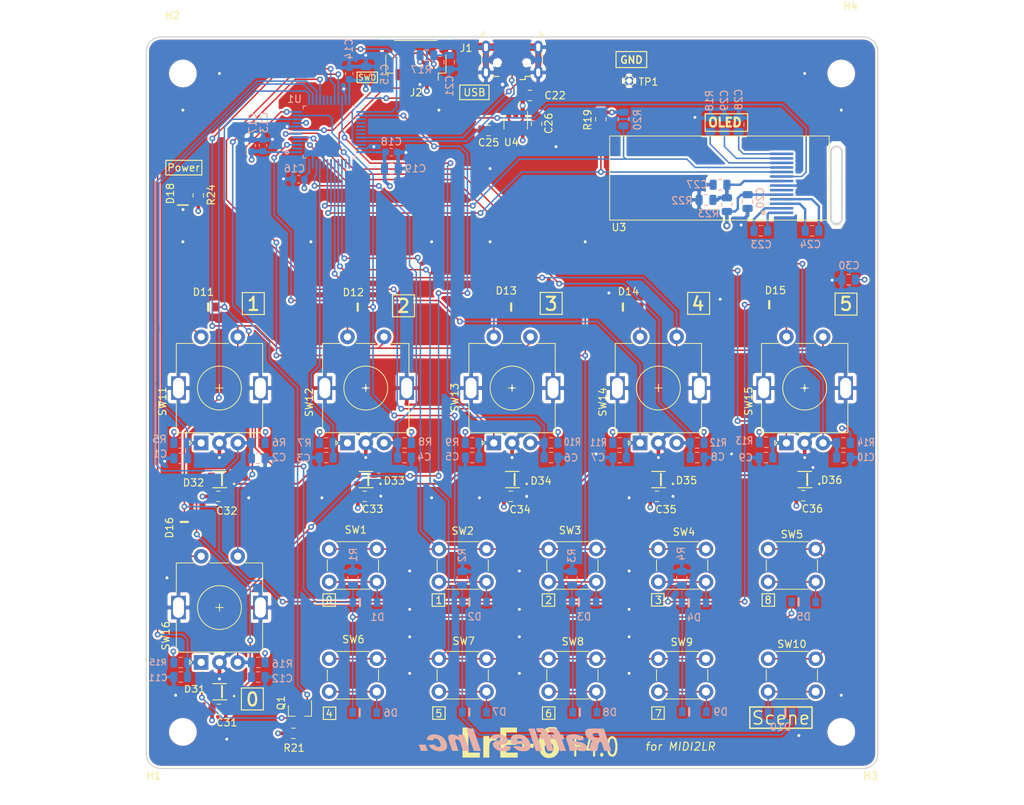
<source format=kicad_pcb>
(kicad_pcb (version 20171130) (host pcbnew "(5.1.6-0)")
  (layers (0 F.Cu signal) (1 In1.Cu power) (2 In2.Cu power) (31 B.Cu signal) (34 B.Paste user) (35 F.Paste user) (36 B.SilkS user) (37 F.SilkS user) (38 B.Mask user) (39 F.Mask user) (44 Edge.Cuts user))
  (net 0 "")
  (net 1 /L3)
  (net 2 "Net-(D14-Pad2)")
  (net 3 /ENC4-B)
  (net 4 GND)
  (net 5 /ENC4-A)
  (net 6 /ENC3-A)
  (net 7 /ENC3-B)
  (net 8 "Net-(D7-Pad2)")
  (net 9 /L2)
  (net 10 "Net-(D6-Pad2)")
  (net 11 /ENC1-B)
  (net 12 /ENC1-A)
  (net 13 /ENC2-A)
  (net 14 /ENC2-B)
  (net 15 "Net-(D5-Pad2)")
  (net 16 "Net-(D16-Pad2)")
  (net 17 /ENC0-B)
  (net 18 /ENC0-A)
  (net 19 /ENC5-A)
  (net 20 /ENC5-B)
  (net 21 "Net-(D15-Pad2)")
  (net 22 +3V3)
  (net 23 /M2)
  (net 24 /M1)
  (net 25 /SDA)
  (net 26 /SCL)
  (net 27 /NRST)
  (net 28 /M3)
  (net 29 /M0)
  (net 30 /VBUS)
  (net 31 "Net-(C25-Pad1)")
  (net 32 /USB_DM)
  (net 33 /USB_DP)
  (net 34 /SWDIO)
  (net 35 /SWCLK)
  (net 36 /L0)
  (net 37 /L1)
  (net 38 "Net-(C24-Pad2)")
  (net 39 "Net-(C23-Pad2)")
  (net 40 "Net-(C23-Pad1)")
  (net 41 "Net-(D3-Pad2)")
  (net 42 "Net-(D4-Pad2)")
  (net 43 "Net-(D2-Pad2)")
  (net 44 "Net-(D1-Pad2)")
  (net 45 "Net-(D8-Pad2)")
  (net 46 "Net-(D10-Pad2)")
  (net 47 "Net-(D9-Pad2)")
  (net 48 "Net-(D13-Pad2)")
  (net 49 "Net-(D11-Pad2)")
  (net 50 "Net-(D12-Pad2)")
  (net 51 "Net-(D18-Pad2)")
  (net 52 /LED1OUT)
  (net 53 /LED_DOUT)
  (net 54 /LED2OUT)
  (net 55 /LED3OUT)
  (net 56 /LED4OUT)
  (net 57 /LED5OUT)
  (net 58 /LED_DON)
  (net 59 "Net-(C24-Pad1)")
  (net 60 "Net-(R18-Pad1)")
  (net 61 "Net-(C29-Pad2)")
  (net 62 "Net-(C28-Pad2)")
  (net 63 "Net-(D36-Pad1)")
  (net 64 "Net-(J1-Pad4)")
  (net 65 "Net-(J2-Pad6)")
  (net 66 "Net-(U1-Pad38)")
  (net 67 "Net-(U1-Pad31)")
  (net 68 "Net-(U1-Pad30)")
  (net 69 "Net-(U1-Pad29)")
  (net 70 "Net-(U1-Pad28)")
  (net 71 "Net-(U1-Pad27)")
  (net 72 "Net-(U1-Pad19)")
  (net 73 "Net-(U1-Pad18)")
  (net 74 "Net-(U1-Pad17)")
  (net 75 "Net-(U1-Pad2)")
  (net 76 "Net-(U3-Pad6)")
  (net 77 "Net-(C27-Pad2)")
  (module Capacitor_SMD:C_0805_2012Metric (layer B.Cu) (at 124.6 157.5 180)
    (fp_text reference C3 (at 3.1 -0.075) (layer B.SilkS) (effects (justify mirror)))
    (fp_text value 0.01u)
    (pad 1 smd roundrect (at -0.9375 0 180) (size 0.975 1.4) (layers B.Cu B.Paste B.Mask) (net 13 /ENC2-A))
    (pad 2 smd roundrect (at 0.9375 0 180) (size 0.975 1.4) (layers B.Cu B.Paste B.Mask) (net 4 GND))
  )
  (module LrE-6:OLED-9.1 (layer F.Cu) (at 163.3462 113.5419)
    (fp_text reference U3 (at 1.2638 12.4881) (layer F.SilkS))
    (fp_text value SSD1306_OLED_0.91)
    (pad 11 smd roundrect (at 23.5 4.3) (size 3.2 0.35) (layers B.Cu B.Paste B.Mask) (net 25 /SDA))
    (pad 1 smd roundrect (at 23.5 10.5) (size 3.2 0.35) (layers B.Cu B.Paste B.Mask) (net 39 "Net-(C23-Pad2)"))
    (pad 2 smd roundrect (at 23.5 9.88) (size 3.2 0.35) (layers B.Cu B.Paste B.Mask) (net 40 "Net-(C23-Pad1)"))
    (pad 3 smd roundrect (at 23.5 9.26) (size 3.2 0.35) (layers B.Cu B.Paste B.Mask) (net 38 "Net-(C24-Pad2)"))
    (pad 4 smd roundrect (at 23.5 8.64) (size 3.2 0.35) (layers B.Cu B.Paste B.Mask) (net 59 "Net-(C24-Pad1)"))
    (pad 5 smd roundrect (at 23.5 8.02) (size 3.2 0.35) (layers B.Cu B.Paste B.Mask) (net 22 +3V3))
    (pad 6 smd roundrect (at 23.5 7.4) (size 3.2 0.35) (layers B.Cu B.Paste B.Mask) (net 76 "Net-(U3-Pad6)"))
    (pad 7 smd roundrect (at 23.5 6.78) (size 3.2 0.35) (layers B.Cu B.Paste B.Mask) (net 4 GND))
    (pad 8 smd roundrect (at 23.5 6.16) (size 3.2 0.35) (layers B.Cu B.Paste B.Mask) (net 77 "Net-(C27-Pad2)"))
    (pad 9 smd roundrect (at 23.5 5.54) (size 3.2 0.35) (layers B.Cu B.Paste B.Mask) (net 27 /NRST))
    (pad 10 smd roundrect (at 23.5 4.92) (size 3.2 0.35) (layers B.Cu B.Paste B.Mask) (net 26 /SCL))
    (pad 12 smd roundrect (at 23.5 3.68) (size 3.2 0.35) (layers B.Cu B.Paste B.Mask) (net 60 "Net-(R18-Pad1)"))
    (pad 13 smd roundrect (at 23.5 3.06) (size 3.2 0.35) (layers B.Cu B.Paste B.Mask) (net 61 "Net-(C29-Pad2)"))
    (pad 14 smd roundrect (at 23.5 2.44) (size 3.2 0.35) (layers B.Cu B.Paste B.Mask) (net 62 "Net-(C28-Pad2)"))
    (pad "" np_thru_hole oval (at 31 6.75) (size 1.6 10.8) (drill oval 1.2 10.4) (layers *.Cu *.Mask))
  )
  (module Rotary_Encoder:RotaryEncoder_Alps_EC11E-Switch_Vertical_H20mm (layer F.Cu) (at 187.5 155.5 90)
    (fp_text reference SW15 (at 5.7 -5.17 90) (layer F.SilkS))
    (fp_text value EC11_SMD)
    (pad A thru_hole rect (at 0 0 90) (size 2 2) (drill 1) (layers *.Cu *.Mask) (net 19 /ENC5-A))
    (pad C thru_hole circle (at 0 2.5 90) (size 2 2) (drill 1) (layers *.Cu *.Mask) (net 4 GND))
    (pad B thru_hole circle (at 0 5 90) (size 2 2) (drill 1) (layers *.Cu *.Mask) (net 20 /ENC5-B))
    (pad MP thru_hole rect (at 7.5 -3.1 90) (size 3.2 2) (drill oval 2.8 1.5) (layers *.Cu *.Mask) (net 4 GND))
    (pad MP thru_hole rect (at 7.5 8.1 90) (size 3.2 2) (drill oval 2.8 1.5) (layers *.Cu *.Mask) (net 4 GND))
    (pad S2 thru_hole circle (at 14.5 0 90) (size 2 2) (drill 1) (layers *.Cu *.Mask) (net 21 "Net-(D15-Pad2)"))
    (pad S1 thru_hole circle (at 14.5 5 90) (size 2 2) (drill 1) (layers *.Cu *.Mask) (net 9 /L2))
  )
  (module Rotary_Encoder:RotaryEncoder_Alps_EC11E-Switch_Vertical_H20mm (layer F.Cu) (at 167.5 155.5 90)
    (fp_text reference SW14 (at 5.6 -5.12 90) (layer F.SilkS))
    (fp_text value EC11_SMD)
    (pad A thru_hole rect (at 0 0 90) (size 2 2) (drill 1) (layers *.Cu *.Mask) (net 5 /ENC4-A))
    (pad C thru_hole circle (at 0 2.5 90) (size 2 2) (drill 1) (layers *.Cu *.Mask) (net 4 GND))
    (pad B thru_hole circle (at 0 5 90) (size 2 2) (drill 1) (layers *.Cu *.Mask) (net 3 /ENC4-B))
    (pad MP thru_hole rect (at 7.5 -3.1 90) (size 3.2 2) (drill oval 2.8 1.5) (layers *.Cu *.Mask) (net 4 GND))
    (pad MP thru_hole rect (at 7.5 8.1 90) (size 3.2 2) (drill oval 2.8 1.5) (layers *.Cu *.Mask) (net 4 GND))
    (pad S2 thru_hole circle (at 14.5 0 90) (size 2 2) (drill 1) (layers *.Cu *.Mask) (net 2 "Net-(D14-Pad2)"))
    (pad S1 thru_hole circle (at 14.5 5 90) (size 2 2) (drill 1) (layers *.Cu *.Mask) (net 9 /L2))
  )
  (module Rotary_Encoder:RotaryEncoder_Alps_EC11E-Switch_Vertical_H20mm (layer F.Cu) (at 147.5 155.5 90)
    (fp_text reference SW13 (at 6.2 -5.33 90) (layer F.SilkS))
    (fp_text value EC11_SMD)
    (pad A thru_hole rect (at 0 0 90) (size 2 2) (drill 1) (layers *.Cu *.Mask) (net 6 /ENC3-A))
    (pad C thru_hole circle (at 0 2.5 90) (size 2 2) (drill 1) (layers *.Cu *.Mask) (net 4 GND))
    (pad B thru_hole circle (at 0 5 90) (size 2 2) (drill 1) (layers *.Cu *.Mask) (net 7 /ENC3-B))
    (pad MP thru_hole rect (at 7.5 -3.1 90) (size 3.2 2) (drill oval 2.8 1.5) (layers *.Cu *.Mask) (net 4 GND))
    (pad MP thru_hole rect (at 7.5 8.1 90) (size 3.2 2) (drill oval 2.8 1.5) (layers *.Cu *.Mask) (net 4 GND))
    (pad S2 thru_hole circle (at 14.5 0 90) (size 2 2) (drill 1) (layers *.Cu *.Mask) (net 48 "Net-(D13-Pad2)"))
    (pad S1 thru_hole circle (at 14.5 5 90) (size 2 2) (drill 1) (layers *.Cu *.Mask) (net 1 /L3))
  )
  (module Rotary_Encoder:RotaryEncoder_Alps_EC11E-Switch_Vertical_H20mm (layer F.Cu) (at 127.5 155.5 90)
    (fp_text reference SW12 (at 5.55 -5.24 90) (layer F.SilkS))
    (fp_text value EC11_SMD)
    (pad A thru_hole rect (at 0 0 90) (size 2 2) (drill 1) (layers *.Cu *.Mask) (net 13 /ENC2-A))
    (pad C thru_hole circle (at 0 2.5 90) (size 2 2) (drill 1) (layers *.Cu *.Mask) (net 4 GND))
    (pad B thru_hole circle (at 0 5 90) (size 2 2) (drill 1) (layers *.Cu *.Mask) (net 14 /ENC2-B))
    (pad MP thru_hole rect (at 7.5 -3.1 90) (size 3.2 2) (drill oval 2.8 1.5) (layers *.Cu *.Mask) (net 4 GND))
    (pad MP thru_hole rect (at 7.5 8.1 90) (size 3.2 2) (drill oval 2.8 1.5) (layers *.Cu *.Mask) (net 4 GND))
    (pad S2 thru_hole circle (at 14.5 0 90) (size 2 2) (drill 1) (layers *.Cu *.Mask) (net 50 "Net-(D12-Pad2)"))
    (pad S1 thru_hole circle (at 14.5 5 90) (size 2 2) (drill 1) (layers *.Cu *.Mask) (net 1 /L3))
  )
  (module Rotary_Encoder:RotaryEncoder_Alps_EC11E-Switch_Vertical_H20mm (layer F.Cu) (at 107.5 155.5 90)
    (fp_text reference SW11 (at 5.69 -5.28 90) (layer F.SilkS))
    (fp_text value EC11_SMD)
    (pad A thru_hole rect (at 0 0 90) (size 2 2) (drill 1) (layers *.Cu *.Mask) (net 12 /ENC1-A))
    (pad C thru_hole circle (at 0 2.5 90) (size 2 2) (drill 1) (layers *.Cu *.Mask) (net 4 GND))
    (pad B thru_hole circle (at 0 5 90) (size 2 2) (drill 1) (layers *.Cu *.Mask) (net 11 /ENC1-B))
    (pad MP thru_hole rect (at 7.5 -3.1 90) (size 3.2 2) (drill oval 2.8 1.5) (layers *.Cu *.Mask) (net 4 GND))
    (pad MP thru_hole rect (at 7.5 8.1 90) (size 3.2 2) (drill oval 2.8 1.5) (layers *.Cu *.Mask) (net 4 GND))
    (pad S2 thru_hole circle (at 14.5 0 90) (size 2 2) (drill 1) (layers *.Cu *.Mask) (net 49 "Net-(D11-Pad2)"))
    (pad S1 thru_hole circle (at 14.5 5 90) (size 2 2) (drill 1) (layers *.Cu *.Mask) (net 1 /L3))
  )
  (module Rotary_Encoder:RotaryEncoder_Alps_EC11E-Switch_Vertical_H20mm (layer F.Cu) (at 107.5 185.5 90)
    (fp_text reference SW16 (at 3.64 -4.83 90) (layer F.SilkS))
    (fp_text value EC11_SMD)
    (pad A thru_hole rect (at 0 0 90) (size 2 2) (drill 1) (layers *.Cu *.Mask) (net 18 /ENC0-A))
    (pad C thru_hole circle (at 0 2.5 90) (size 2 2) (drill 1) (layers *.Cu *.Mask) (net 4 GND))
    (pad B thru_hole circle (at 0 5 90) (size 2 2) (drill 1) (layers *.Cu *.Mask) (net 17 /ENC0-B))
    (pad MP thru_hole rect (at 7.5 -3.1 90) (size 3.2 2) (drill oval 2.8 1.5) (layers *.Cu *.Mask) (net 4 GND))
    (pad MP thru_hole rect (at 7.5 8.1 90) (size 3.2 2) (drill oval 2.8 1.5) (layers *.Cu *.Mask) (net 4 GND))
    (pad S2 thru_hole circle (at 14.5 0 90) (size 2 2) (drill 1) (layers *.Cu *.Mask) (net 16 "Net-(D16-Pad2)"))
    (pad S1 thru_hole circle (at 14.5 5 90) (size 2 2) (drill 1) (layers *.Cu *.Mask) (net 1 /L3))
  )
  (module Resistor_SMD:R_0805_2012Metric (layer B.Cu) (at 179.3621 122.9233 90)
    (fp_text reference R23 (at -1.2192 -2.5019 180) (layer B.SilkS) (effects (justify mirror)))
    (fp_text value 100)
    (pad 2 smd roundrect (at 0.9375 0.0089 90) (size 0.975 1.4) (layers B.Cu B.Paste B.Mask) (net 77 "Net-(C27-Pad2)"))
    (pad 1 smd roundrect (at -0.9375 0 90) (size 0.975 1.4) (layers B.Cu B.Paste B.Mask) (net 22 +3V3))
  )
  (module Resistor_SMD:R_0805_2012Metric (layer B.Cu) (at 176.5069 122.2756 180)
    (fp_text reference R22 (at 3.2893 -0.1016) (layer B.SilkS) (effects (justify mirror)))
    (fp_text value 1K)
    (pad 2 smd roundrect (at 0.9375 0 180) (size 0.975 1.4) (layers B.Cu B.Paste B.Mask) (net 4 GND))
    (pad 1 smd roundrect (at -0.9375 0 180) (size 0.975 1.4) (layers B.Cu B.Paste B.Mask) (net 77 "Net-(C27-Pad2)"))
  )
  (module LED_SMD:LED_0603_1608Metric (layer F.Cu) (at 105 121.5 90)
    (fp_text reference D18 (at 0.0875 -1.7277 270) (layer F.SilkS))
    (fp_text value LED0603_BL)
    (pad 2 smd roundrect (at 0.7875 0 90) (size 0.875 0.95) (layers F.Cu F.Paste F.Mask) (net 51 "Net-(D18-Pad2)"))
    (pad 1 smd roundrect (at -0.7875 0 90) (size 0.875 0.95) (layers F.Cu F.Paste F.Mask) (net 4 GND))
  )
  (module LrE-6:LED_WS2812B-2020 (layer F.Cu) (at 110 160.5)
    (fp_text reference D32 (at -3.55 0.44) (layer F.SilkS))
    (fp_text value WS2812B-2020)
    (pad 1 smd rect (at 0.915 0.585) (size 0.9 0.7) (drill (offset 0.2 0)) (layers F.Cu F.Paste F.Mask) (net 54 /LED2OUT))
    (pad 2 smd rect (at 0.915 -0.585) (size 0.9 0.7) (drill (offset 0.2 0)) (layers F.Cu F.Paste F.Mask) (net 4 GND))
    (pad 3 smd rect (at -0.915 -0.585) (size 0.9 0.7) (drill (offset -0.2 0)) (layers F.Cu F.Paste F.Mask) (net 52 /LED1OUT))
    (pad 4 smd rect (at -0.915 0.585) (size 0.9 0.7) (drill (offset -0.2 0)) (layers F.Cu F.Paste F.Mask) (net 30 /VBUS))
  )
  (module LrE-6:LED_WS2812B-2020 (layer F.Cu) (at 110 189.5)
    (fp_text reference D31 (at -3.4 -0.35) (layer F.SilkS) (effects (font (size 0.9 1))))
    (fp_text value WS2812B-2020)
    (pad 1 smd rect (at 0.915 0.585) (size 0.9 0.7) (drill (offset 0.2 0)) (layers F.Cu F.Paste F.Mask) (net 52 /LED1OUT))
    (pad 2 smd rect (at 0.915 -0.585) (size 0.9 0.7) (drill (offset 0.2 0)) (layers F.Cu F.Paste F.Mask) (net 4 GND))
    (pad 3 smd rect (at -0.915 -0.585) (size 0.9 0.7) (drill (offset -0.2 0)) (layers F.Cu F.Paste F.Mask) (net 53 /LED_DOUT))
    (pad 4 smd rect (at -0.915 0.585) (size 0.9 0.7) (drill (offset -0.2 0)) (layers F.Cu F.Paste F.Mask) (net 30 /VBUS))
  )
  (module LrE-6:LED_WS2812B-2020 (layer F.Cu) (at 190 160.5)
    (fp_text reference D36 (at 3.69 0.08) (layer F.SilkS))
    (fp_text value WS2812B-2020)
    (pad 1 smd rect (at 0.915 0.585) (size 0.9 0.7) (drill (offset 0.2 0)) (layers F.Cu F.Paste F.Mask) (net 63 "Net-(D36-Pad1)"))
    (pad 2 smd rect (at 0.915 -0.585) (size 0.9 0.7) (drill (offset 0.2 0)) (layers F.Cu F.Paste F.Mask) (net 4 GND))
    (pad 3 smd rect (at -0.915 -0.585) (size 0.9 0.7) (drill (offset -0.2 0)) (layers F.Cu F.Paste F.Mask) (net 57 /LED5OUT))
    (pad 4 smd rect (at -0.915 0.585) (size 0.9 0.7) (drill (offset -0.2 0)) (layers F.Cu F.Paste F.Mask) (net 30 /VBUS))
  )
  (module LrE-6:LED_WS2812B-2020 (layer F.Cu) (at 170 160.5)
    (fp_text reference D35 (at 3.84 0.13) (layer F.SilkS))
    (fp_text value WS2812B-2020)
    (pad 1 smd rect (at 0.915 0.585) (size 0.9 0.7) (drill (offset 0.2 0)) (layers F.Cu F.Paste F.Mask) (net 57 /LED5OUT))
    (pad 2 smd rect (at 0.915 -0.585) (size 0.9 0.7) (drill (offset 0.2 0)) (layers F.Cu F.Paste F.Mask) (net 4 GND))
    (pad 3 smd rect (at -0.915 -0.585) (size 0.9 0.7) (drill (offset -0.2 0)) (layers F.Cu F.Paste F.Mask) (net 56 /LED4OUT))
    (pad 4 smd rect (at -0.915 0.585) (size 0.9 0.7) (drill (offset -0.2 0)) (layers F.Cu F.Paste F.Mask) (net 30 /VBUS))
  )
  (module LrE-6:LED_WS2812B-2020 (layer F.Cu) (at 150 160.5)
    (fp_text reference D34 (at 3.96 0.18) (layer F.SilkS))
    (fp_text value WS2812B-2020)
    (pad 1 smd rect (at 0.915 0.585) (size 0.9 0.7) (drill (offset 0.2 0)) (layers F.Cu F.Paste F.Mask) (net 56 /LED4OUT))
    (pad 2 smd rect (at 0.915 -0.585) (size 0.9 0.7) (drill (offset 0.2 0)) (layers F.Cu F.Paste F.Mask) (net 4 GND))
    (pad 3 smd rect (at -0.915 -0.585) (size 0.9 0.7) (drill (offset -0.2 0)) (layers F.Cu F.Paste F.Mask) (net 55 /LED3OUT))
    (pad 4 smd rect (at -0.915 0.585) (size 0.9 0.7) (drill (offset -0.2 0)) (layers F.Cu F.Paste F.Mask) (net 30 /VBUS))
  )
  (module LrE-6:LED_WS2812B-2020 (layer F.Cu) (at 130 160.5)
    (fp_text reference D33 (at 3.91 0.18) (layer F.SilkS))
    (fp_text value WS2812B-2020)
    (pad 1 smd rect (at 0.915 0.585) (size 0.9 0.7) (drill (offset 0.2 0)) (layers F.Cu F.Paste F.Mask) (net 55 /LED3OUT))
    (pad 2 smd rect (at 0.915 -0.585) (size 0.9 0.7) (drill (offset 0.2 0)) (layers F.Cu F.Paste F.Mask) (net 4 GND))
    (pad 3 smd rect (at -0.915 -0.585) (size 0.9 0.7) (drill (offset -0.2 0)) (layers F.Cu F.Paste F.Mask) (net 54 /LED2OUT))
    (pad 4 smd rect (at -0.915 0.585) (size 0.9 0.7) (drill (offset -0.2 0)) (layers F.Cu F.Paste F.Mask) (net 30 /VBUS))
  )
  (module Resistor_SMD:R_0805_2012Metric (layer F.Cu) (at 162.14 111.2475 270)
    (fp_text reference R19 (at 0.0825 1.81 270) (layer F.SilkS))
    (fp_text value 10K)
    (pad 2 smd roundrect (at 0.9375 0 270) (size 0.975 1.4) (layers F.Cu F.Paste F.Mask) (net 26 /SCL))
    (pad 1 smd roundrect (at -0.9375 0 270) (size 0.975 1.4) (layers F.Cu F.Paste F.Mask) (net 22 +3V3))
  )
  (module Resistor_SMD:R_0805_2012Metric (layer B.Cu) (at 165.24 111.22 270)
    (fp_text reference R20 (at 0.11 -1.89 90) (layer B.SilkS) (effects (justify mirror)))
    (fp_text value 10K)
    (pad 2 smd roundrect (at 0.9375 0 270) (size 0.975 1.4) (layers B.Cu B.Paste B.Mask) (net 25 /SDA))
    (pad 1 smd roundrect (at -0.9375 0 270) (size 0.975 1.4) (layers B.Cu B.Paste B.Mask) (net 22 +3V3))
  )
  (module Capacitor_SMD:C_0805_2012Metric (layer B.Cu) (at 180.98 112 270)
    (fp_text reference C28 (at -3.45 0.02 90) (layer B.SilkS) (effects (justify mirror)))
    (fp_text value 4.7u)
    (pad 2 smd roundrect (at 0.9375 0 270) (size 0.975 1.4) (layers B.Cu B.Paste B.Mask) (net 62 "Net-(C28-Pad2)"))
    (pad 1 smd roundrect (at -0.9375 0 270) (size 0.975 1.4) (layers B.Cu B.Paste B.Mask) (net 4 GND))
  )
  (module TestPoint:TestPoint_THTPad_D1.0mm_Drill0.5mm (layer F.Cu) (at 166 106)
    (fp_text reference TP1 (at 2.65176 0.14224) (layer F.SilkS))
    (fp_text value TestPoint)
    (pad 1 thru_hole circle (at 0 0) (size 1 1) (drill 0.75) (layers *.Cu *.Mask) (net 4 GND))
  )
  (module Capacitor_SMD:C_0805_2012Metric (layer B.Cu) (at 191 126.5 180)
    (fp_text reference C24 (at 0.2159 -1.8542) (layer B.SilkS) (effects (justify mirror)))
    (fp_text value 1u)
    (pad 2 smd roundrect (at 0.9375 0 180) (size 0.975 1.4) (layers B.Cu B.Paste B.Mask) (net 38 "Net-(C24-Pad2)"))
    (pad 1 smd roundrect (at -0.9375 0 180) (size 0.975 1.4) (layers B.Cu B.Paste B.Mask) (net 59 "Net-(C24-Pad1)"))
  )
  (module Capacitor_SMD:C_0805_2012Metric (layer B.Cu) (at 178.4246 120.2055)
    (fp_text reference C27 (at -3.1369 -0.0254) (layer B.SilkS) (effects (justify mirror)))
    (fp_text value 1u)
    (pad 2 smd roundrect (at 0.9375 0) (size 0.975 1.4) (layers B.Cu B.Paste B.Mask) (net 77 "Net-(C27-Pad2)"))
    (pad 1 smd roundrect (at -0.9375 0) (size 0.975 1.4) (layers B.Cu B.Paste B.Mask) (net 4 GND))
  )
  (module Capacitor_SMD:C_0805_2012Metric (layer B.Cu) (at 184 126.5)
    (fp_text reference C23 (at 0.06 1.89 180) (layer B.SilkS) (effects (justify mirror)))
    (fp_text value 1u)
    (pad 2 smd roundrect (at 0.9375 0) (size 0.975 1.4) (layers B.Cu B.Paste B.Mask) (net 39 "Net-(C23-Pad2)"))
    (pad 1 smd roundrect (at -0.9375 0) (size 0.975 1.4) (layers B.Cu B.Paste B.Mask) (net 40 "Net-(C23-Pad1)"))
  )
  (module Capacitor_SMD:C_0805_2012Metric (layer B.Cu) (at 179.03 112 270)
    (fp_text reference C29 (at -3.3274 0.0254 90) (layer B.SilkS) (effects (justify mirror)))
    (fp_text value 4.7u)
    (pad 2 smd roundrect (at 0.9375 0 270) (size 0.975 1.4) (layers B.Cu B.Paste B.Mask) (net 61 "Net-(C29-Pad2)"))
    (pad 1 smd roundrect (at -0.9375 0 270) (size 0.975 1.4) (layers B.Cu B.Paste B.Mask) (net 4 GND))
  )
  (module Capacitor_SMD:C_0805_2012Metric (layer B.Cu) (at 182.1942 122.5 270)
    (fp_text reference C20 (at -0.4911 -1.7272 90) (layer B.SilkS) (effects (justify mirror)))
    (fp_text value 1u)
    (pad 2 smd roundrect (at 0.9375 0 270) (size 0.975 1.4) (layers B.Cu B.Paste B.Mask) (net 4 GND))
    (pad 1 smd roundrect (at -0.9375 0 270) (size 0.975 1.4) (layers B.Cu B.Paste B.Mask) (net 22 +3V3))
  )
  (module LrE-6:D_SOD-123 (layer F.Cu) (at 185.85 136.6)
    (fp_text reference D15 (at 0.15 -1.95 180) (layer F.SilkS))
    (fp_text value 1N4148W)
    (pad 2 smd rect (at 1.65 0) (size 0.9 1.2) (layers F.Cu F.Paste F.Mask) (net 21 "Net-(D15-Pad2)"))
    (pad 1 smd rect (at -1.65 0) (size 0.9 1.2) (layers F.Cu F.Paste F.Mask) (net 28 /M3))
  )
  (module LrE-6:D_SOD-123 (layer F.Cu) (at 165.85 136.925)
    (fp_text reference D14 (at 0.05 -2.125) (layer F.SilkS))
    (fp_text value 1N4148W)
    (pad 2 smd rect (at 1.65 0) (size 0.9 1.2) (layers F.Cu F.Paste F.Mask) (net 2 "Net-(D14-Pad2)"))
    (pad 1 smd rect (at -1.65 0) (size 0.9 1.2) (layers F.Cu F.Paste F.Mask) (net 23 /M2))
  )
  (module LrE-6:D_SOD-123 (layer F.Cu) (at 128.2 136.925 180)
    (fp_text reference D12 (at -0.1 2 180) (layer F.SilkS))
    (fp_text value 1N4148W)
    (pad 2 smd rect (at 1.65 0 180) (size 0.9 1.2) (layers F.Cu F.Paste F.Mask) (net 50 "Net-(D12-Pad2)"))
    (pad 1 smd rect (at -1.65 0 180) (size 0.9 1.2) (layers F.Cu F.Paste F.Mask) (net 24 /M1))
  )
  (module LrE-6:D_SOD-123 (layer F.Cu) (at 107.75 136.925 180)
    (fp_text reference D11 (at -0.05 2.05 180) (layer F.SilkS))
    (fp_text value 1N4148W)
    (pad 2 smd rect (at 1.65 0 180) (size 0.9 1.2) (layers F.Cu F.Paste F.Mask) (net 49 "Net-(D11-Pad2)"))
    (pad 1 smd rect (at -1.65 0 180) (size 0.9 1.2) (layers F.Cu F.Paste F.Mask) (net 29 /M0))
  )
  (module LrE-6:D_SOD-123 (layer F.Cu) (at 149.175 136.925 180)
    (fp_text reference D13 (at -0.025 2.225 180) (layer F.SilkS))
    (fp_text value 1N4148W)
    (pad 2 smd rect (at 1.65 0 180) (size 0.9 1.2) (layers F.Cu F.Paste F.Mask) (net 48 "Net-(D13-Pad2)"))
    (pad 1 smd rect (at -1.65 0 180) (size 0.9 1.2) (layers F.Cu F.Paste F.Mask) (net 23 /M2))
  )
  (module LrE-6:D_SOD-123 (layer B.Cu) (at 174.91 192.27)
    (fp_text reference D9 (at 3.6 0) (layer B.SilkS) (effects (justify mirror)))
    (fp_text value 1N4148W)
    (pad 2 smd rect (at 1.65 0) (size 0.9 1.2) (layers B.Cu B.Paste B.Mask) (net 47 "Net-(D9-Pad2)"))
    (pad 1 smd rect (at -1.65 0) (size 0.9 1.2) (layers B.Cu B.Paste B.Mask) (net 28 /M3))
  )
  (module LrE-6:D_SOD-123 (layer B.Cu) (at 144.85 192.3)
    (fp_text reference D7 (at 3.4 -0.05) (layer B.SilkS) (effects (justify mirror)))
    (fp_text value 1N4148W)
    (pad 2 smd rect (at 1.65 0) (size 0.9 1.2) (layers B.Cu B.Paste B.Mask) (net 8 "Net-(D7-Pad2)"))
    (pad 1 smd rect (at -1.65 0) (size 0.9 1.2) (layers B.Cu B.Paste B.Mask) (net 24 /M1))
  )
  (module LrE-6:D_SOD-123 (layer B.Cu) (at 186.65 192.37 180)
    (fp_text reference D10 (at -0.05 -1.95 180) (layer B.SilkS) (effects (justify mirror)))
    (fp_text value 1N4148W)
    (pad 2 smd rect (at 1.65 0 180) (size 0.9 1.2) (layers B.Cu B.Paste B.Mask) (net 46 "Net-(D10-Pad2)"))
    (pad 1 smd rect (at -1.65 0 180) (size 0.9 1.2) (layers B.Cu B.Paste B.Mask) (net 24 /M1))
  )
  (module LrE-6:D_SOD-123 (layer B.Cu) (at 159.95 192.32)
    (fp_text reference D8 (at 3.4 0) (layer B.SilkS) (effects (justify mirror)))
    (fp_text value 1N4148W)
    (pad 2 smd rect (at 1.65 0) (size 0.9 1.2) (layers B.Cu B.Paste B.Mask) (net 45 "Net-(D8-Pad2)"))
    (pad 1 smd rect (at -1.65 0) (size 0.9 1.2) (layers B.Cu B.Paste B.Mask) (net 23 /M2))
  )
  (module LrE-6:D_SOD-123 (layer F.Cu) (at 105.19 167 270)
    (fp_text reference D16 (at 0.09 2.03 270) (layer F.SilkS))
    (fp_text value 1N4148W)
    (pad 2 smd rect (at 1.65 0 270) (size 0.9 1.2) (layers F.Cu F.Paste F.Mask) (net 16 "Net-(D16-Pad2)"))
    (pad 1 smd rect (at -1.65 0 270) (size 0.9 1.2) (layers F.Cu F.Paste F.Mask) (net 28 /M3))
  )
  (module LrE-6:D_SOD-123 (layer B.Cu) (at 189.864 177.245)
    (fp_text reference D5 (at 0 2) (layer B.SilkS) (effects (justify mirror)))
    (fp_text value 1N4148W)
    (pad 2 smd rect (at 1.65 0) (size 0.9 1.2) (layers B.Cu B.Paste B.Mask) (net 15 "Net-(D5-Pad2)"))
    (pad 1 smd rect (at -1.65 0) (size 0.9 1.2) (layers B.Cu B.Paste B.Mask) (net 29 /M0))
  )
  (module LrE-6:D_SOD-123 (layer B.Cu) (at 129.9 177.3)
    (fp_text reference D1 (at 1.68 2.01) (layer B.SilkS) (effects (justify mirror)))
    (fp_text value 1N4148W)
    (pad 2 smd rect (at 1.65 0) (size 0.9 1.2) (layers B.Cu B.Paste B.Mask) (net 44 "Net-(D1-Pad2)"))
    (pad 1 smd rect (at -1.65 0) (size 0.9 1.2) (layers B.Cu B.Paste B.Mask) (net 29 /M0))
  )
  (module LrE-6:D_SOD-123 (layer B.Cu) (at 144.868 177.245)
    (fp_text reference D2 (at 0 2) (layer B.SilkS) (effects (justify mirror)))
    (fp_text value 1N4148W)
    (pad 2 smd rect (at 1.65 0) (size 0.9 1.2) (layers B.Cu B.Paste B.Mask) (net 43 "Net-(D2-Pad2)"))
    (pad 1 smd rect (at -1.65 0) (size 0.9 1.2) (layers B.Cu B.Paste B.Mask) (net 24 /M1))
  )
  (module LrE-6:D_SOD-123 (layer B.Cu) (at 174.865 177.359)
    (fp_text reference D4 (at 0 2) (layer B.SilkS) (effects (justify mirror)))
    (fp_text value 1N4148W)
    (pad 2 smd rect (at 1.65 0) (size 0.9 1.2) (layers B.Cu B.Paste B.Mask) (net 42 "Net-(D4-Pad2)"))
    (pad 1 smd rect (at -1.65 0) (size 0.9 1.2) (layers B.Cu B.Paste B.Mask) (net 28 /M3))
  )
  (module LrE-6:D_SOD-123 (layer B.Cu) (at 129.86 192.35)
    (fp_text reference D6 (at 3.55 0.05) (layer B.SilkS) (effects (justify mirror)))
    (fp_text value 1N4148W)
    (pad 2 smd rect (at 1.65 0) (size 0.9 1.2) (layers B.Cu B.Paste B.Mask) (net 10 "Net-(D6-Pad2)"))
    (pad 1 smd rect (at -1.65 0) (size 0.9 1.2) (layers B.Cu B.Paste B.Mask) (net 29 /M0))
  )
  (module LrE-6:D_SOD-123 (layer B.Cu) (at 159.841 177.258)
    (fp_text reference D3 (at 0 2) (layer B.SilkS) (effects (justify mirror)))
    (fp_text value 1N4148W)
    (pad 2 smd rect (at 1.65 0) (size 0.9 1.2) (layers B.Cu B.Paste B.Mask) (net 41 "Net-(D3-Pad2)"))
    (pad 1 smd rect (at -1.65 0) (size 0.9 1.2) (layers B.Cu B.Paste B.Mask) (net 23 /M2))
  )
  (module LrE-6:USB_Micro-B_MCUBF-09_1 (layer F.Cu) (at 150 103 180)
    (fp_text reference J1 (at 6.28 1.47 180) (layer F.SilkS))
    (fp_text value USB_B_Micro)
    (pad "" np_thru_hole oval (at 2 -0.53 180) (size 0.65 0.65) (drill 0.65) (layers *.Cu *.Mask))
    (pad "" np_thru_hole oval (at -2 -0.53 180) (size 0.65 0.65) (drill 0.65) (layers *.Cu *.Mask))
    (pad 6 thru_hole oval (at 3.575 1.6 180) (size 1.15 1.8) (drill oval 0.55 1.1) (layers *.Cu *.Mask) (net 4 GND))
    (pad 6 thru_hole oval (at -3.575 1.6 180) (size 1.15 1.8) (drill oval 0.55 1.1) (layers *.Cu *.Mask) (net 4 GND))
    (pad 6 thru_hole oval (at 3.575 -1.85 180) (size 1.15 1.8) (drill oval 0.55 1.1) (layers *.Cu *.Mask) (net 4 GND))
    (pad 6 thru_hole oval (at -3.575 -1.85 180) (size 1.15 1.8) (drill oval 0.55 1.1) (layers *.Cu *.Mask) (net 4 GND))
    (pad 5 smd rect (at 1.3 -1.35 180) (size 0.4 1.4) (layers F.Cu F.Paste F.Mask) (net 4 GND))
    (pad 4 smd rect (at 0.65 -1.35 180) (size 0.4 1.4) (layers F.Cu F.Paste F.Mask) (net 64 "Net-(J1-Pad4)"))
    (pad 3 smd rect (at 0 -1.35 180) (size 0.4 1.4) (layers F.Cu F.Paste F.Mask) (net 33 /USB_DP))
    (pad 2 smd rect (at -0.65 -1.35 180) (size 0.4 1.4) (layers F.Cu F.Paste F.Mask) (net 32 /USB_DM))
    (pad 1 smd rect (at -1.3 -1.35 180) (size 0.4 1.4) (layers F.Cu F.Paste F.Mask) (net 30 /VBUS))
  )
  (module LrE-6:LOGO (layer F.Cu) (at 150 196.5)
    (fp_text reference G001 hide)
    (fp_text value LrE-6 hide)
  )
  (module LrE-6:Raffles_Inc (layer B.Cu) (at 150 196 180)
    (fp_text reference G002 hide)
    (fp_text value LOGO hide)
  )
  (module Package_QFP:LQFP-48_7x7mm_P0.5mm (layer B.Cu) (at 125 113)
    (fp_text reference U1 (at -4.75 -4.5) (layer B.SilkS) (effects (justify mirror)))
    (fp_text value STM32F072C8Tx)
    (pad 48 smd rect (at -2.75 4.35 270) (size 1.3 0.25) (layers B.Cu B.Paste B.Mask) (net 22 +3V3))
    (pad 47 smd rect (at -2.25 4.35 270) (size 1.3 0.25) (layers B.Cu B.Paste B.Mask) (net 4 GND))
    (pad 46 smd rect (at -1.749999 4.35 270) (size 1.3 0.25) (layers B.Cu B.Paste B.Mask) (net 14 /ENC2-B))
    (pad 45 smd rect (at -1.25 4.35 270) (size 1.3 0.25) (layers B.Cu B.Paste B.Mask) (net 13 /ENC2-A))
    (pad 44 smd rect (at -0.750001 4.35 270) (size 1.3 0.25) (layers B.Cu B.Paste B.Mask) (net 4 GND))
    (pad 43 smd rect (at -0.25 4.35 270) (size 1.3 0.25) (layers B.Cu B.Paste B.Mask) (net 25 /SDA))
    (pad 42 smd rect (at 0.25 4.35 270) (size 1.3 0.25) (layers B.Cu B.Paste B.Mask) (net 26 /SCL))
    (pad 41 smd rect (at 0.750001 4.35 270) (size 1.3 0.25) (layers B.Cu B.Paste B.Mask) (net 9 /L2))
    (pad 40 smd rect (at 1.25 4.35 270) (size 1.3 0.25) (layers B.Cu B.Paste B.Mask) (net 37 /L1))
    (pad 39 smd rect (at 1.749999 4.35 270) (size 1.3 0.25) (layers B.Cu B.Paste B.Mask) (net 36 /L0))
    (pad 38 smd rect (at 2.25 4.35 270) (size 1.3 0.25) (layers B.Cu B.Paste B.Mask) (net 66 "Net-(U1-Pad38)"))
    (pad 37 smd rect (at 2.75 4.35 270) (size 1.3 0.25) (layers B.Cu B.Paste B.Mask) (net 35 /SWCLK))
    (pad 36 smd rect (at 4.35 2.75) (size 1.3 0.25) (layers B.Cu B.Paste B.Mask) (net 22 +3V3))
    (pad 35 smd rect (at 4.35 2.25) (size 1.3 0.25) (layers B.Cu B.Paste B.Mask) (net 4 GND))
    (pad 34 smd rect (at 4.35 1.749999) (size 1.3 0.25) (layers B.Cu B.Paste B.Mask) (net 34 /SWDIO))
    (pad 33 smd rect (at 4.35 1.25) (size 1.3 0.25) (layers B.Cu B.Paste B.Mask) (net 33 /USB_DP))
    (pad 32 smd rect (at 4.35 0.750001) (size 1.3 0.25) (layers B.Cu B.Paste B.Mask) (net 32 /USB_DM))
    (pad 31 smd rect (at 4.35 0.25) (size 1.3 0.25) (layers B.Cu B.Paste B.Mask) (net 67 "Net-(U1-Pad31)"))
    (pad 30 smd rect (at 4.35 -0.25) (size 1.3 0.25) (layers B.Cu B.Paste B.Mask) (net 68 "Net-(U1-Pad30)"))
    (pad 29 smd rect (at 4.35 -0.750001) (size 1.3 0.25) (layers B.Cu B.Paste B.Mask) (net 69 "Net-(U1-Pad29)"))
    (pad 28 smd rect (at 4.35 -1.25) (size 1.3 0.25) (layers B.Cu B.Paste B.Mask) (net 70 "Net-(U1-Pad28)"))
    (pad 27 smd rect (at 4.35 -1.749999) (size 1.3 0.25) (layers B.Cu B.Paste B.Mask) (net 71 "Net-(U1-Pad27)"))
    (pad 26 smd rect (at 4.35 -2.25) (size 1.3 0.25) (layers B.Cu B.Paste B.Mask) (net 17 /ENC0-B))
    (pad 25 smd rect (at 4.35 -2.75) (size 1.3 0.25) (layers B.Cu B.Paste B.Mask) (net 18 /ENC0-A))
    (pad 24 smd rect (at 2.75 -4.35 270) (size 1.3 0.25) (layers B.Cu B.Paste B.Mask) (net 22 +3V3))
    (pad 23 smd rect (at 2.25 -4.35 270) (size 1.3 0.25) (layers B.Cu B.Paste B.Mask) (net 4 GND))
    (pad 22 smd rect (at 1.749999 -4.35 270) (size 1.3 0.25) (layers B.Cu B.Paste B.Mask) (net 7 /ENC3-B))
    (pad 21 smd rect (at 1.25 -4.35 270) (size 1.3 0.25) (layers B.Cu B.Paste B.Mask) (net 6 /ENC3-A))
    (pad 20 smd rect (at 0.750001 -4.35 270) (size 1.3 0.25) (layers B.Cu B.Paste B.Mask) (net 1 /L3))
    (pad 19 smd rect (at 0.25 -4.35 270) (size 1.3 0.25) (layers B.Cu B.Paste B.Mask) (net 72 "Net-(U1-Pad19)"))
    (pad 18 smd rect (at -0.25 -4.35 270) (size 1.3 0.25) (layers B.Cu B.Paste B.Mask) (net 73 "Net-(U1-Pad18)"))
    (pad 17 smd rect (at -0.750001 -4.35 270) (size 1.3 0.25) (layers B.Cu B.Paste B.Mask) (net 74 "Net-(U1-Pad17)"))
    (pad 16 smd rect (at -1.25 -4.35 270) (size 1.3 0.25) (layers B.Cu B.Paste B.Mask) (net 58 /LED_DON))
    (pad 15 smd rect (at -1.749999 -4.35 270) (size 1.3 0.25) (layers B.Cu B.Paste B.Mask) (net 11 /ENC1-B))
    (pad 14 smd rect (at -2.25 -4.35 270) (size 1.3 0.25) (layers B.Cu B.Paste B.Mask) (net 12 /ENC1-A))
    (pad 13 smd rect (at -2.75 -4.35 270) (size 1.3 0.25) (layers B.Cu B.Paste B.Mask) (net 28 /M3))
    (pad 12 smd rect (at -4.35 -2.75) (size 1.3 0.25) (layers B.Cu B.Paste B.Mask) (net 23 /M2))
    (pad 11 smd rect (at -4.35 -2.25) (size 1.3 0.25) (layers B.Cu B.Paste B.Mask) (net 24 /M1))
    (pad 10 smd rect (at -4.35 -1.749999) (size 1.3 0.25) (layers B.Cu B.Paste B.Mask) (net 29 /M0))
    (pad 9 smd rect (at -4.35 -1.25) (size 1.3 0.25) (layers B.Cu B.Paste B.Mask) (net 22 +3V3))
    (pad 8 smd rect (at -4.35 -0.750001) (size 1.3 0.25) (layers B.Cu B.Paste B.Mask) (net 4 GND))
    (pad 7 smd rect (at -4.35 -0.25) (size 1.3 0.25) (layers B.Cu B.Paste B.Mask) (net 27 /NRST))
    (pad 6 smd rect (at -4.35 0.25) (size 1.3 0.25) (layers B.Cu B.Paste B.Mask) (net 20 /ENC5-B))
    (pad 5 smd rect (at -4.35 0.750001) (size 1.3 0.25) (layers B.Cu B.Paste B.Mask) (net 19 /ENC5-A))
    (pad 4 smd rect (at -4.35 1.25) (size 1.3 0.25) (layers B.Cu B.Paste B.Mask) (net 3 /ENC4-B))
    (pad 3 smd rect (at -4.35 1.749999) (size 1.3 0.25) (layers B.Cu B.Paste B.Mask) (net 5 /ENC4-A))
    (pad 2 smd rect (at -4.35 2.25) (size 1.3 0.25) (layers B.Cu B.Paste B.Mask) (net 75 "Net-(U1-Pad2)"))
    (pad 1 smd rect (at -4.35 2.75) (size 1.3 0.25) (layers B.Cu B.Paste B.Mask) (net 22 +3V3))
  )
  (module Capacitor_SMD:C_0805_2012Metric (layer B.Cu) (at 196 133.1888 180)
    (fp_text reference C30 (at -0.0635 1.9431) (layer B.SilkS) (effects (justify mirror)))
    (fp_text value 0.1u)
    (pad 2 smd roundrect (at 0.9375 0 180) (size 0.975 1.4) (layers B.Cu B.Paste B.Mask) (net 4 GND))
    (pad 1 smd roundrect (at -0.9375 0 180) (size 0.975 1.4) (layers B.Cu B.Paste B.Mask) (net 30 /VBUS))
  )
  (module Resistor_SMD:R_0805_2012Metric (layer B.Cu) (at 124.6 155.5)
    (fp_text reference R7 (at -2.975 0) (layer B.SilkS) (effects (justify mirror)))
    (fp_text value 10K)
    (pad 1 smd roundrect (at -0.9375 0) (size 0.975 1.4) (layers B.Cu B.Paste B.Mask) (net 22 +3V3))
    (pad 2 smd roundrect (at 0.9375 0) (size 0.975 1.4) (layers B.Cu B.Paste B.Mask) (net 13 /ENC2-A))
  )
  (module Resistor_SMD:R_0805_2012Metric (layer F.Cu) (at 120.1 195.2)
    (fp_text reference R21 (at 0.1 2) (layer F.SilkS))
    (fp_text value 10K)
    (pad 2 smd roundrect (at 0.9375 0) (size 0.975 1.4) (layers F.Cu F.Paste F.Mask) (net 53 /LED_DOUT))
    (pad 1 smd roundrect (at -0.9375 0) (size 0.975 1.4) (layers F.Cu F.Paste F.Mask) (net 30 /VBUS))
  )
  (module Package_TO_SOT_SMD:SOT-23 (layer F.Cu) (at 121 192.1 270)
    (fp_text reference Q1 (at -1.05 2.575 90) (layer F.SilkS))
    (fp_text value 2N7002)
    (pad 3 smd rect (at 1 0 270) (size 0.9 0.8) (layers F.Cu F.Paste F.Mask) (net 53 /LED_DOUT))
    (pad 2 smd rect (at -1 0.95 270) (size 0.9 0.8) (layers F.Cu F.Paste F.Mask) (net 4 GND))
    (pad 1 smd rect (at -1 -0.95 270) (size 0.9 0.8) (layers F.Cu F.Paste F.Mask) (net 58 /LED_DON))
  )
  (module Capacitor_SMD:C_0805_2012Metric (layer F.Cu) (at 189.81 162.71)
    (fp_text reference C36 (at 1.25 1.79) (layer F.SilkS))
    (fp_text value 0.1u)
    (pad 2 smd roundrect (at 0.9375 0) (size 0.975 1.4) (layers F.Cu F.Paste F.Mask) (net 4 GND))
    (pad 1 smd roundrect (at -0.9375 0) (size 0.975 1.4) (layers F.Cu F.Paste F.Mask) (net 30 /VBUS))
  )
  (module Capacitor_SMD:C_0805_2012Metric (layer F.Cu) (at 169.81 162.8)
    (fp_text reference C35 (at 1.235 1.795) (layer F.SilkS))
    (fp_text value 0.1u)
    (pad 2 smd roundrect (at 0.9375 0) (size 0.975 1.4) (layers F.Cu F.Paste F.Mask) (net 4 GND))
    (pad 1 smd roundrect (at -0.9375 0) (size 0.975 1.4) (layers F.Cu F.Paste F.Mask) (net 30 /VBUS))
  )
  (module Capacitor_SMD:C_0805_2012Metric (layer F.Cu) (at 149.82 162.8)
    (fp_text reference C34 (at 1.28 1.805) (layer F.SilkS))
    (fp_text value 0.1u)
    (pad 2 smd roundrect (at 0.9375 0) (size 0.975 1.4) (layers F.Cu F.Paste F.Mask) (net 4 GND))
    (pad 1 smd roundrect (at -0.9375 0) (size 0.975 1.4) (layers F.Cu F.Paste F.Mask) (net 30 /VBUS))
  )
  (module Capacitor_SMD:C_0805_2012Metric (layer F.Cu) (at 129.85 162.8)
    (fp_text reference C33 (at 1.095 1.745) (layer F.SilkS))
    (fp_text value 0.1u)
    (pad 2 smd roundrect (at 0.9375 0) (size 0.975 1.4) (layers F.Cu F.Paste F.Mask) (net 4 GND))
    (pad 1 smd roundrect (at -0.9375 0) (size 0.975 1.4) (layers F.Cu F.Paste F.Mask) (net 30 /VBUS))
  )
  (module Capacitor_SMD:C_0805_2012Metric (layer F.Cu) (at 109.83 162.8)
    (fp_text reference C32 (at 1.175 1.995) (layer F.SilkS))
    (fp_text value 0.1u)
    (pad 2 smd roundrect (at 0.9375 0) (size 0.975 1.4) (layers F.Cu F.Paste F.Mask) (net 4 GND))
    (pad 1 smd roundrect (at -0.9375 0) (size 0.975 1.4) (layers F.Cu F.Paste F.Mask) (net 30 /VBUS))
  )
  (module Capacitor_SMD:C_0805_2012Metric (layer F.Cu) (at 109.925 191.925)
    (fp_text reference C31 (at 1.075 1.8) (layer F.SilkS))
    (fp_text value 0.1u)
    (pad 2 smd roundrect (at 0.9375 0) (size 0.975 1.4) (layers F.Cu F.Paste F.Mask) (net 4 GND))
    (pad 1 smd roundrect (at -0.9375 0) (size 0.975 1.4) (layers F.Cu F.Paste F.Mask) (net 30 /VBUS))
  )
  (module Resistor_SMD:R_0805_2012Metric (layer B.Cu) (at 115.3 155.5 180)
    (fp_text reference R6 (at -2.85 0.05 180) (layer B.SilkS) (effects (justify mirror)))
    (fp_text value 10K)
    (pad 1 smd roundrect (at -0.9375 0 180) (size 0.975 1.4) (layers B.Cu B.Paste B.Mask) (net 22 +3V3))
    (pad 2 smd roundrect (at 0.9375 0 180) (size 0.975 1.4) (layers B.Cu B.Paste B.Mask) (net 11 /ENC1-B))
  )
  (module Resistor_SMD:R_0805_2012Metric (layer B.Cu) (at 175.3 155.5 180)
    (fp_text reference R12 (at -2.87 0.03 180) (layer B.SilkS) (effects (font (size 1 0.8)) (justify mirror)))
    (fp_text value 10K)
    (pad 2 smd roundrect (at 0.9375 0 180) (size 0.975 1.4) (layers B.Cu B.Paste B.Mask) (net 3 /ENC4-B))
    (pad 1 smd roundrect (at -0.9375 0 180) (size 0.975 1.4) (layers B.Cu B.Paste B.Mask) (net 22 +3V3))
  )
  (module Resistor_SMD:R_0805_2012Metric (layer B.Cu) (at 135.3 155.5 180)
    (fp_text reference R8 (at -2.82 0.15 180) (layer B.SilkS) (effects (justify mirror)))
    (fp_text value 10K)
    (pad 2 smd roundrect (at 0.9375 0 180) (size 0.975 1.4) (layers B.Cu B.Paste B.Mask) (net 14 /ENC2-B))
    (pad 1 smd roundrect (at -0.9375 0 180) (size 0.975 1.4) (layers B.Cu B.Paste B.Mask) (net 22 +3V3))
  )
  (module Resistor_SMD:R_0805_2012Metric (layer B.Cu) (at 144.55 155.5)
    (fp_text reference R9 (at -2.725 -0.1) (layer B.SilkS) (effects (justify mirror)))
    (fp_text value 10K)
    (pad 1 smd roundrect (at -0.9375 0) (size 0.975 1.4) (layers B.Cu B.Paste B.Mask) (net 22 +3V3))
    (pad 2 smd roundrect (at 0.9375 0) (size 0.975 1.4) (layers B.Cu B.Paste B.Mask) (net 6 /ENC3-A))
  )
  (module Resistor_SMD:R_0805_2012Metric (layer B.Cu) (at 155.325 155.5 180)
    (fp_text reference R10 (at -2.905 0.13 180) (layer B.SilkS) (effects (font (size 1 0.8)) (justify mirror)))
    (fp_text value 10K)
    (pad 2 smd roundrect (at 0.9375 0 180) (size 0.975 1.4) (layers B.Cu B.Paste B.Mask) (net 7 /ENC3-B))
    (pad 1 smd roundrect (at -0.9375 0 180) (size 0.975 1.4) (layers B.Cu B.Paste B.Mask) (net 22 +3V3))
  )
  (module Resistor_SMD:R_0805_2012Metric (layer B.Cu) (at 164.7 155.5)
    (fp_text reference R11 (at -2.92 -0.05) (layer B.SilkS) (effects (font (size 1 0.8)) (justify mirror)))
    (fp_text value 10K)
    (pad 1 smd roundrect (at -0.9375 0) (size 0.975 1.4) (layers B.Cu B.Paste B.Mask) (net 22 +3V3))
    (pad 2 smd roundrect (at 0.9375 0) (size 0.975 1.4) (layers B.Cu B.Paste B.Mask) (net 5 /ENC4-A))
  )
  (module Resistor_SMD:R_0805_2012Metric (layer B.Cu) (at 195.3 155.5 180)
    (fp_text reference R14 (at -3.09 0.07 180) (layer B.SilkS) (effects (font (size 1 0.8)) (justify mirror)))
    (fp_text value 10K)
    (pad 2 smd roundrect (at 0.9375 0 180) (size 0.975 1.4) (layers B.Cu B.Paste B.Mask) (net 20 /ENC5-B))
    (pad 1 smd roundrect (at -0.9375 0 180) (size 0.975 1.4) (layers B.Cu B.Paste B.Mask) (net 22 +3V3))
  )
  (module Resistor_SMD:R_0805_2012Metric (layer B.Cu) (at 184.7375 155.4)
    (fp_text reference R13 (at -2.97 -0.19) (layer B.SilkS) (effects (font (size 1 0.8)) (justify mirror)))
    (fp_text value 10K)
    (pad 1 smd roundrect (at -0.9375 0) (size 0.975 1.4) (layers B.Cu B.Paste B.Mask) (net 22 +3V3))
    (pad 2 smd roundrect (at 0.9375 0) (size 0.975 1.4) (layers B.Cu B.Paste B.Mask) (net 19 /ENC5-A))
  )
  (module Resistor_SMD:R_0805_2012Metric (layer B.Cu) (at 177.08 112 90)
    (fp_text reference R18 (at 3.2893 -0.1016 270) (layer B.SilkS) (effects (justify mirror)))
    (fp_text value 62)
    (pad 2 smd roundrect (at 0.9375 0 90) (size 0.975 1.4) (layers B.Cu B.Paste B.Mask) (net 4 GND))
    (pad 1 smd roundrect (at -0.9375 0 90) (size 0.975 1.4) (layers B.Cu B.Paste B.Mask) (net 60 "Net-(R18-Pad1)"))
  )
  (module Resistor_SMD:R_0805_2012Metric (layer B.Cu) (at 173.2 174 90)
    (fp_text reference R4 (at 3.35 -0.1 90) (layer B.SilkS) (effects (justify mirror)))
    (fp_text value 1K)
    (pad 1 smd roundrect (at -0.9375 0 90) (size 0.975 1.4) (layers B.Cu B.Paste B.Mask) (net 28 /M3))
    (pad 2 smd roundrect (at 0.9375 0 90) (size 0.975 1.4) (layers B.Cu B.Paste B.Mask) (net 4 GND))
  )
  (module Resistor_SMD:R_0805_2012Metric (layer B.Cu) (at 128.25 174 90)
    (fp_text reference R1 (at 3.2 0.05 90) (layer B.SilkS) (effects (justify mirror)))
    (fp_text value 1K)
    (pad 2 smd roundrect (at 0.9375 0 90) (size 0.975 1.4) (layers B.Cu B.Paste B.Mask) (net 4 GND))
    (pad 1 smd roundrect (at -0.9375 0 90) (size 0.975 1.4) (layers B.Cu B.Paste B.Mask) (net 29 /M0))
  )
  (module Resistor_SMD:R_0805_2012Metric (layer B.Cu) (at 143.2 174 270)
    (fp_text reference R2 (at -3.15 0.05 270) (layer B.SilkS) (effects (justify mirror)))
    (fp_text value 1K)
    (pad 1 smd roundrect (at -0.9375 0 270) (size 0.975 1.4) (layers B.Cu B.Paste B.Mask) (net 4 GND))
    (pad 2 smd roundrect (at 0.9375 0 270) (size 0.975 1.4) (layers B.Cu B.Paste B.Mask) (net 24 /M1))
  )
  (module Resistor_SMD:R_0805_2012Metric (layer B.Cu) (at 138.362 102.5)
    (fp_text reference R17 (at -0.762 1.98) (layer B.SilkS) (effects (justify mirror)))
    (fp_text value 10K)
    (pad 2 smd roundrect (at 0.9375 0) (size 0.975 1.4) (layers B.Cu B.Paste B.Mask) (net 27 /NRST))
    (pad 1 smd roundrect (at -0.9375 0) (size 0.975 1.4) (layers B.Cu B.Paste B.Mask) (net 22 +3V3))
  )
  (module Resistor_SMD:R_0805_2012Metric (layer B.Cu) (at 158.2 174 90)
    (fp_text reference R3 (at 3.1 -0.05 90) (layer B.SilkS) (effects (justify mirror)))
    (fp_text value 1K)
    (pad 1 smd roundrect (at -0.9375 0 90) (size 0.975 1.4) (layers B.Cu B.Paste B.Mask) (net 23 /M2))
    (pad 2 smd roundrect (at 0.9375 0 90) (size 0.975 1.4) (layers B.Cu B.Paste B.Mask) (net 4 GND))
  )
  (module Resistor_SMD:R_0805_2012Metric (layer B.Cu) (at 115.3 185.5 180)
    (fp_text reference R16 (at -3.3 -0.2 180) (layer B.SilkS) (effects (justify mirror)))
    (fp_text value 10K)
    (pad 2 smd roundrect (at 0.9375 0 180) (size 0.975 1.4) (layers B.Cu B.Paste B.Mask) (net 17 /ENC0-B))
    (pad 1 smd roundrect (at -0.9375 0 180) (size 0.975 1.4) (layers B.Cu B.Paste B.Mask) (net 22 +3V3))
  )
  (module Resistor_SMD:R_0805_2012Metric (layer B.Cu) (at 104.7 185.525)
    (fp_text reference R15 (at -3.1 -0.025) (layer B.SilkS) (effects (font (size 0.8 0.8)) (justify mirror)))
    (fp_text value 10K)
    (pad 1 smd roundrect (at -0.9375 0) (size 0.975 1.4) (layers B.Cu B.Paste B.Mask) (net 22 +3V3))
    (pad 2 smd roundrect (at 0.9375 0) (size 0.975 1.4) (layers B.Cu B.Paste B.Mask) (net 18 /ENC0-A))
  )
  (module Resistor_SMD:R_0805_2012Metric (layer B.Cu) (at 104.7 155.5)
    (fp_text reference R5 (at -2.9 -0.5) (layer B.SilkS) (effects (justify mirror)))
    (fp_text value 10K)
    (pad 1 smd roundrect (at -0.9375 0) (size 0.975 1.4) (layers B.Cu B.Paste B.Mask) (net 22 +3V3))
    (pad 2 smd roundrect (at 0.9375 0) (size 0.975 1.4) (layers B.Cu B.Paste B.Mask) (net 12 /ENC1-A))
  )
  (module Resistor_SMD:R_0805_2012Metric (layer F.Cu) (at 107.11 121.6575 90)
    (fp_text reference R24 (at 0.06 1.76 270) (layer F.SilkS))
    (fp_text value 1K)
    (pad 1 smd roundrect (at -0.9375 0 90) (size 0.975 1.4) (layers F.Cu F.Paste F.Mask) (net 22 +3V3))
    (pad 2 smd roundrect (at 0.9375 0 90) (size 0.975 1.4) (layers F.Cu F.Paste F.Mask) (net 51 "Net-(D18-Pad2)"))
  )
  (module Capacitor_SMD:C_0603_1608Metric (layer B.Cu) (at 133.5 115.75 180)
    (fp_text reference C18 (at 0 1.43 180) (layer B.SilkS) (effects (justify mirror)))
    (fp_text value 0.1u)
    (pad 2 smd roundrect (at 0.7875 0 180) (size 0.875 0.95) (layers B.Cu B.Paste B.Mask) (net 22 +3V3))
    (pad 1 smd roundrect (at -0.7875 0 180) (size 0.875 0.95) (layers B.Cu B.Paste B.Mask) (net 4 GND))
  )
  (module Capacitor_SMD:C_0603_1608Metric (layer B.Cu) (at 127.75 105 270)
    (fp_text reference C14 (at -3.35 0.05 270) (layer B.SilkS) (effects (justify mirror)))
    (fp_text value 0.1u)
    (pad 2 smd roundrect (at 0.7875 0 270) (size 0.875 0.95) (layers B.Cu B.Paste B.Mask) (net 22 +3V3))
    (pad 1 smd roundrect (at -0.7875 0 270) (size 0.875 0.95) (layers B.Cu B.Paste B.Mask) (net 4 GND))
  )
  (module Capacitor_SMD:C_0603_1608Metric (layer B.Cu) (at 114.4 114.85 270)
    (fp_text reference C17 (at -3.05 -0.15 90) (layer B.SilkS) (effects (justify mirror)))
    (fp_text value 0.1u)
    (pad 2 smd roundrect (at 0.7875 0 270) (size 0.875 0.95) (layers B.Cu B.Paste B.Mask) (net 22 +3V3))
    (pad 1 smd roundrect (at -0.7875 0 270) (size 0.875 0.95) (layers B.Cu B.Paste B.Mask) (net 4 GND))
  )
  (module Capacitor_SMD:C_0603_1608Metric (layer B.Cu) (at 115.95 114.8375 90)
    (fp_text reference C13 (at 3.1375 0.15 90) (layer B.SilkS) (effects (justify mirror)))
    (fp_text value 0.1u)
    (pad 2 smd roundrect (at 0.7875 0 90) (size 0.875 0.95) (layers B.Cu B.Paste B.Mask) (net 4 GND))
    (pad 1 smd roundrect (at -0.7875 0 90) (size 0.875 0.95) (layers B.Cu B.Paste B.Mask) (net 22 +3V3))
  )
  (module Capacitor_SMD:C_0603_1608Metric (layer B.Cu) (at 120.83 119.46)
    (fp_text reference C16 (at -0.58 -1.46 180) (layer B.SilkS) (effects (justify mirror)))
    (fp_text value 0.1u)
    (pad 2 smd roundrect (at 0.7875 0) (size 0.875 0.95) (layers B.Cu B.Paste B.Mask) (net 22 +3V3))
    (pad 1 smd roundrect (at -0.7875 0) (size 0.875 0.95) (layers B.Cu B.Paste B.Mask) (net 4 GND))
  )
  (module Button_Switch_THT:SW_PUSH_6mm_H9.5mm (layer F.Cu) (at 185 170)
    (fp_text reference SW5 (at 3.25 -2) (layer F.SilkS))
    (fp_text value Tact_SW_8mm)
    (pad 2 thru_hole circle (at 0 4.5 90) (size 2 2) (drill 1.1) (layers *.Cu *.Mask) (net 15 "Net-(D5-Pad2)"))
    (pad 1 thru_hole circle (at 0 0 90) (size 2 2) (drill 1.1) (layers *.Cu *.Mask) (net 9 /L2))
    (pad 2 thru_hole circle (at 6.5 4.5 90) (size 2 2) (drill 1.1) (layers *.Cu *.Mask) (net 15 "Net-(D5-Pad2)"))
    (pad 1 thru_hole circle (at 6.5 0 90) (size 2 2) (drill 1.1) (layers *.Cu *.Mask) (net 9 /L2))
  )
  (module Button_Switch_THT:SW_PUSH_6mm_H9.5mm (layer F.Cu) (at 125 185)
    (fp_text reference SW6 (at 3.3 -2.64) (layer F.SilkS))
    (fp_text value Tact_SW_8mm)
    (pad 1 thru_hole circle (at 6.5 0 90) (size 2 2) (drill 1.1) (layers *.Cu *.Mask) (net 37 /L1))
    (pad 2 thru_hole circle (at 6.5 4.5 90) (size 2 2) (drill 1.1) (layers *.Cu *.Mask) (net 10 "Net-(D6-Pad2)"))
    (pad 1 thru_hole circle (at 0 0 90) (size 2 2) (drill 1.1) (layers *.Cu *.Mask) (net 37 /L1))
    (pad 2 thru_hole circle (at 0 4.5 90) (size 2 2) (drill 1.1) (layers *.Cu *.Mask) (net 10 "Net-(D6-Pad2)"))
  )
  (module Button_Switch_THT:SW_PUSH_6mm_H9.5mm (layer F.Cu) (at 140 185)
    (fp_text reference SW7 (at 3.39 -2.42) (layer F.SilkS))
    (fp_text value Tact_SW_8mm)
    (pad 2 thru_hole circle (at 0 4.5 90) (size 2 2) (drill 1.1) (layers *.Cu *.Mask) (net 8 "Net-(D7-Pad2)"))
    (pad 1 thru_hole circle (at 0 0 90) (size 2 2) (drill 1.1) (layers *.Cu *.Mask) (net 37 /L1))
    (pad 2 thru_hole circle (at 6.5 4.5 90) (size 2 2) (drill 1.1) (layers *.Cu *.Mask) (net 8 "Net-(D7-Pad2)"))
    (pad 1 thru_hole circle (at 6.5 0 90) (size 2 2) (drill 1.1) (layers *.Cu *.Mask) (net 37 /L1))
  )
  (module Button_Switch_THT:SW_PUSH_6mm_H9.5mm (layer F.Cu) (at 125 170)
    (fp_text reference SW1 (at 3.63 -2.62) (layer F.SilkS))
    (fp_text value Tact_SW_8mm)
    (pad 1 thru_hole circle (at 6.5 0 90) (size 2 2) (drill 1.1) (layers *.Cu *.Mask) (net 36 /L0))
    (pad 2 thru_hole circle (at 6.5 4.5 90) (size 2 2) (drill 1.1) (layers *.Cu *.Mask) (net 44 "Net-(D1-Pad2)"))
    (pad 1 thru_hole circle (at 0 0 90) (size 2 2) (drill 1.1) (layers *.Cu *.Mask) (net 36 /L0))
    (pad 2 thru_hole circle (at 0 4.5 90) (size 2 2) (drill 1.1) (layers *.Cu *.Mask) (net 44 "Net-(D1-Pad2)"))
  )
  (module Button_Switch_THT:SW_PUSH_6mm_H9.5mm (layer F.Cu) (at 140 170)
    (fp_text reference SW2 (at 3.24 -2.47) (layer F.SilkS))
    (fp_text value Tact_SW_8mm)
    (pad 2 thru_hole circle (at 0 4.5 90) (size 2 2) (drill 1.1) (layers *.Cu *.Mask) (net 43 "Net-(D2-Pad2)"))
    (pad 1 thru_hole circle (at 0 0 90) (size 2 2) (drill 1.1) (layers *.Cu *.Mask) (net 36 /L0))
    (pad 2 thru_hole circle (at 6.5 4.5 90) (size 2 2) (drill 1.1) (layers *.Cu *.Mask) (net 43 "Net-(D2-Pad2)"))
    (pad 1 thru_hole circle (at 6.5 0 90) (size 2 2) (drill 1.1) (layers *.Cu *.Mask) (net 36 /L0))
  )
  (module Button_Switch_THT:SW_PUSH_6mm_H9.5mm (layer F.Cu) (at 155 170)
    (fp_text reference SW3 (at 2.93 -2.55) (layer F.SilkS))
    (fp_text value Tact_SW_8mm)
    (pad 1 thru_hole circle (at 6.5 0 90) (size 2 2) (drill 1.1) (layers *.Cu *.Mask) (net 36 /L0))
    (pad 2 thru_hole circle (at 6.5 4.5 90) (size 2 2) (drill 1.1) (layers *.Cu *.Mask) (net 41 "Net-(D3-Pad2)"))
    (pad 1 thru_hole circle (at 0 0 90) (size 2 2) (drill 1.1) (layers *.Cu *.Mask) (net 36 /L0))
    (pad 2 thru_hole circle (at 0 4.5 90) (size 2 2) (drill 1.1) (layers *.Cu *.Mask) (net 41 "Net-(D3-Pad2)"))
  )
  (module Button_Switch_THT:SW_PUSH_6mm_H9.5mm (layer F.Cu) (at 170 170)
    (fp_text reference SW4 (at 3.5 -2.33) (layer F.SilkS))
    (fp_text value Tact_SW_8mm)
    (pad 2 thru_hole circle (at 0 4.5 90) (size 2 2) (drill 1.1) (layers *.Cu *.Mask) (net 42 "Net-(D4-Pad2)"))
    (pad 1 thru_hole circle (at 0 0 90) (size 2 2) (drill 1.1) (layers *.Cu *.Mask) (net 36 /L0))
    (pad 2 thru_hole circle (at 6.5 4.5 90) (size 2 2) (drill 1.1) (layers *.Cu *.Mask) (net 42 "Net-(D4-Pad2)"))
    (pad 1 thru_hole circle (at 6.5 0 90) (size 2 2) (drill 1.1) (layers *.Cu *.Mask) (net 36 /L0))
  )
  (module Button_Switch_THT:SW_PUSH_6mm_H9.5mm (layer F.Cu) (at 185 185)
    (fp_text reference SW10 (at 3.25 -2) (layer F.SilkS))
    (fp_text value Tact_SW_8mm)
    (pad 2 thru_hole circle (at 0 4.5 90) (size 2 2) (drill 1.1) (layers *.Cu *.Mask) (net 46 "Net-(D10-Pad2)"))
    (pad 1 thru_hole circle (at 0 0 90) (size 2 2) (drill 1.1) (layers *.Cu *.Mask) (net 9 /L2))
    (pad 2 thru_hole circle (at 6.5 4.5 90) (size 2 2) (drill 1.1) (layers *.Cu *.Mask) (net 46 "Net-(D10-Pad2)"))
    (pad 1 thru_hole circle (at 6.5 0 90) (size 2 2) (drill 1.1) (layers *.Cu *.Mask) (net 9 /L2))
  )
  (module Button_Switch_THT:SW_PUSH_6mm_H9.5mm (layer F.Cu) (at 170 185)
    (fp_text reference SW9 (at 3.2 -2.27) (layer F.SilkS))
    (fp_text value Tact_SW_8mm)
    (pad 1 thru_hole circle (at 6.5 0 90) (size 2 2) (drill 1.1) (layers *.Cu *.Mask) (net 37 /L1))
    (pad 2 thru_hole circle (at 6.5 4.5 90) (size 2 2) (drill 1.1) (layers *.Cu *.Mask) (net 47 "Net-(D9-Pad2)"))
    (pad 1 thru_hole circle (at 0 0 90) (size 2 2) (drill 1.1) (layers *.Cu *.Mask) (net 37 /L1))
    (pad 2 thru_hole circle (at 0 4.5 90) (size 2 2) (drill 1.1) (layers *.Cu *.Mask) (net 47 "Net-(D9-Pad2)"))
  )
  (module Button_Switch_THT:SW_PUSH_6mm_H9.5mm (layer F.Cu) (at 155 185)
    (fp_text reference SW8 (at 3.3 -2.34) (layer F.SilkS))
    (fp_text value Tact_SW_8mm)
    (pad 2 thru_hole circle (at 0 4.5 90) (size 2 2) (drill 1.1) (layers *.Cu *.Mask) (net 45 "Net-(D8-Pad2)"))
    (pad 1 thru_hole circle (at 0 0 90) (size 2 2) (drill 1.1) (layers *.Cu *.Mask) (net 37 /L1))
    (pad 2 thru_hole circle (at 6.5 4.5 90) (size 2 2) (drill 1.1) (layers *.Cu *.Mask) (net 45 "Net-(D8-Pad2)"))
    (pad 1 thru_hole circle (at 6.5 0 90) (size 2 2) (drill 1.1) (layers *.Cu *.Mask) (net 37 /L1))
  )
  (module Capacitor_SMD:C_0805_2012Metric (layer F.Cu) (at 152.438 108)
    (fp_text reference C22 (at 3.4375 0) (layer F.SilkS))
    (fp_text value 1u)
    (pad 1 smd roundrect (at -0.9375 0) (size 0.975 1.4) (layers F.Cu F.Paste F.Mask) (net 30 /VBUS))
    (pad 2 smd roundrect (at 0.9375 0) (size 0.975 1.4) (layers F.Cu F.Paste F.Mask) (net 4 GND))
  )
  (module Capacitor_SMD:C_0805_2012Metric (layer B.Cu) (at 115.3 157.6)
    (fp_text reference C2 (at 2.85 -0.125 -180) (layer B.SilkS) (effects (justify mirror)))
    (fp_text value 0.01u)
    (pad 2 smd roundrect (at 0.9375 0) (size 0.975 1.4) (layers B.Cu B.Paste B.Mask) (net 4 GND))
    (pad 1 smd roundrect (at -0.9375 0) (size 0.975 1.4) (layers B.Cu B.Paste B.Mask) (net 11 /ENC1-B))
  )
  (module Capacitor_SMD:C_0805_2012Metric (layer B.Cu) (at 133.5 118 180)
    (fp_text reference C19 (at -3.3 0 180) (layer B.SilkS) (effects (justify mirror)))
    (fp_text value 4.7u)
    (pad 1 smd roundrect (at -0.9375 0 180) (size 0.975 1.4) (layers B.Cu B.Paste B.Mask) (net 4 GND))
    (pad 2 smd roundrect (at 0.9375 0 180) (size 0.975 1.4) (layers B.Cu B.Paste B.Mask) (net 22 +3V3))
  )
  (module Capacitor_SMD:C_0805_2012Metric (layer B.Cu) (at 141.4 103.4625 270)
    (fp_text reference C21 (at 3.25 -0.05 270) (layer B.SilkS) (effects (justify mirror)))
    (fp_text value 1u)
    (pad 1 smd roundrect (at -0.9375 0 270) (size 0.975 1.4) (layers B.Cu B.Paste B.Mask) (net 27 /NRST))
    (pad 2 smd roundrect (at 0.9375 0 270) (size 0.975 1.4) (layers B.Cu B.Paste B.Mask) (net 4 GND))
  )
  (module Capacitor_SMD:C_0805_2012Metric (layer F.Cu) (at 146.7981 112.7926 180)
    (fp_text reference C25 (at 0 -1.65 180) (layer F.SilkS))
    (fp_text value 0.01u)
    (pad 2 smd roundrect (at 0.9375 0 180) (size 0.975 1.4) (layers F.Cu F.Paste F.Mask) (net 4 GND))
    (pad 1 smd roundrect (at -0.9375 0 180) (size 0.975 1.4) (layers F.Cu F.Paste F.Mask) (net 31 "Net-(C25-Pad1)"))
  )
  (module Capacitor_SMD:C_0805_2012Metric (layer F.Cu) (at 153.3513 111.8678 90)
    (fp_text reference C26 (at 0.062 1.65 90) (layer F.SilkS))
    (fp_text value 1u)
    (pad 1 smd roundrect (at -0.9375 0 90) (size 0.975 1.4) (layers F.Cu F.Paste F.Mask) (net 22 +3V3))
    (pad 2 smd roundrect (at 0.9375 0 90) (size 0.975 1.4) (layers F.Cu F.Paste F.Mask) (net 4 GND))
  )
  (module Capacitor_SMD:C_0805_2012Metric (layer B.Cu) (at 104.7 157.6 180)
    (fp_text reference C1 (at 2.8 0.6) (layer B.SilkS) (effects (justify mirror)))
    (fp_text value 0.01u)
    (pad 1 smd roundrect (at -0.9375 0 180) (size 0.975 1.4) (layers B.Cu B.Paste B.Mask) (net 12 /ENC1-A))
    (pad 2 smd roundrect (at 0.9375 0 180) (size 0.975 1.4) (layers B.Cu B.Paste B.Mask) (net 4 GND))
  )
  (module Capacitor_SMD:C_0805_2012Metric (layer B.Cu) (at 130 105 270)
    (fp_text reference C15 (at 0.11672 -2.58172 270) (layer B.SilkS) (effects (justify mirror)))
    (fp_text value 4.7u)
    (pad 2 smd roundrect (at 0.9375 0 270) (size 0.975 1.4) (layers B.Cu B.Paste B.Mask) (net 22 +3V3))
    (pad 1 smd roundrect (at -0.9375 0 270) (size 0.975 1.4) (layers B.Cu B.Paste B.Mask) (net 4 GND))
  )
  (module Capacitor_SMD:C_0805_2012Metric (layer B.Cu) (at 175.3 157.5)
    (fp_text reference C8 (at 2.825 -0.1 -180) (layer B.SilkS) (effects (justify mirror)))
    (fp_text value 0.01u)
    (pad 1 smd roundrect (at -0.9375 0) (size 0.975 1.4) (layers B.Cu B.Paste B.Mask) (net 3 /ENC4-B))
    (pad 2 smd roundrect (at 0.9375 0) (size 0.975 1.4) (layers B.Cu B.Paste B.Mask) (net 4 GND))
  )
  (module Capacitor_SMD:C_0805_2012Metric (layer B.Cu) (at 135.3 157.5)
    (fp_text reference C4 (at 2.7 -0.075 -180) (layer B.SilkS) (effects (justify mirror)))
    (fp_text value 0.01u)
    (pad 2 smd roundrect (at 0.9375 0) (size 0.975 1.4) (layers B.Cu B.Paste B.Mask) (net 4 GND))
    (pad 1 smd roundrect (at -0.9375 0) (size 0.975 1.4) (layers B.Cu B.Paste B.Mask) (net 14 /ENC2-B))
  )
  (module Capacitor_SMD:C_0805_2012Metric (layer B.Cu) (at 144.55 157.5 180)
    (fp_text reference C5 (at 2.725 0.125) (layer B.SilkS) (effects (justify mirror)))
    (fp_text value 0.01u)
    (pad 1 smd roundrect (at -0.9375 0 180) (size 0.975 1.4) (layers B.Cu B.Paste B.Mask) (net 6 /ENC3-A))
    (pad 2 smd roundrect (at 0.9375 0 180) (size 0.975 1.4) (layers B.Cu B.Paste B.Mask) (net 4 GND))
  )
  (module Capacitor_SMD:C_0805_2012Metric (layer B.Cu) (at 155.325 157.5)
    (fp_text reference C6 (at 2.725 0.025 -180) (layer B.SilkS) (effects (justify mirror)))
    (fp_text value 0.01u)
    (pad 2 smd roundrect (at 0.9375 0) (size 0.975 1.4) (layers B.Cu B.Paste B.Mask) (net 4 GND))
    (pad 1 smd roundrect (at -0.9375 0) (size 0.975 1.4) (layers B.Cu B.Paste B.Mask) (net 7 /ENC3-B))
  )
  (module Capacitor_SMD:C_0805_2012Metric (layer B.Cu) (at 164.7 157.5 180)
    (fp_text reference C7 (at 2.95 0.025) (layer B.SilkS) (effects (justify mirror)))
    (fp_text value 0.01u)
    (pad 1 smd roundrect (at -0.9375 0 180) (size 0.975 1.4) (layers B.Cu B.Paste B.Mask) (net 5 /ENC4-A))
    (pad 2 smd roundrect (at 0.9375 0 180) (size 0.975 1.4) (layers B.Cu B.Paste B.Mask) (net 4 GND))
  )
  (module Capacitor_SMD:C_0805_2012Metric (layer B.Cu) (at 184.7 157.5 180)
    (fp_text reference C9 (at 2.76 0) (layer B.SilkS) (effects (justify mirror)))
    (fp_text value 0.01u)
    (pad 2 smd roundrect (at 0.9375 0 180) (size 0.975 1.4) (layers B.Cu B.Paste B.Mask) (net 4 GND))
    (pad 1 smd roundrect (at -0.9375 0 180) (size 0.975 1.4) (layers B.Cu B.Paste B.Mask) (net 19 /ENC5-A))
  )
  (module Capacitor_SMD:C_0805_2012Metric (layer B.Cu) (at 195.3 157.5)
    (fp_text reference C10 (at 3.07 -0.04 180) (layer B.SilkS) (effects (font (size 1 0.8)) (justify mirror)))
    (fp_text value 0.01u)
    (pad 1 smd roundrect (at -0.9375 0) (size 0.975 1.4) (layers B.Cu B.Paste B.Mask) (net 20 /ENC5-B))
    (pad 2 smd roundrect (at 0.9375 0) (size 0.975 1.4) (layers B.Cu B.Paste B.Mask) (net 4 GND))
  )
  (module Capacitor_SMD:C_0805_2012Metric (layer B.Cu) (at 104.7 187.5 180)
    (fp_text reference C11 (at 3.1 -0.1) (layer B.SilkS) (effects (font (size 0.9 0.9)) (justify mirror)))
    (fp_text value 0.01u)
    (pad 2 smd roundrect (at 0.9375 0 180) (size 0.975 1.4) (layers B.Cu B.Paste B.Mask) (net 4 GND))
    (pad 1 smd roundrect (at -0.9375 0 180) (size 0.975 1.4) (layers B.Cu B.Paste B.Mask) (net 18 /ENC0-A))
  )
  (module Capacitor_SMD:C_0805_2012Metric (layer B.Cu) (at 115.3 187.5)
    (fp_text reference C12 (at 3.3 0.2 -180) (layer B.SilkS) (effects (justify mirror)))
    (fp_text value 0.01u)
    (pad 1 smd roundrect (at -0.9375 0) (size 0.975 1.4) (layers B.Cu B.Paste B.Mask) (net 17 /ENC0-B))
    (pad 2 smd roundrect (at 0.9375 0) (size 0.975 1.4) (layers B.Cu B.Paste B.Mask) (net 4 GND))
  )
  (module Connector_JST:JST_SH_SM06B-SRSS-TB_1x06-1MP_P1.00mm_Horizontal (layer F.Cu) (at 136.854 103.166 180)
    (fp_text reference J2 (at -0.026 -4.444 180) (layer F.SilkS))
    (fp_text value SM06B-SRSS-TB)
    (pad MP smd roundrect (at 3.8 1.875 180) (size 1.2 1.8) (layers F.Cu F.Paste F.Mask) (roundrect_rratio 0.208) (net 4 GND))
    (pad MP smd roundrect (at -3.8 1.875 180) (size 1.2 1.8) (layers F.Cu F.Paste F.Mask) (roundrect_rratio 0.208) (net 4 GND))
    (pad 6 smd roundrect (at 2.5 -2 180) (size 0.6 1.55) (layers F.Cu F.Paste F.Mask) (net 65 "Net-(J2-Pad6)"))
    (pad 5 smd roundrect (at 1.5 -2 180) (size 0.6 1.55) (layers F.Cu F.Paste F.Mask) (net 35 /SWCLK))
    (pad 4 smd roundrect (at 0.5 -2 180) (size 0.6 1.55) (layers F.Cu F.Paste F.Mask) (net 34 /SWDIO))
    (pad 3 smd roundrect (at -0.5 -2 180) (size 0.6 1.55) (layers F.Cu F.Paste F.Mask) (net 4 GND))
    (pad 2 smd roundrect (at -1.5 -2 180) (size 0.6 1.55) (layers F.Cu F.Paste F.Mask) (net 22 +3V3))
    (pad 1 smd roundrect (at -2.5 -2 180) (size 0.6 1.55) (layers F.Cu F.Paste F.Mask) (net 27 /NRST))
  )
  (module MountingHole:MountingHole_3.2mm_M3 (layer F.Cu) (at 105 195)
    (fp_text reference H1 (at -4 6) (layer F.SilkS))
    (fp_text value MountingHole)
    (pad "" np_thru_hole circle (at 0 0) (size 3.2 3.2) (drill 3.2) (layers *.Cu *.Mask))
  )
  (module MountingHole:MountingHole_3.2mm_M3 (layer F.Cu) (at 105 105)
    (fp_text reference H2 (at -1.42 -7.93) (layer F.SilkS))
    (fp_text value MountingHole)
    (pad 1 np_thru_hole circle (at 0 0) (size 3.2 3.2) (drill 3.2) (layers *.Cu *.Mask))
  )
  (module MountingHole:MountingHole_3.2mm_M3 (layer F.Cu) (at 195 195)
    (fp_text reference H3 (at 4 6) (layer F.SilkS))
    (fp_text value MountingHole)
    (pad "" np_thru_hole circle (at 0 0) (size 3.2 3.2) (drill 3.2) (layers *.Cu *.Mask))
  )
  (module MountingHole:MountingHole_3.2mm_M3 (layer F.Cu) (at 195 105)
    (fp_text reference H4 (at 1.29 -9.2) (layer F.SilkS))
    (fp_text value MountingHole)
    (pad 1 np_thru_hole circle (at 0 0) (size 3.2 3.2) (drill 3.2) (layers *.Cu *.Mask))
  )
  (module Package_TO_SOT_SMD:SOT-23-5 (layer F.Cu) (at 150.5 111.7 270)
    (fp_text reference U4 (at 2.7 0.6) (layer F.SilkS))
    (fp_text value SPX3819M5-L3-3TR)
    (pad 1 smd rect (at -1.1 -0.95 270) (size 1.06 0.65) (layers F.Cu F.Paste F.Mask) (net 30 /VBUS))
    (pad 2 smd rect (at -1.1 0 270) (size 1.06 0.65) (layers F.Cu F.Paste F.Mask) (net 4 GND))
    (pad 3 smd rect (at -1.1 0.95 270) (size 1.06 0.65) (layers F.Cu F.Paste F.Mask) (net 30 /VBUS))
    (pad 4 smd rect (at 1.1 0.95 270) (size 1.06 0.65) (layers F.Cu F.Paste F.Mask) (net 31 "Net-(C25-Pad1)"))
    (pad 5 smd rect (at 1.1 -0.95 270) (size 1.06 0.65) (layers F.Cu F.Paste F.Mask) (net 22 +3V3))
  )
  (gr_text "for MIDI2LR" (at 173 197) (layer F.SilkS) (effects (font (size 1.1 1.1) (thickness 0.15) italic)))
  (gr_line (start 176.4 110.5) (end 176.4 110.8) (layer F.SilkS) (width 0.15))
  (gr_line (start 182.2 110.5) (end 176.4 110.5) (layer F.SilkS) (width 0.15))
  (gr_line (start 182.2 112.9) (end 182.2 110.5) (layer F.SilkS) (width 0.15))
  (gr_line (start 176.4 112.9) (end 182.2 112.9) (layer F.SilkS) (width 0.15))
  (gr_line (start 176.4 110.8) (end 176.4 112.9) (layer F.SilkS) (width 0.15))
  (gr_text OLED (at 179.1 111.7) (layer F.SilkS) (effects (font (size 1.2 1.2) (thickness 0.3))))
  (gr_arc (start 194.35 125) (end 195 125) (angle 180) (layer Edge.Cuts) (width 0.25))
  (gr_arc (start 194.35 115.65) (end 193.7 115.65) (angle 180) (layer Edge.Cuts) (width 0.25))
  (gr_line (start 195 115.65) (end 195 125) (layer Edge.Cuts) (width 0.25))
  (gr_line (start 193.7 125) (end 193.7 115.65) (layer Edge.Cuts) (width 0.25))
  (gr_line (start 168.4024 102) (end 164.2114 102) (layer F.SilkS) (width 0.15))
  (gr_line (start 168.4024 104.1844) (end 168.4024 102) (layer F.SilkS) (width 0.15))
  (gr_line (start 164.2114 104.1844) (end 168.4024 104.1844) (layer F.SilkS) (width 0.15))
  (gr_line (start 164.2114 102.1016) (end 164.2114 104.1844) (layer F.SilkS) (width 0.15))
  (gr_text GND (at 166.3196 103.143) (layer F.SilkS) (effects (font (size 1 1) (thickness 0.2))))
  (gr_arc (start 102 102) (end 100 102) (angle 90) (layer Edge.Cuts) (width 0.15))
  (gr_arc (start 102 198) (end 102 200) (angle 90) (layer Edge.Cuts) (width 0.15))
  (gr_arc (start 198 198) (end 200 198) (angle 90) (layer Edge.Cuts) (width 0.15))
  (gr_arc (start 198 102) (end 198 100) (angle 90) (layer Edge.Cuts) (width 0.15))
  (gr_line (start 125.85 176.125) (end 124.15 176.125) (layer F.SilkS) (width 0.15))
  (gr_line (start 125.85 177.825) (end 125.85 176.125) (layer F.SilkS) (width 0.15))
  (gr_line (start 124.15 177.825) (end 125.85 177.825) (layer F.SilkS) (width 0.15))
  (gr_line (start 124.15 176.125) (end 124.15 177.825) (layer F.SilkS) (width 0.15))
  (gr_line (start 140.775 176.125) (end 139.075 176.125) (layer F.SilkS) (width 0.15))
  (gr_line (start 140.775 177.825) (end 140.775 176.125) (layer F.SilkS) (width 0.15))
  (gr_line (start 139.075 177.825) (end 140.775 177.825) (layer F.SilkS) (width 0.15))
  (gr_line (start 139.075 176.125) (end 139.075 177.825) (layer F.SilkS) (width 0.15))
  (gr_line (start 155.825 176.125) (end 154.125 176.125) (layer F.SilkS) (width 0.15))
  (gr_line (start 155.825 177.825) (end 155.825 176.125) (layer F.SilkS) (width 0.15))
  (gr_line (start 154.125 177.825) (end 155.825 177.825) (layer F.SilkS) (width 0.15))
  (gr_line (start 154.125 176.125) (end 154.125 177.825) (layer F.SilkS) (width 0.15))
  (gr_line (start 170.775 176.1) (end 169.075 176.1) (layer F.SilkS) (width 0.15))
  (gr_line (start 170.775 177.8) (end 170.775 176.1) (layer F.SilkS) (width 0.15))
  (gr_line (start 169.075 177.8) (end 170.775 177.8) (layer F.SilkS) (width 0.15))
  (gr_line (start 169.075 176.1) (end 169.075 177.8) (layer F.SilkS) (width 0.15))
  (gr_line (start 185.875 176.125) (end 184.175 176.125) (layer F.SilkS) (width 0.15))
  (gr_line (start 185.875 177.825) (end 185.875 176.125) (layer F.SilkS) (width 0.15))
  (gr_line (start 184.175 177.825) (end 185.875 177.825) (layer F.SilkS) (width 0.15))
  (gr_line (start 184.175 176.125) (end 184.175 177.825) (layer F.SilkS) (width 0.15))
  (gr_line (start 170.8 191.575) (end 169.1 191.575) (layer F.SilkS) (width 0.15))
  (gr_line (start 170.8 193.275) (end 170.8 191.575) (layer F.SilkS) (width 0.15))
  (gr_line (start 169.1 193.275) (end 170.8 193.275) (layer F.SilkS) (width 0.15))
  (gr_line (start 169.1 191.575) (end 169.1 193.275) (layer F.SilkS) (width 0.15))
  (gr_line (start 155.85 191.575) (end 154.15 191.575) (layer F.SilkS) (width 0.15))
  (gr_line (start 155.85 193.275) (end 155.85 191.575) (layer F.SilkS) (width 0.15))
  (gr_line (start 154.15 193.275) (end 155.85 193.275) (layer F.SilkS) (width 0.15))
  (gr_line (start 154.15 191.575) (end 154.15 193.275) (layer F.SilkS) (width 0.15))
  (gr_line (start 140.85 191.575) (end 139.15 191.575) (layer F.SilkS) (width 0.15))
  (gr_line (start 140.85 193.275) (end 140.85 191.575) (layer F.SilkS) (width 0.15))
  (gr_line (start 139.15 193.275) (end 140.85 193.275) (layer F.SilkS) (width 0.15))
  (gr_line (start 139.15 191.575) (end 139.15 193.275) (layer F.SilkS) (width 0.15))
  (gr_line (start 125.9 191.6) (end 124.2 191.6) (layer F.SilkS) (width 0.15))
  (gr_line (start 125.9 193.3) (end 125.9 191.6) (layer F.SilkS) (width 0.15))
  (gr_line (start 124.2 193.3) (end 125.9 193.3) (layer F.SilkS) (width 0.15))
  (gr_line (start 124.2 191.6) (end 124.2 193.3) (layer F.SilkS) (width 0.15))
  (gr_text 6 (at 155 192.5) (layer F.SilkS) (effects (font (size 1 1))))
  (gr_text 8 (at 185 177) (layer F.SilkS) (effects (font (size 1 1))))
  (gr_text 7 (at 170 192.5) (layer F.SilkS) (effects (font (size 1 1))))
  (gr_text 5 (at 140 192.5) (layer F.SilkS) (effects (font (size 1 1))))
  (gr_text "4\n" (at 125 192.5) (layer F.SilkS) (effects (font (size 1 1))))
  (gr_text 3 (at 170 177) (layer F.SilkS) (effects (font (size 1 1))))
  (gr_text 2 (at 155 177) (layer F.SilkS) (effects (font (size 1 1))))
  (gr_text 1 (at 140 177) (layer F.SilkS) (effects (font (size 1 1))))
  (gr_text 0 (at 125 177) (layer F.SilkS) (effects (font (size 1 1))))
  (gr_text 5 (at 195.65 136.5) (layer F.SilkS) (effects (font (size 1.8 1.8) (thickness 0.3))))
  (gr_line (start 197.15 135.025) (end 194.15 135.025) (layer F.SilkS) (width 0.15))
  (gr_line (start 197.15 138.025) (end 197.15 135.025) (layer F.SilkS) (width 0.15))
  (gr_line (start 194.15 138.025) (end 197.15 138.025) (layer F.SilkS) (width 0.15))
  (gr_line (start 194.15 135.025) (end 194.15 138.025) (layer F.SilkS) (width 0.15))
  (gr_text 4 (at 175.4 136.5) (layer F.SilkS) (effects (font (size 1.8 1.8) (thickness 0.3))))
  (gr_line (start 177 134.925) (end 174 134.925) (layer F.SilkS) (width 0.15))
  (gr_line (start 177 137.925) (end 177 134.925) (layer F.SilkS) (width 0.15))
  (gr_line (start 174 137.925) (end 177 137.925) (layer F.SilkS) (width 0.15))
  (gr_line (start 174 134.925) (end 174 137.925) (layer F.SilkS) (width 0.15))
  (gr_text 3 (at 155.35 136.5) (layer F.SilkS) (effects (font (size 1.8 1.8) (thickness 0.3))))
  (gr_line (start 156.85 134.925) (end 153.85 134.925) (layer F.SilkS) (width 0.15))
  (gr_line (start 156.85 137.925) (end 156.85 134.925) (layer F.SilkS) (width 0.15))
  (gr_line (start 153.85 137.925) (end 156.85 137.925) (layer F.SilkS) (width 0.15))
  (gr_line (start 153.85 134.925) (end 153.85 137.925) (layer F.SilkS) (width 0.15))
  (gr_text 2 (at 135.15584 136.7762) (layer F.SilkS) (effects (font (size 1.8 1.8) (thickness 0.3))))
  (gr_line (start 136.65584 135.2512) (end 133.65584 135.2512) (layer F.SilkS) (width 0.15))
  (gr_line (start 136.65584 138.2512) (end 136.65584 135.2512) (layer F.SilkS) (width 0.15))
  (gr_line (start 133.65584 138.2512) (end 136.65584 138.2512) (layer F.SilkS) (width 0.15))
  (gr_line (start 133.65584 135.2512) (end 133.65584 138.2512) (layer F.SilkS) (width 0.15))
  (gr_text 1 (at 114.65 136.5) (layer F.SilkS) (effects (font (size 1.8 1.8) (thickness 0.3))))
  (gr_line (start 116.125 134.95) (end 113.125 134.95) (layer F.SilkS) (width 0.15))
  (gr_line (start 116.125 137.95) (end 116.125 134.95) (layer F.SilkS) (width 0.15))
  (gr_line (start 113.125 137.95) (end 116.125 137.95) (layer F.SilkS) (width 0.15))
  (gr_line (start 113.125 134.95) (end 113.125 137.95) (layer F.SilkS) (width 0.15))
  (gr_line (start 116 189) (end 113 189) (layer F.SilkS) (width 0.15))
  (gr_line (start 116 192) (end 116 189) (layer F.SilkS) (width 0.15))
  (gr_line (start 113 192) (end 116 192) (layer F.SilkS) (width 0.15))
  (gr_line (start 113 189) (end 113 192) (layer F.SilkS) (width 0.15))
  (gr_text 0 (at 114.5 190.575) (layer F.SilkS) (effects (font (size 1.8 1.8) (thickness 0.3))))
  (gr_line (start 131.55 104.8) (end 128.85 104.8) (layer F.SilkS) (width 0.15))
  (gr_line (start 131.6 106.15) (end 131.6 104.8) (layer F.SilkS) (width 0.15))
  (gr_line (start 128.8 106.25) (end 131.6 106.25) (layer F.SilkS) (width 0.15))
  (gr_line (start 128.8 104.8) (end 128.8 106.25) (layer F.SilkS) (width 0.15))
  (gr_text SWD (at 130.2 105.55) (layer F.SilkS) (effects (font (size 0.8 0.8) (thickness 0.12))))
  (gr_line (start 191 191.6) (end 182.5 191.6) (layer F.SilkS) (width 0.2))
  (gr_line (start 191 194.5) (end 191 191.6) (layer F.SilkS) (width 0.2))
  (gr_line (start 182.5 194.5) (end 191 194.5) (layer F.SilkS) (width 0.2))
  (gr_line (start 182.5 191.6) (end 182.5 194.5) (layer F.SilkS) (width 0.2))
  (gr_text Scene (at 186.75 193.1) (layer F.SilkS) (effects (font (size 1.8 1.8) (thickness 0.2))))
  (gr_text USB (at 144.86 107.59) (layer F.SilkS) (effects (font (size 1 1))))
  (gr_line (start 146.85 106.58) (end 142.85 106.58) (layer F.SilkS) (width 0.15))
  (gr_line (start 146.85 108.58) (end 146.85 106.58) (layer F.SilkS) (width 0.15))
  (gr_line (start 142.85 108.58) (end 146.85 108.58) (layer F.SilkS) (width 0.15))
  (gr_line (start 142.85 106.58) (end 142.85 108.58) (layer F.SilkS) (width 0.15))
  (gr_line (start 107.5671 116.872) (end 102.6671 116.872) (layer F.SilkS) (width 0.15))
  (gr_line (start 107.5971 118.872) (end 107.5971 116.872) (layer F.SilkS) (width 0.15))
  (gr_line (start 102.7071 118.872) (end 107.5871 118.872) (layer F.SilkS) (width 0.15))
  (gr_line (start 102.6671 116.872) (end 102.6671 118.872) (layer F.SilkS) (width 0.15))
  (gr_text Power (at 105.0971 117.872) (layer F.SilkS) (effects (font (size 1 1))))
  (gr_text F4.0 (at 161.4 197.1) (layer F.SilkS) (effects (font (size 2.5 2) (thickness 0.3))))
  (gr_line (start 198 100) (end 102 100) (layer Edge.Cuts) (width 0.15))
  (gr_line (start 200 198) (end 200 102) (layer Edge.Cuts) (width 0.15))
  (gr_line (start 102 200) (end 198 200) (layer Edge.Cuts) (width 0.15))
  (gr_line (start 100 102) (end 100 198) (layer Edge.Cuts) (width 0.15))
  (via (at 125.2 104.3598) (size 0.8) (layers F.Cu B.Cu) (net 1))
  (via (at 109.0243 113.8782) (size 0.8) (layers F.Cu B.Cu) (net 1))
  (via (at 109.0243 139.5243) (size 0.8) (drill 0.4) (layers F.Cu B.Cu) (net 1))
  (segment (start 109.0243 113.8782) (end 109.0243 139.5243) (width 0.2032) (layer B.Cu) (net 1))
  (segment (start 112.51 139.51) (end 112.5 139.5) (width 0.2032) (layer F.Cu) (net 1))
  (segment (start 130.365685 142.54) (end 129.8 142.54) (width 0.2032) (layer F.Cu) (net 1))
  (segment (start 109.0486 139.5) (end 109.0243 139.5243) (width 0.2032) (layer F.Cu) (net 1))
  (segment (start 114.91 139.5) (end 112.5 139.5) (width 0.2032) (layer F.Cu) (net 1))
  (segment (start 129.8 142.54) (end 117.95 142.54) (width 0.2032) (layer F.Cu) (net 1))
  (segment (start 117.95 142.54) (end 114.91 139.5) (width 0.2032) (layer F.Cu) (net 1))
  (segment (start 130.76816 142.54108) (end 130.365685 142.54) (width 0.2032) (layer F.Cu) (net 1))
  (segment (start 139.81 142.54) (end 149.39036 142.54) (width 0.2032) (layer F.Cu) (net 1))
  (segment (start 149.39036 142.54) (end 149.39652 142.54616) (width 0.2032) (layer F.Cu) (net 1))
  (segment (start 118.44408 104.3598) (end 118.21548 104.5884) (width 0.2032) (layer F.Cu) (net 1))
  (segment (start 123.29548 104.3598) (end 118.44408 104.3598) (width 0.2032) (layer F.Cu) (net 1))
  (segment (start 109.0243 113.8782) (end 118.21548 104.5884) (width 0.2032) (layer F.Cu) (net 1))
  (segment (start 118.21548 104.5884) (end 118.5313 104.3712) (width 0.2032) (layer F.Cu) (net 1))
  (segment (start 149.39036 142.54) (end 151.74964 142.54) (width 0.2032) (layer F.Cu) (net 1))
  (segment (start 151.74964 142.54) (end 152.5 141.78964) (width 0.2032) (layer F.Cu) (net 1))
  (segment (start 132.364213 142.55) (end 132.15 142.55) (width 0.2032) (layer F.Cu) (net 1))
  (segment (start 139.81 142.54) (end 132.15 142.55) (width 0.2032) (layer F.Cu) (net 1))
  (segment (start 132.5 141) (end 132.5 141.78) (width 0.2032) (layer F.Cu) (net 1))
  (segment (start 132.15 142.55) (end 131.81 142.55) (width 0.2032) (layer F.Cu) (net 1))
  (segment (start 131.81 142.47) (end 131.81 142.55) (width 0.2032) (layer F.Cu) (net 1))
  (segment (start 132.5 141.78) (end 131.81 142.47) (width 0.2032) (layer F.Cu) (net 1))
  (segment (start 131.81 142.55) (end 130.76816 142.54108) (width 0.2032) (layer F.Cu) (net 1))
  (segment (start 112.51 141.01) (end 112.5 141) (width 0.2032) (layer B.Cu) (net 1))
  (segment (start 112.434213 139.52) (end 112.03 139.52) (width 0.2032) (layer F.Cu) (net 1))
  (segment (start 112.5 141) (end 112.5 139.585787) (width 0.2032) (layer F.Cu) (net 1))
  (segment (start 112.5 139.585787) (end 112.434213 139.52) (width 0.2032) (layer F.Cu) (net 1))
  (segment (start 112.5 139.5) (end 112.03 139.52) (width 0.2032) (layer F.Cu) (net 1))
  (segment (start 112.03 139.52) (end 109.0486 139.5) (width 0.2032) (layer F.Cu) (net 1))
  (segment (start 112.5 167.79) (end 112.5 171) (width 0.2032) (layer B.Cu) (net 1))
  (segment (start 112.5 167.79) (end 112.51 167.79) (width 0.2032) (layer B.Cu) (net 1))
  (via (at 114.5 159.8) (size 0.8) (drill 0.4) (layers F.Cu B.Cu) (net 1))
  (segment (start 112.5 167.79) (end 112.5 161.8) (width 0.2032) (layer B.Cu) (net 1))
  (segment (start 112.5 161.8) (end 114.5 159.8) (width 0.2032) (layer B.Cu) (net 1))
  (segment (start 112.5 150.8) (end 112.5 141) (width 0.2032) (layer F.Cu) (net 1))
  (segment (start 114.5 159.8) (end 114.5 152.8) (width 0.2032) (layer F.Cu) (net 1))
  (segment (start 114.5 152.8) (end 112.5 150.8) (width 0.2032) (layer F.Cu) (net 1))
  (segment (start 123.29548 104.3598) (end 125.2 104.3598) (width 0.2032) (layer F.Cu) (net 1))
  (segment (start 125.2 106) (end 125.2 104.3598) (width 0.2032) (layer B.Cu) (net 1))
  (segment (start 125.75 106.55) (end 125.2 106) (width 0.2032) (layer B.Cu) (net 1))
  (segment (start 125.75 108.65) (end 125.75 106.55) (width 0.2032) (layer B.Cu) (net 1))
  (segment (start 167.5 136.925) (end 167.5 137.7282) (width 0.2032) (layer F.Cu) (net 2))
  (segment (start 167.5 141) (end 167.5 139.11) (width 0.2032) (layer F.Cu) (net 2))
  (segment (start 167.5 137.7282) (end 167.5 139.11) (width 0.2032) (layer F.Cu) (net 2))
  (segment (start 167.5 139.11) (end 167.5 139.5) (width 0.2032) (layer F.Cu) (net 2))
  (segment (start 122.3726 114.7785) (end 127.091 119.4969) (width 0.2032) (layer F.Cu) (net 3))
  (segment (start 127.091 119.4969) (end 142.2082 119.4969) (width 0.2032) (layer F.Cu) (net 3))
  (segment (start 142.2082 119.4969) (end 156.4422 133.7309) (width 0.2032) (layer F.Cu) (net 3))
  (segment (start 120.65 114.25) (end 121.8441 114.25) (width 0.2032) (layer B.Cu) (net 3))
  (segment (start 121.8441 114.25) (end 122.3726 114.7785) (width 0.2032) (layer B.Cu) (net 3))
  (via (at 122.3726 114.7785) (size 0.8) (layers F.Cu B.Cu) (net 3))
  (via (at 156.4422 133.7309) (size 0.8) (layers F.Cu B.Cu) (net 3))
  (segment (start 172.5 155.5) (end 174.3625 155.5) (width 0.5) (layer B.Cu) (net 3))
  (segment (start 162.7809 133.7309) (end 162.8164 133.7309) (width 0.2032) (layer B.Cu) (net 3))
  (segment (start 165.2209 133.7309) (end 168.545 137.055) (width 0.2032) (layer B.Cu) (net 3))
  (segment (start 162.1191 133.7309) (end 165.2209 133.7309) (width 0.2032) (layer B.Cu) (net 3))
  (segment (start 168.545 137.055) (end 166.171601 134.681601) (width 0.2032) (layer B.Cu) (net 3))
  (segment (start 162.1191 133.7309) (end 162.7809 133.7309) (width 0.2032) (layer B.Cu) (net 3))
  (segment (start 156.4422 133.7309) (end 162.1191 133.7309) (width 0.2032) (layer B.Cu) (net 3))
  (segment (start 170.08536 138.63764) (end 169.747 138.29928) (width 0.2032) (layer B.Cu) (net 3))
  (segment (start 169.747 138.29928) (end 168.545 137.055) (width 0.2032) (layer B.Cu) (net 3))
  (segment (start 174.3625 155.5) (end 174.3625 157.5) (width 0.5) (layer B.Cu) (net 3))
  (segment (start 174.3625 154.2625) (end 170.08536 149.98536) (width 0.2032) (layer B.Cu) (net 3))
  (segment (start 174.3625 155.5) (end 174.3625 154.2625) (width 0.2032) (layer B.Cu) (net 3))
  (segment (start 170.08536 149.98536) (end 170.08536 138.63764) (width 0.2032) (layer B.Cu) (net 3))
  (segment (start 133.054 101.291) (end 131.209 101.291) (width 1) (layer F.Cu) (net 4))
  (segment (start 131.209 101.291) (end 130 102.5) (width 0.8) (layer F.Cu) (net 4))
  (segment (start 130 104.0625) (end 130 102.5) (width 0.5) (layer B.Cu) (net 4))
  (segment (start 137.354 105.166) (end 137.354 106.454) (width 0.5) (layer F.Cu) (net 4))
  (segment (start 137.354 106.454) (end 137.4 106.5) (width 0.5) (layer F.Cu) (net 4))
  (segment (start 146.425 101.4) (end 146.425 104.85) (width 0.8) (layer F.Cu) (net 4))
  (segment (start 153.575 101.4) (end 153.575 104.85) (width 0.8) (layer F.Cu) (net 4))
  (segment (start 153.575 101.4) (end 146.425 101.4) (width 1) (layer F.Cu) (net 4))
  (segment (start 133.054 101.291) (end 140.654 101.291) (width 0.8) (layer F.Cu) (net 4))
  (segment (start 140.654 101.291) (end 146.316 101.291) (width 1) (layer F.Cu) (net 4))
  (segment (start 146.316 101.291) (end 146.425 101.4) (width 0.5) (layer F.Cu) (net 4))
  (segment (start 134.4375 115.75) (end 134.2875 115.75) (width 0.2032) (layer B.Cu) (net 4))
  (segment (start 134.4375 115.75) (end 134.4375 118) (width 0.5) (layer B.Cu) (net 4))
  (segment (start 127.9 104.0625) (end 127.75 104.2125) (width 0.2032) (layer B.Cu) (net 4))
  (segment (start 127.9 104.0625) (end 130 104.0625) (width 0.5) (layer B.Cu) (net 4))
  (segment (start 127.75 104.0625) (end 127.9 104.0625) (width 0.2032) (layer B.Cu) (net 4))
  (segment (start 148.7 104.35) (end 148.7 106.5) (width 0.5) (layer F.Cu) (net 4))
  (segment (start 150.5 110.6) (end 150.5 109.8668) (width 0.5) (layer F.Cu) (net 4))
  (segment (start 150.5 109.8668) (end 148.7 108.0668) (width 0.5) (layer F.Cu) (net 4))
  (via (at 130 102.5) (size 0.8) (layers F.Cu B.Cu) (net 4))
  (via (at 137.4 106.5) (size 0.8) (layers F.Cu B.Cu) (net 4))
  (via (at 195 190) (size 0.8) (drill 0.4) (layers F.Cu B.Cu) (net 4))
  (via (at 195 110) (size 0.8) (drill 0.4) (layers F.Cu B.Cu) (net 4))
  (via (at 104 190) (size 0.8) (drill 0.4) (layers F.Cu B.Cu) (net 4))
  (via (at 178.44904 135.8558) (size 0.8) (drill 0.4) (layers F.Cu B.Cu) (net 4))
  (via (at 110 105) (size 0.8) (drill 0.4) (layers F.Cu B.Cu) (net 4))
  (via (at 151 187) (size 0.8) (drill 0.4) (layers F.Cu B.Cu) (net 4))
  (via (at 190 105) (size 0.8) (drill 0.4) (layers F.Cu B.Cu) (net 4))
  (via (at 172 162.8) (size 0.8) (drill 0.4) (layers F.Cu B.Cu) (net 4))
  (via (at 152 162.81) (size 0.8) (drill 0.4) (layers F.Cu B.Cu) (net 4))
  (via (at 139 163) (size 0.8) (drill 0.4) (layers F.Cu B.Cu) (net 4))
  (segment (start 115.9375 114.0625) (end 115.95 114.05) (width 0.254) (layer B.Cu) (net 4))
  (segment (start 114.4 114.0625) (end 115.9375 114.0625) (width 0.5) (layer B.Cu) (net 4))
  (via (at 124 163) (size 0.8) (drill 0.4) (layers F.Cu B.Cu) (net 4))
  (segment (start 110 185.5) (end 110 187.76) (width 0.5) (layer F.Cu) (net 4))
  (segment (start 153.3513 108.0242) (end 153.3755 108) (width 0.254) (layer F.Cu) (net 4))
  (segment (start 153.3513 110.9303) (end 153.3513 108.0242) (width 0.5) (layer F.Cu) (net 4))
  (via (at 118.75 119.4) (size 0.8) (drill 0.4) (layers F.Cu B.Cu) (net 4))
  (via (at 105 110) (size 0.8) (drill 0.4) (layers F.Cu B.Cu) (net 4))
  (via (at 163.2319 135) (size 0.8) (drill 0.4) (layers F.Cu B.Cu) (net 4))
  (via (at 175 111) (size 0.8) (drill 0.4) (layers F.Cu B.Cu) (net 4))
  (via (at 127 107.1) (size 0.8) (drill 0.4) (layers F.Cu B.Cu) (net 4))
  (via (at 117.25028 113.99656) (size 0.8) (drill 0.4) (layers F.Cu B.Cu) (net 4))
  (via (at 131.1 115) (size 0.8) (drill 0.4) (layers F.Cu B.Cu) (net 4))
  (via (at 135.5 115.8) (size 0.8) (drill 0.4) (layers F.Cu B.Cu) (net 4))
  (via (at 160 128) (size 0.8) (drill 0.4) (layers F.Cu B.Cu) (net 4))
  (via (at 139 128) (size 0.8) (drill 0.4) (layers F.Cu B.Cu) (net 4))
  (via (at 147 128) (size 0.8) (drill 0.4) (layers F.Cu B.Cu) (net 4))
  (via (at 105 128) (size 0.8) (drill 0.4) (layers F.Cu B.Cu) (net 4))
  (via (at 189.2 195.5) (size 0.8) (drill 0.4) (layers F.Cu B.Cu) (net 4))
  (via (at 102.83 173.94) (size 0.8) (drill 0.4) (layers F.Cu B.Cu) (net 4))
  (segment (start 186.9919 120.3219) (end 187 120.33) (width 0.254) (layer B.Cu) (net 4))
  (via (at 136 187) (size 0.8) (drill 0.4) (layers F.Cu B.Cu) (net 4))
  (via (at 166 187) (size 0.8) (drill 0.4) (layers F.Cu B.Cu) (net 4))
  (via (at 111 196) (size 0.8) (drill 0.4) (layers F.Cu B.Cu) (net 4))
  (via (at 140 110) (size 0.8) (drill 0.4) (layers F.Cu B.Cu) (net 4))
  (via (at 145.54 163) (size 0.8) (drill 0.4) (layers F.Cu B.Cu) (net 4))
  (via (at 105.02 123.6) (size 0.8) (drill 0.4) (layers F.Cu B.Cu) (net 4))
  (segment (start 105 122.2875) (end 105 123.58) (width 0.5) (layer F.Cu) (net 4))
  (segment (start 105 123.58) (end 105.02 123.6) (width 0.254) (layer F.Cu) (net 4))
  (via (at 180 157) (size 0.8) (drill 0.4) (layers F.Cu B.Cu) (net 4))
  (via (at 161.5 157) (size 0.8) (drill 0.4) (layers F.Cu B.Cu) (net 4))
  (via (at 132.05 162.78) (size 0.8) (drill 0.4) (layers F.Cu B.Cu) (net 4))
  (via (at 166 163) (size 0.8) (drill 0.4) (layers F.Cu B.Cu) (net 4))
  (via (at 130 157.5) (size 0.8) (drill 0.4) (layers F.Cu B.Cu) (net 4))
  (via (at 150 157.5) (size 0.8) (drill 0.4) (layers F.Cu B.Cu) (net 4))
  (via (at 170 157.5) (size 0.8) (drill 0.4) (layers F.Cu B.Cu) (net 4))
  (via (at 190 157.5) (size 0.8) (drill 0.4) (layers F.Cu B.Cu) (net 4))
  (via (at 136 182) (size 0.8) (drill 0.4) (layers F.Cu B.Cu) (net 4))
  (via (at 136 173) (size 0.8) (drill 0.4) (layers F.Cu B.Cu) (net 4))
  (via (at 151 182) (size 0.8) (drill 0.4) (layers F.Cu B.Cu) (net 4))
  (via (at 151 173) (size 0.8) (drill 0.4) (layers F.Cu B.Cu) (net 4))
  (via (at 166 182) (size 0.8) (drill 0.4) (layers F.Cu B.Cu) (net 4))
  (via (at 166 173) (size 0.8) (drill 0.4) (layers F.Cu B.Cu) (net 4))
  (via (at 181.32 125.7) (size 0.8) (drill 0.4) (layers F.Cu B.Cu) (net 4))
  (via (at 147 118) (size 0.8) (drill 0.4) (layers F.Cu B.Cu) (net 4))
  (via (at 122.5 128) (size 0.8) (drill 0.4) (layers F.Cu B.Cu) (net 4))
  (via (at 156 115) (size 0.8) (drill 0.4) (layers F.Cu B.Cu) (net 4))
  (via (at 151 178.25) (size 0.8) (drill 0.4) (layers F.Cu B.Cu) (net 4))
  (via (at 136 178.25) (size 0.8) (drill 0.4) (layers F.Cu B.Cu) (net 4))
  (via (at 166 178.25) (size 0.8) (drill 0.4) (layers F.Cu B.Cu) (net 4))
  (via (at 110 187.76) (size 0.8) (drill 0.4) (layers F.Cu B.Cu) (net 4))
  (segment (start 182.1942 123.4375) (end 182.1942 124.3965) (width 0.5) (layer B.Cu) (net 4))
  (segment (start 182.1942 124.3965) (end 181.2925 125.2982) (width 0.5) (layer B.Cu) (net 4))
  (segment (start 150.915 158.415) (end 150 157.5) (width 0.254) (layer F.Cu) (net 4))
  (segment (start 150.915 159.915) (end 150.915 158.415) (width 0.254) (layer F.Cu) (net 4))
  (via (at 130 148) (size 0.8) (drill 0.4) (layers F.Cu B.Cu) (net 4))
  (segment (start 150 157.5) (end 150 155.5) (width 0.5) (layer F.Cu) (net 4))
  (segment (start 170 157.5) (end 170 155.5) (width 0.5) (layer F.Cu) (net 4))
  (segment (start 190 157.5) (end 190 155.5) (width 0.5) (layer F.Cu) (net 4))
  (segment (start 130 157.5) (end 130 155.5) (width 0.5) (layer F.Cu) (net 4))
  (via (at 110 157.5) (size 0.8) (drill 0.4) (layers F.Cu B.Cu) (net 4))
  (segment (start 110 157.5) (end 110 155.5) (width 0.5) (layer F.Cu) (net 4))
  (via (at 150 148) (size 0.8) (drill 0.4) (layers F.Cu B.Cu) (net 4))
  (via (at 190 148) (size 0.8) (drill 0.4) (layers F.Cu B.Cu) (net 4))
  (via (at 114 163) (size 0.8) (drill 0.4) (layers F.Cu B.Cu) (net 4))
  (via (at 193.75 133.25) (size 0.8) (drill 0.4) (layers F.Cu B.Cu) (net 4))
  (segment (start 195.0013 133.25) (end 195.0625 133.1888) (width 0.254) (layer B.Cu) (net 4))
  (segment (start 193.75 133.25) (end 195.0013 133.25) (width 0.254) (layer B.Cu) (net 4))
  (segment (start 181.2925 125.2982) (end 181.3 125.3057) (width 0.254) (layer B.Cu) (net 4))
  (segment (start 119.250001 112.249999) (end 120.65 112.249999) (width 0.254) (layer B.Cu) (net 4))
  (via (at 119.250001 112.249999) (size 0.8) (drill 0.4) (layers F.Cu B.Cu) (net 4))
  (segment (start 150.7675 162.81) (end 150.7575 162.8) (width 0.254) (layer F.Cu) (net 4))
  (segment (start 152 162.81) (end 150.7675 162.81) (width 0.5) (layer F.Cu) (net 4))
  (segment (start 132.03 162.8) (end 132.05 162.78) (width 0.254) (layer F.Cu) (net 4))
  (segment (start 130.7875 162.8) (end 132.03 162.8) (width 0.5) (layer F.Cu) (net 4))
  (segment (start 172 162.8) (end 170.7475 162.8) (width 0.5) (layer F.Cu) (net 4))
  (via (at 191.12 158.85) (size 0.8) (drill 0.4) (layers F.Cu B.Cu) (net 4))
  (segment (start 191.12 159.71) (end 190.915 159.915) (width 0.254) (layer F.Cu) (net 4))
  (segment (start 191.12 158.85) (end 191.12 159.71) (width 0.5) (layer F.Cu) (net 4))
  (segment (start 127.25 108.07) (end 127.26 108.06) (width 0.254) (layer B.Cu) (net 4))
  (segment (start 127.25 108.65) (end 127.25 108.07) (width 0.254) (layer B.Cu) (net 4))
  (segment (start 148.7 106.5) (end 148.7 108.0668) (width 0.5) (layer F.Cu) (net 4))
  (via (at 148.7 106.5) (size 0.8) (drill 0.5) (layers F.Cu B.Cu) (net 4))
  (segment (start 134.3375 115.8) (end 134.2875 115.75) (width 0.254) (layer B.Cu) (net 4))
  (segment (start 135.5 115.8) (end 134.3375 115.8) (width 0.5) (layer B.Cu) (net 4))
  (segment (start 124.249999 117.35) (end 124.249999 116.446) (width 0.254) (layer B.Cu) (net 4))
  (segment (start 124.249999 116.446) (end 124.003999 116.2) (width 0.254) (layer B.Cu) (net 4))
  (segment (start 122.75 116.446) (end 122.75 117.35) (width 0.254) (layer B.Cu) (net 4))
  (segment (start 122.75 116.446) (end 122.754 116.446) (width 0.254) (layer B.Cu) (net 4))
  (segment (start 122.754 116.446) (end 123 116.2) (width 0.254) (layer B.Cu) (net 4))
  (segment (start 123.963602 116.2) (end 124.202001 116.438399) (width 0.254) (layer B.Cu) (net 4))
  (segment (start 123 116.2) (end 123.963602 116.2) (width 0.254) (layer B.Cu) (net 4))
  (segment (start 186.8581 120.31) (end 186.8462 120.3219) (width 0.254) (layer B.Cu) (net 4))
  (segment (start 127.25 108.65) (end 127.25 107.85) (width 0.254) (layer B.Cu) (net 4))
  (segment (start 127 107.6) (end 127 107.1) (width 0.254) (layer B.Cu) (net 4))
  (segment (start 127.25 107.85) (end 127 107.6) (width 0.254) (layer B.Cu) (net 4))
  (via (at 102.5 158) (size 0.8) (drill 0.4) (layers F.Cu B.Cu) (net 4))
  (segment (start 102.5 158) (end 102.5 157.8) (width 0.254) (layer B.Cu) (net 4))
  (segment (start 102.7 157.6) (end 103.7625 157.6) (width 0.254) (layer B.Cu) (net 4))
  (segment (start 102.5 157.8) (end 102.7 157.6) (width 0.254) (layer B.Cu) (net 4))
  (segment (start 117.19684 114.05) (end 117.25028 113.99656) (width 0.254) (layer B.Cu) (net 4))
  (segment (start 115.95 114.05) (end 117.19684 114.05) (width 0.5) (layer B.Cu) (net 4))
  (segment (start 129.35 115.25) (end 130.15 115.25) (width 0.254) (layer B.Cu) (net 4))
  (segment (start 130.4 115) (end 131.1 115) (width 0.254) (layer B.Cu) (net 4))
  (segment (start 130.15 115.25) (end 130.4 115) (width 0.254) (layer B.Cu) (net 4))
  (segment (start 119.9825 119.4) (end 120.0425 119.46) (width 0.254) (layer B.Cu) (net 4))
  (segment (start 118.75 119.4) (end 119.9825 119.4) (width 0.5) (layer B.Cu) (net 4))
  (via (at 119.23 114.75) (size 0.8) (layers F.Cu B.Cu) (net 5))
  (segment (start 119.230001 114.749999) (end 119.23 114.75) (width 0.2032) (layer B.Cu) (net 5))
  (segment (start 120.65 114.749999) (end 119.230001 114.749999) (width 0.2032) (layer B.Cu) (net 5))
  (segment (start 165.6375 155.5) (end 167.5 155.5) (width 0.5) (layer B.Cu) (net 5))
  (segment (start 117.4738 116.5062) (end 119.23 114.75) (width 0.2032) (layer F.Cu) (net 5))
  (segment (start 117.4738 116.5062) (end 117.4738 116.51116) (width 0.2032) (layer F.Cu) (net 5))
  (segment (start 163.86312 141.08312) (end 161.95 139.17) (width 0.2032) (layer B.Cu) (net 5))
  (via (at 142.86 138.9) (size 0.8) (drill 0.4) (layers F.Cu B.Cu) (net 5))
  (segment (start 161.95 139.17) (end 161.68 138.9) (width 0.2032) (layer B.Cu) (net 5))
  (segment (start 161.68 138.9) (end 142.86 138.9) (width 0.2032) (layer B.Cu) (net 5))
  (segment (start 142.86 138.9) (end 139.983399 136.023399) (width 0.2032) (layer F.Cu) (net 5))
  (segment (start 139.983399 136.023399) (end 119.771301 136.023399) (width 0.2032) (layer F.Cu) (net 5))
  (segment (start 165.6375 155.5) (end 165.6375 157.5) (width 0.5) (layer B.Cu) (net 5))
  (segment (start 119.771301 136.023399) (end 119.771301 135.971301) (width 0.2032) (layer F.Cu) (net 5))
  (segment (start 167.5 144.72) (end 165.89 143.11) (width 0.2032) (layer B.Cu) (net 5))
  (segment (start 167.5 152.8) (end 167.5 144.72) (width 0.2032) (layer B.Cu) (net 5))
  (segment (start 163.86312 141.08312) (end 165.89 143.11) (width 0.2032) (layer B.Cu) (net 5))
  (segment (start 165.89 143.11) (end 166.11 143.33) (width 0.2032) (layer B.Cu) (net 5))
  (segment (start 167.5 152.8) (end 167.5 155.5) (width 0.2032) (layer B.Cu) (net 5))
  (segment (start 117.4738 116.51116) (end 117.4738 116.51116) (width 0.2032) (layer F.Cu) (net 5))
  (via (at 117.4738 116.51116) (size 0.8) (drill 0.4) (layers F.Cu B.Cu) (net 5))
  (segment (start 117.4738 116.51116) (end 117.4738 124.3238) (width 0.2032) (layer B.Cu) (net 5))
  (via (at 119.771301 136.023399) (size 0.8) (drill 0.4) (layers F.Cu B.Cu) (net 5))
  (segment (start 119.771301 126.621301) (end 119.771301 136.023399) (width 0.2032) (layer B.Cu) (net 5))
  (segment (start 117.4738 124.3238) (end 119.771301 126.621301) (width 0.2032) (layer B.Cu) (net 5))
  (segment (start 145.4875 155.5) (end 147.5 155.5) (width 0.5) (layer B.Cu) (net 6))
  (segment (start 126.25 106.0076) (end 126.25 108.65) (width 0.2032) (layer B.Cu) (net 6))
  (via (at 126.25 105.1) (size 0.8) (layers F.Cu B.Cu) (net 6))
  (via (at 134.85 150.83) (size 0.8) (drill 0.4) (layers F.Cu B.Cu) (net 6))
  (segment (start 145.4875 151.9775) (end 144.34 150.83) (width 0.2032) (layer F.Cu) (net 6))
  (segment (start 144.34 150.83) (end 134.85 150.83) (width 0.2032) (layer F.Cu) (net 6))
  (segment (start 118.91355 130.22505) (end 118.91355 130.23435) (width 0.2032) (layer F.Cu) (net 6))
  (segment (start 118.9985 130.31) (end 118.91355 130.22505) (width 0.2032) (layer F.Cu) (net 6))
  (segment (start 123.1792 134.5) (end 123.0896 134.4104) (width 0.2032) (layer F.Cu) (net 6))
  (segment (start 118.91355 130.23435) (end 123.0896 134.4104) (width 0.2032) (layer F.Cu) (net 6))
  (segment (start 133.8 134.5) (end 123.1792 134.5) (width 0.2032) (layer F.Cu) (net 6))
  (segment (start 134.85 150.83) (end 134.298399 150.278399) (width 0.2032) (layer B.Cu) (net 6))
  (segment (start 134.298399 150.278399) (end 134.298399 134.998399) (width 0.2032) (layer B.Cu) (net 6))
  (via (at 133.8 134.5) (size 0.8) (drill 0.4) (layers F.Cu B.Cu) (net 6))
  (segment (start 134.298399 134.998399) (end 133.8 134.5) (width 0.2032) (layer B.Cu) (net 6))
  (segment (start 145.4875 155.5) (end 145.4875 157.5) (width 0.5) (layer B.Cu) (net 6))
  (segment (start 145.4875 151.9775) (end 145.4875 151.9875) (width 0.2032) (layer F.Cu) (net 6))
  (segment (start 147.5 154) (end 147.5 155.5) (width 0.2032) (layer F.Cu) (net 6))
  (segment (start 145.4875 151.9875) (end 147.5 154) (width 0.2032) (layer F.Cu) (net 6))
  (segment (start 126.25 106.0076) (end 126.25 105.1) (width 0.2032) (layer B.Cu) (net 6))
  (segment (start 120.0086 105.0915) (end 126.2415 105.0915) (width 0.2032) (layer F.Cu) (net 6))
  (segment (start 110.9518 114.1483) (end 120.0086 105.0915) (width 0.2032) (layer F.Cu) (net 6))
  (segment (start 126.2415 105.0915) (end 126.25 105.1) (width 0.2032) (layer F.Cu) (net 6))
  (segment (start 110.9518 122.2633) (end 110.9518 114.1483) (width 0.2032) (layer F.Cu) (net 6))
  (segment (start 118.91355 130.22505) (end 110.9518 122.2633) (width 0.2032) (layer F.Cu) (net 6))
  (via (at 127.1 113.75) (size 0.8) (layers F.Cu B.Cu) (net 7))
  (via (at 141.5748 117.2543) (size 0.8) (layers F.Cu B.Cu) (net 7))
  (segment (start 126.75 108.65) (end 126.75 112.8283) (width 0.2032) (layer B.Cu) (net 7))
  (segment (start 127.07245 114.017865) (end 127.07245 113.15075) (width 0.2032) (layer B.Cu) (net 7))
  (segment (start 127.0748 114.020215) (end 127.07245 114.017865) (width 0.2032) (layer B.Cu) (net 7))
  (segment (start 126.75 112.8283) (end 127.07245 113.15075) (width 0.2032) (layer B.Cu) (net 7))
  (segment (start 154.3875 155.5) (end 152.5 155.5) (width 0.5) (layer B.Cu) (net 7))
  (segment (start 127.499999 114.149999) (end 127.499999 114.162479) (width 0.2032) (layer F.Cu) (net 7))
  (segment (start 127.1 113.75) (end 127.499999 114.149999) (width 0.2032) (layer F.Cu) (net 7))
  (segment (start 154.3875 155.5) (end 154.3875 157.5) (width 0.5) (layer B.Cu) (net 7))
  (segment (start 152.48 155.48) (end 152.5 155.5) (width 0.2032) (layer F.Cu) (net 7))
  (segment (start 152.48 152) (end 152.4 152) (width 0.2032) (layer B.Cu) (net 7))
  (segment (start 153.2 152) (end 152.2 152) (width 0.2032) (layer B.Cu) (net 7))
  (segment (start 154.3875 153.1875) (end 153.2 152) (width 0.2032) (layer B.Cu) (net 7))
  (segment (start 154.3875 155.5) (end 154.3875 153.1875) (width 0.2032) (layer B.Cu) (net 7))
  (segment (start 152.2 152) (end 144.72 152) (width 0.2032) (layer B.Cu) (net 7))
  (segment (start 152.4 152) (end 152.2 152) (width 0.2032) (layer B.Cu) (net 7))
  (segment (start 141.174801 148.454801) (end 144.535 151.815) (width 0.2032) (layer B.Cu) (net 7))
  (segment (start 141.174801 117.654299) (end 141.174801 148.454801) (width 0.2032) (layer B.Cu) (net 7))
  (segment (start 141.5748 117.2543) (end 141.174801 117.654299) (width 0.2032) (layer B.Cu) (net 7))
  (segment (start 144.535 151.815) (end 144.41 151.69) (width 0.2032) (layer B.Cu) (net 7))
  (segment (start 144.72 152) (end 144.535 151.815) (width 0.2032) (layer B.Cu) (net 7))
  (segment (start 130.6043 117.2543) (end 127.1 113.75) (width 0.2032) (layer F.Cu) (net 7))
  (segment (start 141.5748 117.2543) (end 130.6043 117.2543) (width 0.2032) (layer F.Cu) (net 7))
  (segment (start 140 189.5) (end 146.5 189.5) (width 0.2032) (layer F.Cu) (net 8))
  (segment (start 146.5 192.3) (end 146.5 189.5) (width 0.2032) (layer B.Cu) (net 8))
  (segment (start 191.5 185) (end 185 185) (width 0.2032) (layer F.Cu) (net 9))
  (segment (start 185 170) (end 191.5 170) (width 0.2032) (layer F.Cu) (net 9))
  (segment (start 191.5 170) (end 193.61 172.11) (width 0.2032) (layer F.Cu) (net 9))
  (segment (start 193.61 172.11) (end 193.61 182.89) (width 0.2032) (layer F.Cu) (net 9))
  (segment (start 193.61 182.89) (end 191.5 185) (width 0.2032) (layer F.Cu) (net 9))
  (via (at 154.11584 132.90432) (size 0.8) (drill 0.4) (layers F.Cu B.Cu) (net 9))
  (via (at 125.7542 132.376) (size 0.8) (layers F.Cu B.Cu) (net 9))
  (segment (start 192.5 141.65) (end 192.78 141.93) (width 0.2032) (layer F.Cu) (net 9))
  (segment (start 125.750001 132.371801) (end 125.7542 132.376) (width 0.2032) (layer B.Cu) (net 9))
  (segment (start 125.750001 117.35) (end 125.750001 132.371801) (width 0.2032) (layer B.Cu) (net 9))
  (segment (start 143.00306 132.90432) (end 126.2701 132.90432) (width 0.2032) (layer F.Cu) (net 9))
  (segment (start 143.01548 132.90432) (end 154.11584 132.90432) (width 0.2032) (layer F.Cu) (net 9))
  (segment (start 126.154199 132.788419) (end 126.2701 132.90432) (width 0.2032) (layer F.Cu) (net 9))
  (segment (start 126.154199 132.775999) (end 126.154199 132.788419) (width 0.2032) (layer F.Cu) (net 9))
  (segment (start 125.7542 132.376) (end 126.154199 132.775999) (width 0.2032) (layer F.Cu) (net 9))
  (segment (start 172.5 141) (end 172.5 142.414213) (width 0.2032) (layer F.Cu) (net 9))
  (segment (start 172.51 140.99) (end 172.5 141) (width 0.2032) (layer B.Cu) (net 9))
  (segment (start 154.11584 132.90432) (end 167.89568 132.90432) (width 0.2032) (layer B.Cu) (net 9))
  (segment (start 172.5 137.50864) (end 167.89568 132.90432) (width 0.2032) (layer B.Cu) (net 9))
  (segment (start 172.5 141) (end 172.5 137.50864) (width 0.2032) (layer B.Cu) (net 9))
  (segment (start 172.915788 142.83) (end 172.667894 142.582106) (width 0.2032) (layer F.Cu) (net 9))
  (segment (start 198.47 144.5) (end 196.8 142.83) (width 0.2032) (layer F.Cu) (net 9))
  (segment (start 198.5 163) (end 198.47 144.5) (width 0.2032) (layer F.Cu) (net 9))
  (segment (start 191.5 170) (end 198.5 163) (width 0.2032) (layer F.Cu) (net 9))
  (segment (start 172.667894 142.582106) (end 172.915787 142.83) (width 0.2032) (layer F.Cu) (net 9))
  (segment (start 172.5 142.414213) (end 172.667894 142.582106) (width 0.2032) (layer F.Cu) (net 9))
  (segment (start 192.5 142.25) (end 193.08 142.83) (width 0.2032) (layer F.Cu) (net 9))
  (segment (start 192.5 141) (end 192.5 142.25) (width 0.2032) (layer F.Cu) (net 9))
  (segment (start 193.08 142.83) (end 172.915788 142.83) (width 0.2032) (layer F.Cu) (net 9))
  (segment (start 196.8 142.83) (end 193.08 142.83) (width 0.2032) (layer F.Cu) (net 9))
  (segment (start 125 189.5) (end 131.5 189.5) (width 0.2032) (layer F.Cu) (net 10))
  (segment (start 131.51 192.35) (end 131.51 189.51) (width 0.2032) (layer B.Cu) (net 10))
  (segment (start 131.51 189.51) (end 131.5 189.5) (width 0.2032) (layer B.Cu) (net 10))
  (segment (start 123.250001 107.367027) (end 123.250001 108.65) (width 0.2032) (layer B.Cu) (net 11))
  (segment (start 121.922974 106.04) (end 123.250001 107.367027) (width 0.2032) (layer B.Cu) (net 11))
  (segment (start 115.148374 106.04) (end 121.922974 106.04) (width 0.2032) (layer B.Cu) (net 11))
  (segment (start 101.331822 119.856552) (end 115.148374 106.04) (width 0.2032) (layer B.Cu) (net 11))
  (segment (start 112.5 155.5) (end 114.3625 155.5) (width 0.5) (layer B.Cu) (net 11))
  (segment (start 112.5 155.5) (end 112.5 155.75) (width 0.2032) (layer F.Cu) (net 11))
  (segment (start 101.331822 147.574704) (end 101.331822 147.158178) (width 0.2032) (layer B.Cu) (net 11))
  (segment (start 101.331822 147.158178) (end 101.331822 119.856552) (width 0.2032) (layer B.Cu) (net 11))
  (segment (start 114.3625 155.5) (end 114.3625 157.6) (width 0.5) (layer B.Cu) (net 11))
  (segment (start 102.2 159.3) (end 101.331822 158.431822) (width 0.2032) (layer B.Cu) (net 11))
  (segment (start 110.8 159.3) (end 102.2 159.3) (width 0.2032) (layer B.Cu) (net 11))
  (segment (start 101.331822 158.431822) (end 101.331822 147.158178) (width 0.2032) (layer B.Cu) (net 11))
  (segment (start 112.5 157.6) (end 110.8 159.3) (width 0.2032) (layer B.Cu) (net 11))
  (segment (start 112.5 155.5) (end 112.5 157.6) (width 0.2032) (layer B.Cu) (net 11))
  (segment (start 122.75 108.65) (end 122.75 107.726576) (width 0.2032) (layer B.Cu) (net 12))
  (segment (start 122.75 107.726576) (end 121.466634 106.44321) (width 0.2032) (layer B.Cu) (net 12))
  (segment (start 115.315389 106.44321) (end 101.735032 120.023567) (width 0.2032) (layer B.Cu) (net 12))
  (segment (start 115.315389 106.44321) (end 121.466634 106.44321) (width 0.2032) (layer B.Cu) (net 12))
  (segment (start 105.6375 155.5) (end 107.5 155.5) (width 0.5) (layer B.Cu) (net 12))
  (segment (start 101.735032 120.023567) (end 101.735032 139.605032) (width 0.2032) (layer B.Cu) (net 12))
  (segment (start 101.735032 139.605032) (end 101.735032 140.225032) (width 0.2032) (layer B.Cu) (net 12))
  (segment (start 101.735032 139.605032) (end 101.735032 149.785032) (width 0.2032) (layer B.Cu) (net 12))
  (segment (start 105.6375 155.5) (end 105.6375 157.6) (width 0.5) (layer B.Cu) (net 12))
  (segment (start 105.6375 153.6875) (end 104.725 152.775) (width 0.2032) (layer B.Cu) (net 12))
  (segment (start 105.6375 155.5) (end 105.6375 153.6875) (width 0.2032) (layer B.Cu) (net 12))
  (segment (start 104.725 152.775) (end 104.81 152.86) (width 0.2032) (layer B.Cu) (net 12))
  (segment (start 101.735032 149.785032) (end 104.725 152.775) (width 0.2032) (layer B.Cu) (net 12))
  (segment (start 127.5 155.5) (end 125.5375 155.5) (width 0.5) (layer B.Cu) (net 13))
  (segment (start 125.5375 155.5) (end 125.5375 157.5) (width 0.5) (layer B.Cu) (net 13))
  (segment (start 127.5 155.5) (end 127.5 155) (width 0.2032) (layer B.Cu) (net 13))
  (segment (start 125.05 152.55) (end 125.4 152.9) (width 0.2032) (layer B.Cu) (net 13))
  (segment (start 125.5375 153.0375) (end 125.25 152.75) (width 0.2032) (layer B.Cu) (net 13))
  (segment (start 125.5375 155.5) (end 125.5375 153.0375) (width 0.2032) (layer B.Cu) (net 13))
  (segment (start 125.25 152.75) (end 125.05 152.55) (width 0.2032) (layer B.Cu) (net 13))
  (segment (start 123.75 117.35) (end 123.706399 117.393601) (width 0.2032) (layer B.Cu) (net 13))
  (segment (start 122.55 150.05) (end 122.55 146.062798) (width 0.2032) (layer B.Cu) (net 13))
  (segment (start 125.05 152.55) (end 122.55 150.05) (width 0.2032) (layer B.Cu) (net 13))
  (segment (start 122.55 146.062798) (end 123.706399 144.906399) (width 0.2032) (layer B.Cu) (net 13))
  (segment (start 123.706399 117.393601) (end 123.706399 144.906399) (width 0.2032) (layer B.Cu) (net 13))
  (via (at 131.78 120.37) (size 0.8) (layers F.Cu B.Cu) (net 14))
  (via (at 123 120.35) (size 0.8) (drill 0.4) (layers F.Cu B.Cu) (net 14))
  (segment (start 134.3625 155.5) (end 132.5 155.5) (width 0.5) (layer B.Cu) (net 14))
  (segment (start 130.8 120.37) (end 131.78 120.37) (width 0.2032) (layer F.Cu) (net 14))
  (segment (start 130.7803 120.3503) (end 130.8 120.37) (width 0.2032) (layer F.Cu) (net 14))
  (segment (start 130.7803 120.3503) (end 131.0421 120.3503) (width 0.2032) (layer F.Cu) (net 14))
  (segment (start 135.88 124.47) (end 135.6464 124.2364) (width 0.2032) (layer B.Cu) (net 14))
  (segment (start 135.6464 124.2364) (end 131.78 120.37) (width 0.2032) (layer B.Cu) (net 14))
  (segment (start 135.99 124.57) (end 136 124.59) (width 0.2032) (layer B.Cu) (net 14))
  (segment (start 135.6464 124.2364) (end 135.99 124.57) (width 0.2032) (layer B.Cu) (net 14))
  (segment (start 134.3625 155.5) (end 134.3625 157.5) (width 0.5) (layer B.Cu) (net 14))
  (segment (start 132.4 155.4) (end 132.5 155.5) (width 0.2032) (layer F.Cu) (net 14))
  (segment (start 135.99 131.250227) (end 135.99 124.57) (width 0.2032) (layer B.Cu) (net 14))
  (segment (start 136.901601 150.286199) (end 136.901601 132.161828) (width 0.2032) (layer B.Cu) (net 14))
  (segment (start 134.3625 152.823) (end 134.8655 152.32) (width 0.2032) (layer B.Cu) (net 14))
  (segment (start 134.8678 152.32) (end 136.901601 150.286199) (width 0.2032) (layer B.Cu) (net 14))
  (segment (start 136.901601 132.161828) (end 135.99 131.250227) (width 0.2032) (layer B.Cu) (net 14))
  (segment (start 134.8655 152.32) (end 134.8678 152.32) (width 0.2032) (layer B.Cu) (net 14))
  (segment (start 134.3625 155.5) (end 134.3625 152.823) (width 0.2032) (layer B.Cu) (net 14))
  (segment (start 124.2203 120.3503) (end 130.7803 120.3503) (width 0.2032) (layer F.Cu) (net 14))
  (segment (start 123.250001 117.35) (end 123.25 117.850002) (width 0.2032) (layer B.Cu) (net 14))
  (segment (start 124.0003 120.3503) (end 123.0003 120.3503) (width 0.2032) (layer F.Cu) (net 14))
  (segment (start 123.6829 120.3503) (end 124.0003 120.3503) (width 0.2032) (layer F.Cu) (net 14))
  (segment (start 123.0003 120.3503) (end 123 120.35) (width 0.2032) (layer F.Cu) (net 14))
  (segment (start 124.0003 120.3503) (end 124.2203 120.3503) (width 0.2032) (layer F.Cu) (net 14))
  (segment (start 123.250001 117.35) (end 123.250001 118.799999) (width 0.2032) (layer B.Cu) (net 14))
  (segment (start 123 119.05) (end 123 120.35) (width 0.2032) (layer B.Cu) (net 14))
  (segment (start 123.250001 118.799999) (end 123 119.05) (width 0.2032) (layer B.Cu) (net 14))
  (segment (start 191.5 174.5) (end 191.5 177.231) (width 0.2032) (layer B.Cu) (net 15))
  (segment (start 191.5 177.231) (end 191.514 177.245) (width 0.2032) (layer B.Cu) (net 15))
  (segment (start 185 174.5) (end 191.5 174.5) (width 0.2032) (layer F.Cu) (net 15))
  (segment (start 105.19 168.65) (end 105.19 170.54) (width 0.2032) (layer F.Cu) (net 16))
  (segment (start 105.65 171) (end 107.5 171) (width 0.2032) (layer F.Cu) (net 16))
  (segment (start 105.19 170.54) (end 105.65 171) (width 0.2032) (layer F.Cu) (net 16))
  (via (at 135.15 110.75) (size 0.8) (drill 0.4) (layers F.Cu B.Cu) (net 17))
  (via (at 139.95 135.02) (size 0.8) (layers F.Cu B.Cu) (net 17))
  (segment (start 139.95 149.6277) (end 139.95 135.02) (width 0.2032) (layer B.Cu) (net 17))
  (via (at 143.9 135.02) (size 0.8) (drill 0.4) (layers F.Cu B.Cu) (net 17))
  (segment (start 112.5 185.5) (end 114.3625 185.5) (width 0.5) (layer B.Cu) (net 17))
  (via (at 139.34 114.9516) (size 0.8) (drill 0.4) (layers F.Cu B.Cu) (net 17))
  (via (at 122.5284 166.9835) (size 0.8) (drill 0.4) (layers F.Cu B.Cu) (net 17))
  (via (at 136.07 160) (size 0.8) (drill 0.4) (layers F.Cu B.Cu) (net 17))
  (via (at 139.95 160) (size 0.8) (drill 0.4) (layers F.Cu B.Cu) (net 17))
  (segment (start 136 111.6116) (end 139.34 114.9516) (width 0.2032) (layer F.Cu) (net 17))
  (segment (start 123.51 166.0019) (end 122.5284 166.9835) (width 0.2032) (layer B.Cu) (net 17))
  (segment (start 123.51 166) (end 123.51 166.0019) (width 0.2032) (layer B.Cu) (net 17))
  (segment (start 114.3625 175.1475) (end 114.3644 175.1475) (width 0.2032) (layer F.Cu) (net 17))
  (segment (start 142.88396 114.9516) (end 139.34 114.9516) (width 0.2032) (layer B.Cu) (net 17))
  (segment (start 143.9 135.02) (end 143.9 115.96764) (width 0.2032) (layer B.Cu) (net 17))
  (segment (start 143.9 115.96764) (end 142.88396 114.9516) (width 0.2032) (layer B.Cu) (net 17))
  (segment (start 140.515685 135.02) (end 143.9 135.02) (width 0.2032) (layer F.Cu) (net 17))
  (segment (start 139.95 135.02) (end 140.515685 135.02) (width 0.2032) (layer F.Cu) (net 17))
  (segment (start 136 111.6) (end 135.15 110.75) (width 0.2032) (layer F.Cu) (net 17))
  (segment (start 136 111.6116) (end 136 111.6) (width 0.2032) (layer F.Cu) (net 17))
  (segment (start 131.81 110.75) (end 135.15 110.75) (width 0.2032) (layer B.Cu) (net 17))
  (segment (start 129.35 110.75) (end 131.81 110.75) (width 0.2032) (layer B.Cu) (net 17))
  (segment (start 114.3625 185.5) (end 114.3625 187.5) (width 0.5) (layer B.Cu) (net 17))
  (segment (start 114.298399 175.213501) (end 114.45595 175.05595) (width 0.2032) (layer F.Cu) (net 17))
  (segment (start 114.3644 175.1475) (end 114.45595 175.05595) (width 0.2032) (layer F.Cu) (net 17))
  (segment (start 112.5 177.0119) (end 114.65595 174.85595) (width 0.2032) (layer F.Cu) (net 17))
  (segment (start 114.45595 175.05595) (end 114.65595 174.85595) (width 0.2032) (layer F.Cu) (net 17))
  (segment (start 112.5 185.5) (end 112.5 177.0119) (width 0.2032) (layer F.Cu) (net 17))
  (segment (start 114.65595 174.85595) (end 122.5284 166.9835) (width 0.2032) (layer F.Cu) (net 17))
  (segment (start 139.95 149.6277) (end 139.95 160) (width 0.2032) (layer B.Cu) (net 17))
  (segment (start 139.95 160) (end 136.07 160) (width 0.2032) (layer F.Cu) (net 17))
  (segment (start 129.51 160) (end 128.455 161.055) (width 0.2032) (layer B.Cu) (net 17))
  (segment (start 123.51 166) (end 128.455 161.055) (width 0.2032) (layer B.Cu) (net 17))
  (segment (start 136.07 160) (end 129.51 160) (width 0.2032) (layer B.Cu) (net 17))
  (via (at 129.3 101.65) (size 0.8) (layers F.Cu B.Cu) (net 18))
  (segment (start 107.475 185.525) (end 107.5 185.5) (width 0.2032) (layer F.Cu) (net 18))
  (segment (start 105.6375 185.525) (end 107.475 185.525) (width 0.5) (layer B.Cu) (net 18))
  (segment (start 105.6375 187.5) (end 105.6375 185.525) (width 0.5) (layer B.Cu) (net 18))
  (segment (start 107.5 185.5) (end 107.5 185.1) (width 0.2032) (layer F.Cu) (net 18))
  (via (at 101.55 181.7) (size 0.8) (drill 0.4) (layers F.Cu B.Cu) (net 18))
  (segment (start 105.6375 182.3375) (end 105 181.7) (width 0.2032) (layer B.Cu) (net 18))
  (segment (start 105.6375 185.525) (end 105.6375 182.3375) (width 0.2032) (layer B.Cu) (net 18))
  (segment (start 133.55 110.25) (end 134.2 109.6) (width 0.2032) (layer B.Cu) (net 18))
  (segment (start 129.35 110.25) (end 133.55 110.25) (width 0.2032) (layer B.Cu) (net 18))
  (segment (start 134.2 109.6) (end 134.2 102.85) (width 0.2032) (layer B.Cu) (net 18))
  (segment (start 133 101.65) (end 129.3 101.65) (width 0.2032) (layer B.Cu) (net 18))
  (segment (start 134.2 102.85) (end 133 101.65) (width 0.2032) (layer B.Cu) (net 18))
  (segment (start 117.25 101.65) (end 116.5 102.4) (width 0.2032) (layer F.Cu) (net 18))
  (segment (start 129.3 101.65) (end 117.25 101.65) (width 0.2032) (layer F.Cu) (net 18))
  (segment (start 105 181.7) (end 101.55 181.7) (width 0.2032) (layer B.Cu) (net 18))
  (segment (start 101.55 117.35) (end 102.55 116.35) (width 0.2032) (layer F.Cu) (net 18))
  (segment (start 101.55 181.7) (end 101.55 117.35) (width 0.2032) (layer F.Cu) (net 18))
  (segment (start 116.5 102.4) (end 102.55 116.35) (width 0.2032) (layer F.Cu) (net 18))
  (via (at 180.83 131.93912) (size 0.8) (drill 0.4) (layers F.Cu B.Cu) (net 19))
  (via (at 122.84943 113.8719) (size 0.8) (drill 0.4) (layers F.Cu B.Cu) (net 19))
  (segment (start 120.65 113.750001) (end 122.727531 113.750001) (width 0.2032) (layer B.Cu) (net 19))
  (segment (start 122.727531 113.750001) (end 122.84943 113.8719) (width 0.2032) (layer B.Cu) (net 19))
  (segment (start 122.84943 113.8719) (end 124.62753 115.65) (width 0.2032) (layer F.Cu) (net 19))
  (segment (start 124.62753 115.65) (end 124.62753 115.65753) (width 0.2032) (layer F.Cu) (net 19))
  (segment (start 127.7356 118.7656) (end 128.7 118.7656) (width 0.2032) (layer F.Cu) (net 19))
  (segment (start 124.62753 115.65753) (end 127.7356 118.7656) (width 0.2032) (layer F.Cu) (net 19))
  (segment (start 128.4402 118.7656) (end 128.7 118.7656) (width 0.2032) (layer F.Cu) (net 19))
  (segment (start 185.6375 155.5) (end 187.5 155.5) (width 0.5) (layer B.Cu) (net 19))
  (via (at 180.83 152.5) (size 0.8) (drill 0.4) (layers F.Cu B.Cu) (net 19))
  (segment (start 131.35636 118.76052) (end 131.35128 118.7656) (width 0.2032) (layer F.Cu) (net 19))
  (segment (start 143.13688 118.76052) (end 131.35636 118.76052) (width 0.2032) (layer F.Cu) (net 19))
  (segment (start 131.35128 118.7656) (end 128.7 118.7656) (width 0.2032) (layer F.Cu) (net 19))
  (segment (start 156.31548 131.93912) (end 143.13688 118.76052) (width 0.2032) (layer F.Cu) (net 19))
  (segment (start 177.1892 131.93912) (end 156.31548 131.93912) (width 0.2032) (layer F.Cu) (net 19))
  (segment (start 180.83 136.73816) (end 180.83 136.57) (width 0.2032) (layer B.Cu) (net 19))
  (segment (start 177.1892 131.93912) (end 180.83 131.93912) (width 0.2032) (layer F.Cu) (net 19))
  (segment (start 185.6375 155.5) (end 185.6375 157.5) (width 0.5) (layer B.Cu) (net 19))
  (segment (start 185.8 152.5) (end 180.83 152.5) (width 0.2032) (layer F.Cu) (net 19))
  (segment (start 187.5 155.5) (end 187.5 154.2) (width 0.2032) (layer F.Cu) (net 19))
  (segment (start 187.5 154.2) (end 185.8 152.5) (width 0.2032) (layer F.Cu) (net 19))
  (segment (start 180.83 152.5) (end 180.83 136.07) (width 0.2032) (layer B.Cu) (net 19))
  (segment (start 180.83 136.73816) (end 180.83 136.07) (width 0.2032) (layer B.Cu) (net 19))
  (segment (start 180.83 136.07) (end 180.83 131.93912) (width 0.2032) (layer B.Cu) (net 19))
  (via (at 119.05 113.25) (size 0.8) (drill 0.4) (layers F.Cu B.Cu) (net 20))
  (segment (start 119.05 113.25) (end 120.65 113.25) (width 0.2032) (layer B.Cu) (net 20))
  (segment (start 192.5 155.5) (end 194.3625 155.5) (width 0.5) (layer B.Cu) (net 20))
  (segment (start 144.56858 118.0637) (end 157.61088 131.00948) (width 0.2032) (layer F.Cu) (net 20))
  (segment (start 119.615685 113.25) (end 119.695386 113.170299) (width 0.2032) (layer F.Cu) (net 20))
  (segment (start 119.05 113.25) (end 119.615685 113.25) (width 0.2032) (layer F.Cu) (net 20))
  (segment (start 119.695386 113.170299) (end 123.418299 113.170299) (width 0.2032) (layer F.Cu) (net 20))
  (segment (start 123.418299 113.170299) (end 128.3117 118.0637) (width 0.2032) (layer F.Cu) (net 20))
  (segment (start 128.3117 118.0637) (end 144.56858 118.0637) (width 0.2032) (layer F.Cu) (net 20))
  (segment (start 194.3625 155.5) (end 194.3625 157.5) (width 0.5) (layer B.Cu) (net 20))
  (segment (start 192.5 152.6) (end 192.5 146.9) (width 0.2032) (layer B.Cu) (net 20))
  (via (at 189.69052 131.00948) (size 0.8) (drill 0.4) (layers F.Cu B.Cu) (net 20))
  (segment (start 189.69052 144.09052) (end 189.69052 131.00948) (width 0.2032) (layer B.Cu) (net 20))
  (segment (start 192.5 146.9) (end 189.69052 144.09052) (width 0.2032) (layer B.Cu) (net 20))
  (segment (start 157.61088 131.00948) (end 189.69052 131.00948) (width 0.2032) (layer F.Cu) (net 20))
  (segment (start 192.5 152.6) (end 192.5 155.5) (width 0.2032) (layer B.Cu) (net 20))
  (segment (start 187.5 138.88) (end 187.5 141) (width 0.2032) (layer F.Cu) (net 21))
  (segment (start 187.5 138.88) (end 187.5 139.5) (width 0.2032) (layer F.Cu) (net 21))
  (segment (start 187.5 136.6) (end 187.5 138.88) (width 0.2032) (layer F.Cu) (net 21))
  (via (at 195.1 153.5) (size 0.8) (drill 0.4) (layers F.Cu B.Cu) (net 22))
  (via (at 133.3 120.4) (size 0.8) (drill 0.4) (layers F.Cu B.Cu) (net 22))
  (via (at 163.64 110.31) (size 0.8) (drill 0.4) (layers F.Cu B.Cu) (net 22))
  (segment (start 137.4248 102.5002) (end 137.425 102.5) (width 0.5) (layer B.Cu) (net 22))
  (segment (start 137.4245 102.5) (end 137.4246 102.5) (width 0.5) (layer B.Cu) (net 22))
  (segment (start 137.4246 102.5) (end 137.4248 102.5002) (width 0.5) (layer B.Cu) (net 22))
  (segment (start 132.5625 115.75) (end 132.7125 115.75) (width 0.2032) (layer B.Cu) (net 22))
  (segment (start 131.9239 115.75) (end 132.5625 115.75) (width 0.254) (layer B.Cu) (net 22))
  (segment (start 127.75 105.9375) (end 127.75 105.7875) (width 0.254) (layer B.Cu) (net 22))
  (segment (start 127.75 106.1767) (end 127.75 105.9375) (width 0.254) (layer B.Cu) (net 22))
  (segment (start 138.354 105.166) (end 138.354 103.954) (width 0.5) (layer F.Cu) (net 22))
  (segment (start 138.354 103.954) (end 137.8 103.4) (width 0.5) (layer F.Cu) (net 22))
  (segment (start 129.35 115.75) (end 131.9239 115.75) (width 0.254) (layer B.Cu) (net 22))
  (segment (start 127.75 108.65) (end 127.75 106.1767) (width 0.254) (layer B.Cu) (net 22))
  (segment (start 127.75 106.1767) (end 127.75 105.9375) (width 0.2032) (layer B.Cu) (net 22))
  (segment (start 127.75 105.9375) (end 130 105.9375) (width 0.5) (layer B.Cu) (net 22))
  (segment (start 131.9239 115.75) (end 132.5625 115.75) (width 0.2032) (layer B.Cu) (net 22))
  (segment (start 132.5625 115.75) (end 132.5625 118) (width 0.5) (layer B.Cu) (net 22))
  (via (at 138.35 107.4) (size 0.8) (layers F.Cu B.Cu) (net 22))
  (via (at 107.1 123.8) (size 0.8) (layers F.Cu B.Cu) (net 22))
  (via (at 137.42 103.4) (size 0.8) (drill 0.4) (layers F.Cu B.Cu) (net 22))
  (segment (start 116.075 115.75) (end 115.95 115.625) (width 0.254) (layer B.Cu) (net 22))
  (segment (start 120.65 115.75) (end 116.075 115.75) (width 0.254) (layer B.Cu) (net 22))
  (segment (start 115.9375 115.6375) (end 115.95 115.625) (width 0.254) (layer B.Cu) (net 22))
  (segment (start 114.4 115.6375) (end 115.9375 115.6375) (width 0.5) (layer B.Cu) (net 22))
  (via (at 121.85 111.75) (size 0.8) (drill 0.4) (layers F.Cu B.Cu) (net 22))
  (segment (start 120.65 111.75) (end 121.85 111.75) (width 0.254) (layer B.Cu) (net 22))
  (via (at 114.4 116.8) (size 0.8) (drill 0.4) (layers F.Cu B.Cu) (net 22))
  (segment (start 114.4 116.8) (end 114.4 115.6375) (width 0.5) (layer B.Cu) (net 22))
  (via (at 103.7 184) (size 0.8) (drill 0.4) (layers F.Cu B.Cu) (net 22))
  (via (at 156.2625 154) (size 0.8) (drill 0.4) (layers F.Cu B.Cu) (net 22))
  (via (at 143.61 154) (size 0.8) (drill 0.4) (layers F.Cu B.Cu) (net 22))
  (segment (start 143.6125 154.2725) (end 143.61 154.27) (width 0.254) (layer F.Cu) (net 22))
  (via (at 163.76 154) (size 0.8) (drill 0.4) (layers F.Cu B.Cu) (net 22))
  (segment (start 163.7625 154.2725) (end 163.76 154.27) (width 0.254) (layer F.Cu) (net 22))
  (segment (start 156.385 154.27) (end 156.2625 154.1475) (width 0.254) (layer B.Cu) (net 22))
  (via (at 176.22 154) (size 0.8) (drill 0.4) (layers F.Cu B.Cu) (net 22))
  (segment (start 176.2375 154.2875) (end 176.22 154.27) (width 0.254) (layer F.Cu) (net 22))
  (segment (start 143.7325 154.1475) (end 143.61 154.27) (width 0.254) (layer B.Cu) (net 22))
  (via (at 183.8 154) (size 0.8) (drill 0.4) (layers F.Cu B.Cu) (net 22))
  (via (at 136.24 154) (size 0.8) (drill 0.4) (layers F.Cu B.Cu) (net 22))
  (segment (start 136.2375 154.2725) (end 136.24 154.27) (width 0.254) (layer F.Cu) (net 22))
  (via (at 123.72 154) (size 0.8) (drill 0.4) (layers F.Cu B.Cu) (net 22))
  (segment (start 151.45 113.584) (end 151.459 113.593) (width 0.254) (layer F.Cu) (net 22))
  (segment (start 151.45 112.8) (end 151.45 113.584) (width 0.5) (layer F.Cu) (net 22))
  (segment (start 151.459 113.593) (end 151.459 114.141) (width 0.5) (layer F.Cu) (net 22))
  (segment (start 153.346 112.8) (end 153.3513 112.8053) (width 0.254) (layer F.Cu) (net 22))
  (segment (start 151.45 112.8) (end 153.346 112.8) (width 0.5) (layer F.Cu) (net 22))
  (via (at 179.36 125.8) (size 1) (drill 0.5) (layers F.Cu B.Cu) (net 22))
  (segment (start 137.4245 103.3955) (end 137.42 103.4) (width 0.254) (layer B.Cu) (net 22))
  (segment (start 137.4245 102.5) (end 137.4245 103.3955) (width 0.5) (layer B.Cu) (net 22))
  (via (at 130 107.15) (size 0.8) (drill 0.4) (layers F.Cu B.Cu) (net 22))
  (segment (start 163.64 110.31) (end 162.14 110.31) (width 0.5) (layer F.Cu) (net 22))
  (segment (start 163.6675 110.2825) (end 163.64 110.31) (width 0.254) (layer B.Cu) (net 22))
  (segment (start 165.24 110.2825) (end 163.6675 110.2825) (width 0.5) (layer B.Cu) (net 22))
  (segment (start 183.8731 121.5619) (end 186.8462 121.5619) (width 0.33) (layer B.Cu) (net 22))
  (segment (start 183.8725 121.5625) (end 183.8731 121.5619) (width 0.254) (layer B.Cu) (net 22))
  (segment (start 182.1942 121.5625) (end 183.8725 121.5625) (width 0.33) (layer B.Cu) (net 22))
  (segment (start 180.0621 123.8608) (end 180.0644 123.8631) (width 0.254) (layer B.Cu) (net 22))
  (segment (start 179.3621 123.8608) (end 180.0621 123.8608) (width 0.254) (layer B.Cu) (net 22))
  (segment (start 180.0644 123.8631) (end 180.4797 123.8631) (width 0.33) (layer B.Cu) (net 22))
  (segment (start 180.4797 123.8631) (end 180.8607 123.4821) (width 0.33) (layer B.Cu) (net 22))
  (segment (start 180.8607 123.4821) (end 180.8607 122.0343) (width 0.33) (layer B.Cu) (net 22))
  (segment (start 181.3325 121.5625) (end 182.1942 121.5625) (width 0.33) (layer B.Cu) (net 22))
  (segment (start 180.8607 122.0343) (end 181.3325 121.5625) (width 0.33) (layer B.Cu) (net 22))
  (segment (start 123.6625 154.3275) (end 123.72 154.27) (width 0.254) (layer B.Cu) (net 22))
  (segment (start 123.6625 155.5) (end 123.6625 154.3275) (width 0.254) (layer B.Cu) (net 22))
  (segment (start 136.2375 154.2725) (end 136.24 154.27) (width 0.254) (layer B.Cu) (net 22))
  (segment (start 136.2375 155.5) (end 136.2375 154.2725) (width 0.254) (layer B.Cu) (net 22))
  (via (at 116.3 154) (size 0.8) (drill 0.4) (layers F.Cu B.Cu) (net 22))
  (segment (start 116.2375 153.9375) (end 116.3 154) (width 0.254) (layer F.Cu) (net 22))
  (segment (start 116.3 155.4375) (end 116.2375 155.5) (width 0.254) (layer B.Cu) (net 22))
  (segment (start 116.3 154) (end 116.3 155.4375) (width 0.254) (layer B.Cu) (net 22))
  (segment (start 176.2375 154.0175) (end 176.22 154) (width 0.254) (layer B.Cu) (net 22))
  (segment (start 176.2375 155.5) (end 176.2375 154.0175) (width 0.254) (layer B.Cu) (net 22))
  (segment (start 163.7625 154.0025) (end 163.76 154) (width 0.254) (layer B.Cu) (net 22))
  (segment (start 163.7625 155.5) (end 163.7625 154.0025) (width 0.254) (layer B.Cu) (net 22))
  (segment (start 156.2625 155.5) (end 156.2625 154) (width 0.254) (layer B.Cu) (net 22))
  (segment (start 103.7625 154.0375) (end 103.8 154) (width 0.254) (layer B.Cu) (net 22))
  (segment (start 103.7625 155.5) (end 103.7625 154.0375) (width 0.254) (layer B.Cu) (net 22))
  (segment (start 103.8 154) (end 103.8 154) (width 0.254) (layer B.Cu) (net 22))
  (via (at 103.8 154) (size 0.8) (drill 0.4) (layers F.Cu B.Cu) (net 22))
  (segment (start 143.6125 154.0025) (end 143.61 154) (width 0.254) (layer B.Cu) (net 22))
  (segment (start 143.6125 155.5) (end 143.6125 154.0025) (width 0.254) (layer B.Cu) (net 22))
  (segment (start 103.7 185.4625) (end 103.7625 185.525) (width 0.254) (layer B.Cu) (net 22))
  (segment (start 103.7 184) (end 103.7 185.4625) (width 0.254) (layer B.Cu) (net 22))
  (segment (start 116.2375 184.2375) (end 116.2375 184.2375) (width 0.254) (layer B.Cu) (net 22))
  (via (at 151.459 114.141) (size 0.8) (drill 0.4) (layers F.Cu B.Cu) (net 22))
  (segment (start 138.354 107.396) (end 138.35 107.4) (width 0.254) (layer F.Cu) (net 22))
  (segment (start 138.354 105.166) (end 138.354 107.396) (width 0.5) (layer F.Cu) (net 22))
  (segment (start 130 105.9375) (end 130 107.15) (width 0.5) (layer B.Cu) (net 22))
  (segment (start 132.5625 119.6625) (end 133.3 120.4) (width 0.5) (layer B.Cu) (net 22))
  (segment (start 132.5625 118) (end 132.5625 119.6625) (width 0.5) (layer B.Cu) (net 22))
  (segment (start 107.11 123.79) (end 107.1 123.8) (width 0.254) (layer F.Cu) (net 22))
  (segment (start 107.11 122.595) (end 107.11 123.79) (width 0.5) (layer F.Cu) (net 22))
  (segment (start 116.2375 184.2375) (end 116.2375 185.5) (width 0.254) (layer B.Cu) (net 22))
  (via (at 116.2375 184.2375) (size 0.8) (drill 0.4) (layers F.Cu B.Cu) (net 22))
  (segment (start 183.8 155.4) (end 183.8 154) (width 0.254) (layer B.Cu) (net 22))
  (via (at 121.6 120.68) (size 0.8) (drill 0.4) (layers F.Cu B.Cu) (net 22))
  (segment (start 121.6175 119.46) (end 121.6175 119.1725) (width 0.254) (layer B.Cu) (net 22))
  (segment (start 122.25 118.54) (end 122.25 117.35) (width 0.254) (layer B.Cu) (net 22))
  (segment (start 121.6175 119.1725) (end 122.25 118.54) (width 0.254) (layer B.Cu) (net 22))
  (segment (start 121.6 119.4775) (end 121.6175 119.46) (width 0.254) (layer B.Cu) (net 22))
  (segment (start 121.6 120.68) (end 121.6 119.4775) (width 0.5) (layer B.Cu) (net 22))
  (segment (start 195.1 153.5) (end 195.7 153.5) (width 0.254) (layer B.Cu) (net 22))
  (segment (start 196.2375 154.0375) (end 196.2375 155.5) (width 0.254) (layer B.Cu) (net 22))
  (segment (start 195.7 153.5) (end 196.2375 154.0375) (width 0.254) (layer B.Cu) (net 22))
  (segment (start 179.3621 125.7979) (end 179.36 125.8) (width 0.254) (layer B.Cu) (net 22))
  (segment (start 179.3621 123.8608) (end 179.3621 125.7979) (width 0.5) (layer B.Cu) (net 22))
  (segment (start 113.5956 123.9145) (end 117.1912 127.5101) (width 0.2032) (layer F.Cu) (net 23))
  (segment (start 158.2 176.0935) (end 158.2 174.938) (width 0.2032) (layer B.Cu) (net 23))
  (segment (start 158.2 174.938) (end 159.262 174.938) (width 0.2032) (layer B.Cu) (net 23))
  (segment (start 158.191 177.258) (end 158.2 177.249) (width 0.2032) (layer B.Cu) (net 23))
  (segment (start 158.2 177.249) (end 158.2 176.0935) (width 0.2032) (layer B.Cu) (net 23))
  (segment (start 158.2 176.0935) (end 158.2 174.9375) (width 0.2032) (layer B.Cu) (net 23))
  (segment (start 158.3 192.32) (end 158.3 177.367) (width 0.2032) (layer B.Cu) (net 23))
  (segment (start 158.3 177.367) (end 158.191 177.258) (width 0.2032) (layer B.Cu) (net 23))
  (segment (start 158.191 177.459) (end 158.191 177.258) (width 0.2032) (layer B.Cu) (net 23))
  (via (at 117.783 128.1019) (size 0.8) (drill 0.4) (layers F.Cu B.Cu) (net 23))
  (segment (start 118.99 143.5449) (end 117.9849 143.5449) (width 0.2032) (layer F.Cu) (net 23))
  (segment (start 118.3562 143.5449) (end 118.99 143.5449) (width 0.2032) (layer F.Cu) (net 23))
  (segment (start 117.783 128.1019) (end 117.783 142.777315) (width 0.2032) (layer B.Cu) (net 23))
  (via (at 160 143.5449) (size 0.8) (drill 0.4) (layers F.Cu B.Cu) (net 23))
  (segment (start 113.5956 116.7956) (end 113.5956 115.0544) (width 0.2032) (layer F.Cu) (net 23))
  (segment (start 113.5956 116.7956) (end 113.5956 123.9145) (width 0.2032) (layer F.Cu) (net 23))
  (segment (start 113.5956 116.5832) (end 113.5956 116.7956) (width 0.2032) (layer F.Cu) (net 23))
  (segment (start 113.5956 115.0544) (end 118.4 110.25) (width 0.2032) (layer F.Cu) (net 23))
  (segment (start 117.783 142.777315) (end 117.783 143.542) (width 0.2032) (layer B.Cu) (net 23))
  (via (at 117.783 143.542) (size 0.8) (drill 0.4) (layers F.Cu B.Cu) (net 23))
  (segment (start 118.3533 143.542) (end 117.783 143.542) (width 0.2032) (layer F.Cu) (net 23))
  (segment (start 118.3562 143.5449) (end 118.3533 143.542) (width 0.2032) (layer F.Cu) (net 23))
  (segment (start 118.99 143.5449) (end 151.2649 143.5449) (width 0.2032) (layer F.Cu) (net 23))
  (segment (start 160 174.2) (end 159.655 174.545) (width 0.2032) (layer B.Cu) (net 23))
  (segment (start 160 165.97) (end 160 174.2) (width 0.2032) (layer B.Cu) (net 23))
  (segment (start 159.655 174.545) (end 159.9 174.3) (width 0.2032) (layer B.Cu) (net 23))
  (segment (start 159.262 174.938) (end 159.655 174.545) (width 0.2032) (layer B.Cu) (net 23))
  (segment (start 160 166.7) (end 160 165.97) (width 0.2032) (layer B.Cu) (net 23))
  (via (at 119.19 110.25) (size 0.8) (drill 0.4) (layers F.Cu B.Cu) (net 23))
  (segment (start 120.65 110.25) (end 119.19 110.25) (width 0.2032) (layer B.Cu) (net 23))
  (segment (start 118.4 110.25) (end 119.19 110.25) (width 0.2032) (layer F.Cu) (net 23))
  (segment (start 160 158.71428) (end 160 143.5449) (width 0.2032) (layer B.Cu) (net 23))
  (segment (start 160 158.71428) (end 160 158.6) (width 0.2032) (layer B.Cu) (net 23))
  (segment (start 160 165.97) (end 160 158.71428) (width 0.2032) (layer B.Cu) (net 23))
  (segment (start 158.7449 143.5449) (end 160 143.5449) (width 0.2032) (layer F.Cu) (net 23))
  (segment (start 151.2649 143.5449) (end 158.7449 143.5449) (width 0.2032) (layer F.Cu) (net 23))
  (segment (start 117.1912 127.5101) (end 117.783 128.1019) (width 0.2032) (layer F.Cu) (net 23))
  (segment (start 160 140.04) (end 159.9934 140.67164) (width 0.2032) (layer F.Cu) (net 23))
  (segment (start 159.9934 140.67164) (end 160 143.5449) (width 0.2032) (layer F.Cu) (net 23))
  (segment (start 159.425 136.925) (end 160 137.5) (width 0.2032) (layer F.Cu) (net 23))
  (segment (start 150.825 136.925) (end 159.425 136.925) (width 0.2032) (layer F.Cu) (net 23))
  (segment (start 159.9934 137.4814) (end 160 137.5) (width 0.2032) (layer F.Cu) (net 23))
  (segment (start 160 137.5) (end 159.9934 140.67164) (width 0.2032) (layer F.Cu) (net 23))
  (segment (start 163.5468 136.925) (end 163.515 136.9568) (width 0.2032) (layer F.Cu) (net 23))
  (segment (start 164.2 136.925) (end 163.5468 136.925) (width 0.2032) (layer F.Cu) (net 23))
  (segment (start 160.5432 136.9568) (end 160 137.5) (width 0.2032) (layer F.Cu) (net 23))
  (segment (start 163.515 136.9568) (end 160.5432 136.9568) (width 0.2032) (layer F.Cu) (net 23))
  (segment (start 143.2 174.938) (end 143.2 174.9375) (width 0.2032) (layer B.Cu) (net 24))
  (segment (start 143.2 174.938) (end 143.2 177.227) (width 0.2032) (layer B.Cu) (net 24))
  (segment (start 143.2 177.227) (end 143.218 177.245) (width 0.2032) (layer B.Cu) (net 24))
  (segment (start 143.2 192.3) (end 143.2 193.103) (width 0.2032) (layer B.Cu) (net 24))
  (segment (start 143.2 193.103) (end 145.497 195.4) (width 0.2032) (layer B.Cu) (net 24))
  (segment (start 145.497 195.4) (end 186.8 195.4) (width 0.2032) (layer B.Cu) (net 24))
  (segment (start 186.8 195.4) (end 188.3 193.9) (width 0.2032) (layer B.Cu) (net 24))
  (segment (start 188.3 193.9) (end 188.3 192.37) (width 0.2032) (layer B.Cu) (net 24))
  (segment (start 143.2 192.3) (end 143.2 177.263) (width 0.2032) (layer B.Cu) (net 24))
  (segment (start 143.2 177.263) (end 143.218 177.245) (width 0.2032) (layer B.Cu) (net 24))
  (segment (start 143.218 177.245) (end 143.218 177.482) (width 0.2032) (layer B.Cu) (net 24))
  (via (at 133.9055 151.75) (size 0.8) (drill 0.4) (layers F.Cu B.Cu) (net 24))
  (via (at 142.16 151.75) (size 0.8) (drill 0.4) (layers F.Cu B.Cu) (net 24))
  (segment (start 126.8398 114.5998) (end 126.8398 114.6) (width 0.2032) (layer B.Cu) (net 24))
  (segment (start 124.98 110.75) (end 125.4 111.17) (width 0.2032) (layer B.Cu) (net 24))
  (segment (start 120.65 110.75) (end 124.98 110.75) (width 0.2032) (layer B.Cu) (net 24))
  (segment (start 125.4 113.16) (end 126.8398 114.5998) (width 0.2032) (layer B.Cu) (net 24))
  (segment (start 125.4 111.17) (end 125.4 113.16) (width 0.2032) (layer B.Cu) (net 24))
  (segment (start 130.9949 136.5245) (end 130.99676 136.52636) (width 0.2032) (layer B.Cu) (net 24))
  (segment (start 130.9949 120.11673) (end 131 120.11163) (width 0.2032) (layer B.Cu) (net 24))
  (segment (start 130.9949 136.2) (end 130.9949 120.11673) (width 0.2032) (layer B.Cu) (net 24))
  (segment (start 131 118.7602) (end 130.7449 118.5051) (width 0.2032) (layer B.Cu) (net 24))
  (segment (start 131 120.11163) (end 131 118.7602) (width 0.2032) (layer B.Cu) (net 24))
  (segment (start 126.8398 114.6) (end 130.7449 118.5051) (width 0.2032) (layer B.Cu) (net 24))
  (segment (start 130.7449 118.5051) (end 130.9949 118.7551) (width 0.2032) (layer B.Cu) (net 24))
  (segment (start 130.9949 136.765685) (end 130.99676 136.767545) (width 0.2032) (layer B.Cu) (net 24))
  (segment (start 130.9949 136.2) (end 130.9949 136.765685) (width 0.2032) (layer B.Cu) (net 24))
  (segment (start 142.48898 174.9375) (end 143.2 174.9375) (width 0.2032) (layer B.Cu) (net 24))
  (segment (start 142.16 151.75) (end 142.16 174.60852) (width 0.2032) (layer B.Cu) (net 24))
  (segment (start 142.16 174.60852) (end 142.48898 174.9375) (width 0.2032) (layer B.Cu) (net 24))
  (segment (start 133.9055 151.75) (end 142.16 151.75) (width 0.2032) (layer F.Cu) (net 24))
  (via (at 130.99676 136.91496) (size 0.8) (drill 0.4) (layers F.Cu B.Cu) (net 24))
  (segment (start 130.98672 136.925) (end 130.99676 136.91496) (width 0.2032) (layer F.Cu) (net 24))
  (segment (start 129.85 136.925) (end 130.98672 136.925) (width 0.2032) (layer F.Cu) (net 24))
  (segment (start 130.99676 136.767545) (end 130.99676 136.91496) (width 0.2032) (layer B.Cu) (net 24))
  (segment (start 130.99676 148.84126) (end 133.9055 151.75) (width 0.2032) (layer B.Cu) (net 24))
  (segment (start 130.99676 136.91496) (end 130.99676 148.84126) (width 0.2032) (layer B.Cu) (net 24))
  (via (at 144.6368 123.0796) (size 0.8) (drill 0.4) (layers F.Cu B.Cu) (net 25))
  (via (at 124.408 123.0796) (size 0.8) (drill 0.4) (layers F.Cu B.Cu) (net 25))
  (segment (start 144.6368 123.0796) (end 124.408 123.0796) (width 0.2032) (layer F.Cu) (net 25))
  (segment (start 124.75 122.7376) (end 124.408 123.0796) (width 0.2032) (layer B.Cu) (net 25))
  (segment (start 124.75 117.35) (end 124.75 122.7376) (width 0.2032) (layer B.Cu) (net 25))
  (segment (start 165.24 116.39) (end 165.55 116.7) (width 0.2032) (layer B.Cu) (net 25))
  (segment (start 165.24 112.1575) (end 165.24 116.39) (width 0.2032) (layer B.Cu) (net 25))
  (segment (start 151.01196 116.7) (end 165.55 116.7) (width 0.2032) (layer B.Cu) (net 25))
  (segment (start 175.0319 117.8419) (end 176.8781 117.8419) (width 0.2032) (layer B.Cu) (net 25))
  (segment (start 173.89 116.7) (end 175.0319 117.8419) (width 0.2032) (layer B.Cu) (net 25))
  (segment (start 165.55 116.7) (end 173.89 116.7) (width 0.2032) (layer B.Cu) (net 25))
  (segment (start 186.8462 117.8419) (end 176.8781 117.8419) (width 0.2032) (layer B.Cu) (net 25))
  (segment (start 176.8781 117.8419) (end 176.6819 117.8419) (width 0.2032) (layer B.Cu) (net 25))
  (segment (start 151.01196 116.70444) (end 144.6368 123.0796) (width 0.2032) (layer B.Cu) (net 25))
  (segment (start 151.01196 116.7) (end 151.01196 116.70444) (width 0.2032) (layer B.Cu) (net 25))
  (via (at 162.14 118.4619) (size 0.8) (drill 0.4) (layers F.Cu B.Cu) (net 26))
  (via (at 145.68812 124.07528) (size 0.8) (drill 0.4) (layers F.Cu B.Cu) (net 26))
  (segment (start 125.25 123.018325) (end 125.2462 123.022125) (width 0.2032) (layer B.Cu) (net 26))
  (segment (start 125.25 117.35) (end 125.25 123.018325) (width 0.2032) (layer B.Cu) (net 26))
  (segment (start 125.2462 123.022125) (end 125.2462 123.6638) (width 0.2032) (layer B.Cu) (net 26))
  (segment (start 125.2462 123.6638) (end 124.8398 124.0702) (width 0.2032) (layer B.Cu) (net 26))
  (via (at 124.8398 124.0702) (size 0.8) (drill 0.4) (layers F.Cu B.Cu) (net 26))
  (segment (start 145.68304 124.0702) (end 145.68812 124.07528) (width 0.2032) (layer F.Cu) (net 26))
  (segment (start 124.8398 124.0702) (end 145.68304 124.0702) (width 0.2032) (layer F.Cu) (net 26))
  (segment (start 162.14 112.185) (end 162.14 118.4619) (width 0.2032) (layer F.Cu) (net 26))
  (segment (start 151.08308 118.68032) (end 145.68812 124.07528) (width 0.2032) (layer B.Cu) (net 26))
  (segment (start 186.8462 118.4619) (end 151.3015 118.4619) (width 0.2032) (layer B.Cu) (net 26))
  (segment (start 151.3015 118.4619) (end 151.08308 118.68032) (width 0.2032) (layer B.Cu) (net 26))
  (segment (start 122.8602 112.75) (end 120.65 112.75) (width 0.2032) (layer B.Cu) (net 27))
  (segment (start 139.518 102.5) (end 139.2995 102.5) (width 0.2032) (layer B.Cu) (net 27))
  (segment (start 139.518 102.5) (end 139.3 102.5) (width 0.2032) (layer B.Cu) (net 27))
  (segment (start 139.3 102.5) (end 139.3 103.7) (width 0.2032) (layer B.Cu) (net 27))
  (segment (start 141.4 102.525) (end 141.375 102.5) (width 0.2032) (layer B.Cu) (net 27))
  (segment (start 141.375 102.5) (end 139.518 102.5) (width 0.254) (layer B.Cu) (net 27))
  (segment (start 139.3 103.7) (end 139.3 105.112) (width 0.2032) (layer F.Cu) (net 27))
  (segment (start 139.3 105.112) (end 139.354 105.166) (width 0.2032) (layer F.Cu) (net 27))
  (via (at 139.3 103.7) (size 0.8) (layers F.Cu B.Cu) (net 27))
  (via (at 124.3 112.75) (size 0.8) (drill 0.4) (layers F.Cu B.Cu) (net 27))
  (segment (start 122.8602 112.75) (end 124.3 112.75) (width 0.2032) (layer B.Cu) (net 27))
  (segment (start 125.5238 112.75) (end 127.5869 110.6869) (width 0.2032) (layer F.Cu) (net 27))
  (segment (start 124.3 112.75) (end 125.5238 112.75) (width 0.2032) (layer F.Cu) (net 27))
  (segment (start 127.5869 110.6869) (end 127.5869 110.6731) (width 0.2032) (layer F.Cu) (net 27))
  (segment (start 127.5869 110.6731) (end 131.4456 106.8144) (width 0.2032) (layer F.Cu) (net 27))
  (via (at 147.959532 111.071136) (size 0.8) (drill 0.4) (layers F.Cu B.Cu) (net 27))
  (segment (start 147.959532 111.071136) (end 142.777936 111.071136) (width 0.2032) (layer F.Cu) (net 27))
  (segment (start 139.354 107.6472) (end 139.354 105.166) (width 0.2032) (layer F.Cu) (net 27))
  (segment (start 142.777936 111.071136) (end 139.354 107.6472) (width 0.2032) (layer F.Cu) (net 27))
  (segment (start 153.014136 111.071136) (end 154.848672 109.2366) (width 0.2032) (layer B.Cu) (net 27))
  (segment (start 147.959532 111.071136) (end 153.014136 111.071136) (width 0.2032) (layer B.Cu) (net 27))
  (segment (start 154.848672 109.2366) (end 186.4766 109.2366) (width 0.2032) (layer B.Cu) (net 27))
  (segment (start 186.4766 109.2366) (end 186.7904 109.2366) (width 0.2032) (layer B.Cu) (net 27))
  (segment (start 189.5981 119.0819) (end 190.2 118.48) (width 0.2032) (layer B.Cu) (net 27))
  (segment (start 186.8462 119.0819) (end 189.5981 119.0819) (width 0.2032) (layer B.Cu) (net 27))
  (segment (start 190.2 118.48) (end 190.2 112.47) (width 0.2032) (layer B.Cu) (net 27))
  (segment (start 190.2 112.47) (end 187.87084 110.14084) (width 0.2032) (layer B.Cu) (net 27))
  (segment (start 186.95804 109.2366) (end 186.4766 109.2366) (width 0.2032) (layer B.Cu) (net 27))
  (segment (start 187.87084 110.14084) (end 187.86228 110.14084) (width 0.2032) (layer B.Cu) (net 27))
  (segment (start 187.86228 110.14084) (end 186.95804 109.2366) (width 0.2032) (layer B.Cu) (net 27))
  (segment (start 134.3863 102.2249) (end 131.4456 105.1656) (width 0.2032) (layer F.Cu) (net 27))
  (segment (start 137.8249 102.2249) (end 134.3863 102.2249) (width 0.2032) (layer F.Cu) (net 27))
  (segment (start 139.3 103.7) (end 137.8249 102.2249) (width 0.2032) (layer F.Cu) (net 27))
  (segment (start 131.4456 106.8144) (end 131.4456 105.1656) (width 0.2032) (layer F.Cu) (net 27))
  (segment (start 173.2 174.938) (end 173.2 174.9375) (width 0.2032) (layer B.Cu) (net 28))
  (segment (start 171.3 177.2) (end 179.1 177.2) (width 0.2032) (layer F.Cu) (net 28))
  (segment (start 173.26 192.27) (end 173.26 177.404) (width 0.2032) (layer B.Cu) (net 28))
  (segment (start 173.26 177.404) (end 173.215 177.359) (width 0.2032) (layer B.Cu) (net 28))
  (segment (start 173.574 174.938) (end 173.2 174.938) (width 0.2032) (layer B.Cu) (net 28))
  (segment (start 173.215 177.509) (end 173.215 177.359) (width 0.2032) (layer B.Cu) (net 28))
  (segment (start 173.215 177.359) (end 173.215 174.953) (width 0.2032) (layer B.Cu) (net 28))
  (segment (start 173.215 174.953) (end 173.2 174.938) (width 0.2032) (layer B.Cu) (net 28))
  (via (at 118.64 177.2) (size 0.8) (drill 0.4) (layers F.Cu B.Cu) (net 28))
  (via (at 171.3 177.2) (size 0.8) (layers F.Cu B.Cu) (net 28))
  (segment (start 121.85641 107.40321) (end 121.55 107.40321) (width 0.2032) (layer B.Cu) (net 28))
  (segment (start 122.25 107.7968) (end 121.85641 107.40321) (width 0.2032) (layer B.Cu) (net 28))
  (segment (start 122.25 108.65) (end 122.25 107.7968) (width 0.2032) (layer B.Cu) (net 28))
  (segment (start 121.55 107.40321) (end 121.80321 107.40321) (width 0.2032) (layer B.Cu) (net 28))
  (segment (start 122.89 177.2) (end 122.84 177.2) (width 0.2032) (layer F.Cu) (net 28))
  (segment (start 171.3 177.2) (end 122.89 177.2) (width 0.2032) (layer F.Cu) (net 28))
  (segment (start 173.2 174.9375) (end 172.3725 174.9375) (width 0.2032) (layer B.Cu) (net 28))
  (segment (start 171.3 176.01) (end 171.3 177.2) (width 0.2032) (layer B.Cu) (net 28))
  (segment (start 172.3725 174.9375) (end 171.3 176.01) (width 0.2032) (layer B.Cu) (net 28))
  (via (at 181.8 177.2) (size 0.8) (drill 0.4) (layers F.Cu B.Cu) (net 28))
  (segment (start 109.9312 140.85073) (end 109.932301 140.851831) (width 0.2032) (layer B.Cu) (net 28))
  (segment (start 113.0962 109.2449) (end 109.9312 112.4099) (width 0.2032) (layer B.Cu) (net 28))
  (segment (start 114.925614 107.40321) (end 113.0962 109.232624) (width 0.2032) (layer B.Cu) (net 28))
  (segment (start 113.0962 109.232624) (end 113.0962 109.2449) (width 0.2032) (layer B.Cu) (net 28))
  (segment (start 121.55 107.40321) (end 114.925614 107.40321) (width 0.2032) (layer B.Cu) (net 28))
  (via (at 105.2 164.2) (size 0.8) (drill 0.4) (layers F.Cu B.Cu) (net 28))
  (segment (start 181.8 160.2) (end 181.8 160.4) (width 0.2032) (layer B.Cu) (net 28))
  (via (at 181.8 136.6) (size 0.8) (drill 0.4) (layers F.Cu B.Cu) (net 28))
  (segment (start 109.9312 140.7312) (end 109.9312 140.85073) (width 0.2032) (layer B.Cu) (net 28))
  (segment (start 109.9312 112.4099) (end 109.9312 140.7312) (width 0.2032) (layer B.Cu) (net 28))
  (segment (start 179.1 177.2) (end 181.8 177.2) (width 0.2032) (layer F.Cu) (net 28))
  (segment (start 181.8 174.2) (end 181.8 177.2) (width 0.2032) (layer B.Cu) (net 28))
  (segment (start 181.8 174.2) (end 181.8 174.5) (width 0.2032) (layer B.Cu) (net 28))
  (segment (start 181.8 160.4) (end 181.8 174.2) (width 0.2032) (layer B.Cu) (net 28))
  (segment (start 122.89 177.2) (end 118.64 177.2) (width 0.2032) (layer F.Cu) (net 28))
  (segment (start 109.9312 165.2188) (end 109.9312 165.5312) (width 0.2032) (layer B.Cu) (net 28))
  (segment (start 181.8 136.6) (end 184.2 136.6) (width 0.2032) (layer F.Cu) (net 28))
  (segment (start 181.8 136.6) (end 181.8 160.4) (width 0.2032) (layer B.Cu) (net 28))
  (segment (start 109.9312 170.35757) (end 113.92363 174.35) (width 0.2032) (layer B.Cu) (net 28))
  (segment (start 109.9312 165.5312) (end 109.9312 170.35757) (width 0.2032) (layer B.Cu) (net 28))
  (segment (start 118.64 177.2) (end 115.79 174.35) (width 0.2032) (layer B.Cu) (net 28))
  (segment (start 115.79 174.35) (end 113.92363 174.35) (width 0.2032) (layer B.Cu) (net 28))
  (segment (start 105.2 165.34) (end 105.19 165.35) (width 0.2032) (layer F.Cu) (net 28))
  (segment (start 105.2 164.2) (end 105.2 165.34) (width 0.2032) (layer F.Cu) (net 28))
  (segment (start 109.3624 164.2) (end 109.9312 164.7688) (width 0.2032) (layer B.Cu) (net 28))
  (segment (start 105.2 164.2) (end 109.3624 164.2) (width 0.2032) (layer B.Cu) (net 28))
  (segment (start 109.9312 164.7688) (end 109.9312 165.2188) (width 0.2032) (layer B.Cu) (net 28))
  (segment (start 105.2 154.0624) (end 109.9312 149.3312) (width 0.2032) (layer F.Cu) (net 28))
  (segment (start 105.2 164.2) (end 105.2 154.0624) (width 0.2032) (layer F.Cu) (net 28))
  (via (at 109.9312 149.3312) (size 0.8) (drill 0.4) (layers F.Cu B.Cu) (net 28))
  (segment (start 109.9312 149.3312) (end 109.9312 140.7312) (width 0.2032) (layer B.Cu) (net 28))
  (segment (start 120.65 111.25) (end 119.6981 111.25) (width 0.2032) (layer B.Cu) (net 29))
  (segment (start 128.25 174.938) (end 128.25 174.9375) (width 0.2032) (layer B.Cu) (net 29))
  (segment (start 128.25 177.3) (end 128.25 174.938) (width 0.2032) (layer B.Cu) (net 29))
  (segment (start 128.25 177.45) (end 128.25 177.3) (width 0.2032) (layer B.Cu) (net 29))
  (segment (start 188.2 178.8) (end 187.7 179.3) (width 0.2032) (layer F.Cu) (net 29))
  (segment (start 187.7 179.3) (end 130.1 179.3) (width 0.2032) (layer F.Cu) (net 29))
  (segment (start 188.214 177.245) (end 188.214 178.786) (width 0.2032) (layer B.Cu) (net 29))
  (segment (start 188.214 178.786) (end 188.2 178.8) (width 0.2032) (layer B.Cu) (net 29))
  (segment (start 128.21 177.34) (end 128.25 177.3) (width 0.2032) (layer B.Cu) (net 29))
  (via (at 128.21292 179.3) (size 0.8) (drill 0.4) (layers F.Cu B.Cu) (net 29))
  (via (at 188.2 178.8) (size 0.8) (layers F.Cu B.Cu) (net 29))
  (segment (start 123.3 177.3) (end 121.5 175.5) (width 0.2032) (layer B.Cu) (net 29))
  (segment (start 128.25 177.3) (end 123.3 177.3) (width 0.2032) (layer B.Cu) (net 29))
  (segment (start 128.21 192.35) (end 128.21 178.615) (width 0.2032) (layer B.Cu) (net 29))
  (segment (start 128.21 178.615) (end 128.21 177.34) (width 0.2032) (layer B.Cu) (net 29))
  (segment (start 121.5 175.5) (end 121.5 162.89) (width 0.2032) (layer B.Cu) (net 29))
  (segment (start 120.65 111.250001) (end 111.745299 111.250001) (width 0.2032) (layer B.Cu) (net 29))
  (segment (start 110.68 112.3153) (end 111.51265 111.48265) (width 0.2032) (layer B.Cu) (net 29))
  (segment (start 110.68 134.08) (end 110.68 112.3153) (width 0.2032) (layer B.Cu) (net 29))
  (segment (start 111.51265 111.48265) (end 111.27265 111.72265) (width 0.2032) (layer B.Cu) (net 29))
  (segment (start 111.745299 111.250001) (end 111.51265 111.48265) (width 0.2032) (layer B.Cu) (net 29))
  (segment (start 110.68 134.08) (end 110.68 133.974315) (width 0.2032) (layer B.Cu) (net 29))
  (segment (start 110.68 134.54) (end 110.68 134.08) (width 0.2032) (layer B.Cu) (net 29))
  (segment (start 130.1 179.3) (end 128.21292 179.3) (width 0.2032) (layer F.Cu) (net 29))
  (via (at 110.68 136.9309) (size 0.8) (drill 0.4) (layers F.Cu B.Cu) (net 29))
  (segment (start 110.6741 136.925) (end 110.68 136.9309) (width 0.2032) (layer F.Cu) (net 29))
  (segment (start 109.4 136.925) (end 110.6741 136.925) (width 0.2032) (layer F.Cu) (net 29))
  (segment (start 110.68 134.54) (end 110.68 136.9309) (width 0.2032) (layer B.Cu) (net 29))
  (via (at 121.5 158.7) (size 0.8) (drill 0.4) (layers F.Cu B.Cu) (net 29))
  (segment (start 113.87455 140.12545) (end 113.67455 139.92545) (width 0.2032) (layer B.Cu) (net 29))
  (via (at 114 140.2016) (size 0.8) (drill 0.4) (layers F.Cu B.Cu) (net 29))
  (segment (start 113.67455 139.92545) (end 110.68 136.9309) (width 0.2032) (layer B.Cu) (net 29))
  (segment (start 121.5 158.7) (end 121.5 160) (width 0.2032) (layer B.Cu) (net 29))
  (segment (start 121.5 162.89) (end 121.5 160) (width 0.2032) (layer B.Cu) (net 29))
  (segment (start 121.5 160) (end 121.5 159.6) (width 0.2032) (layer B.Cu) (net 29))
  (segment (start 114.000001 140.201601) (end 114 140.2016) (width 0.2032) (layer F.Cu) (net 29))
  (segment (start 117.4 158.7) (end 114.90321 156.20321) (width 0.2032) (layer F.Cu) (net 29))
  (segment (start 114.000001 150.500001) (end 114.000001 140.201601) (width 0.2032) (layer F.Cu) (net 29))
  (segment (start 121.5 158.7) (end 117.4 158.7) (width 0.2032) (layer F.Cu) (net 29))
  (segment (start 114.90321 156.20321) (end 114.90321 151.40321) (width 0.2032) (layer F.Cu) (net 29))
  (segment (start 114.90321 151.40321) (end 114.000001 150.500001) (width 0.2032) (layer F.Cu) (net 29))
  (via (at 107.69 162.82) (size 0.8) (drill 0.4) (layers F.Cu B.Cu) (net 30))
  (segment (start 151.5 108.5926) (end 151.5005 108.5921) (width 0.2032) (layer F.Cu) (net 30))
  (segment (start 151.5005 108.5921) (end 151.5005 108) (width 0.2032) (layer F.Cu) (net 30))
  (segment (start 151.5 108.5926) (end 151.5 108) (width 0.2032) (layer F.Cu) (net 30))
  (segment (start 151.5 109.1858) (end 151.5 109.1853) (width 0.2032) (layer F.Cu) (net 30))
  (segment (start 151.45 110.6) (end 151.45 111.3332) (width 0.254) (layer F.Cu) (net 30))
  (segment (start 151.45 111.3332) (end 151.033 111.75) (width 0.254) (layer F.Cu) (net 30))
  (segment (start 151.033 111.75) (end 149.967 111.75) (width 0.254) (layer F.Cu) (net 30))
  (segment (start 149.967 111.75) (end 149.55 111.3332) (width 0.254) (layer F.Cu) (net 30))
  (segment (start 149.55 111.3332) (end 149.55 110.6) (width 0.254) (layer F.Cu) (net 30))
  (segment (start 151.5 110.5495) (end 151.45 110.6) (width 0.2032) (layer F.Cu) (net 30))
  (segment (start 151.3 104.35) (end 151.3 107.7995) (width 0.5) (layer F.Cu) (net 30))
  (segment (start 151.3 107.7995) (end 151.5 108) (width 0.2032) (layer F.Cu) (net 30))
  (segment (start 108.9875 191.925) (end 108.9875 193.0031) (width 0.5) (layer F.Cu) (net 30))
  (via (at 188.86 164.09) (size 0.8) (drill 0.4) (layers F.Cu B.Cu) (net 30))
  (segment (start 108.9875 190.1825) (end 109.085 190.085) (width 0.2032) (layer F.Cu) (net 30))
  (segment (start 108.9875 191.925) (end 108.9875 190.1825) (width 0.5) (layer F.Cu) (net 30))
  (segment (start 108.9875 193.0031) (end 108.9875 193.4275) (width 0.5) (layer F.Cu) (net 30))
  (via (at 151.45 109.4) (size 0.8) (drill 0.5) (layers F.Cu B.Cu) (net 30))
  (segment (start 151.45 110.6) (end 151.45 109.4) (width 0.6) (layer F.Cu) (net 30))
  (segment (start 151.45 108.0505) (end 151.5005 108) (width 0.2032) (layer F.Cu) (net 30))
  (segment (start 151.45 109.4) (end 151.45 108.0505) (width 0.6) (layer F.Cu) (net 30))
  (via (at 198.1888 133.1888) (size 0.8) (drill 0.4) (layers F.Cu B.Cu) (net 30))
  (segment (start 196.9375 133.1888) (end 198.1888 133.1888) (width 0.2032) (layer B.Cu) (net 30))
  (via (at 118 195.2) (size 0.8) (drill 0.4) (layers F.Cu B.Cu) (net 30))
  (segment (start 108.9875 193.4275) (end 108.9875 193.4275) (width 0.5) (layer F.Cu) (net 30))
  (via (at 108.9875 193.4275) (size 0.8) (drill 0.4) (layers F.Cu B.Cu) (net 30))
  (segment (start 119.1625 195.2) (end 118 195.2) (width 0.5) (layer F.Cu) (net 30))
  (via (at 148.89 164.23) (size 0.8) (drill 0.4) (layers F.Cu B.Cu) (net 30))
  (via (at 168.89 164.3) (size 0.8) (drill 0.4) (layers F.Cu B.Cu) (net 30))
  (via (at 128.92 164.38) (size 0.8) (drill 0.4) (layers F.Cu B.Cu) (net 30))
  (segment (start 188.8725 164.3575) (end 188.86 164.37) (width 0.2032) (layer F.Cu) (net 30))
  (segment (start 188.8725 161.2975) (end 189.085 161.085) (width 0.2032) (layer F.Cu) (net 30))
  (segment (start 188.8725 162.71) (end 188.8725 161.2975) (width 0.512) (layer F.Cu) (net 30))
  (segment (start 188.86 162.7225) (end 188.8725 162.71) (width 0.2032) (layer F.Cu) (net 30))
  (segment (start 188.86 164.09) (end 188.86 162.7225) (width 0.512) (layer F.Cu) (net 30))
  (segment (start 108.385 162.82) (end 107.75765 162.82) (width 0.5) (layer F.Cu) (net 30))
  (segment (start 108.8925 162.8) (end 108.405 162.8) (width 0.2032) (layer F.Cu) (net 30))
  (segment (start 108.405 162.8) (end 108.385 162.82) (width 0.2032) (layer F.Cu) (net 30))
  (segment (start 108.8925 161.2775) (end 109.085 161.085) (width 0.2032) (layer F.Cu) (net 30))
  (segment (start 108.8925 162.8) (end 108.8925 161.2775) (width 0.5) (layer F.Cu) (net 30))
  (segment (start 148.89 162.8075) (end 148.8825 162.8) (width 0.2032) (layer F.Cu) (net 30))
  (segment (start 148.89 164.23) (end 148.89 162.8075) (width 0.5) (layer F.Cu) (net 30))
  (segment (start 148.8825 161.2875) (end 149.085 161.085) (width 0.2032) (layer F.Cu) (net 30))
  (segment (start 148.8825 162.8) (end 148.8825 161.2875) (width 0.5) (layer F.Cu) (net 30))
  (segment (start 128.9125 161.2575) (end 129.085 161.085) (width 0.2032) (layer F.Cu) (net 30))
  (segment (start 128.9125 162.8) (end 128.9125 161.2575) (width 0.5) (layer F.Cu) (net 30))
  (segment (start 128.92 162.8075) (end 128.9125 162.8) (width 0.2032) (layer F.Cu) (net 30))
  (segment (start 128.92 164.38) (end 128.92 162.8075) (width 0.5) (layer F.Cu) (net 30))
  (segment (start 168.8725 161.2975) (end 169.085 161.085) (width 0.2032) (layer F.Cu) (net 30))
  (segment (start 168.8725 162.8) (end 168.8725 161.2975) (width 0.5) (layer F.Cu) (net 30))
  (segment (start 168.89 162.8175) (end 168.8725 162.8) (width 0.2032) (layer F.Cu) (net 30))
  (segment (start 168.89 164.3) (end 168.89 162.8175) (width 0.5) (layer F.Cu) (net 30))
  (segment (start 149.5426 112.7926) (end 149.55 112.8) (width 0.2032) (layer F.Cu) (net 31))
  (segment (start 147.7356 112.7926) (end 149.5426 112.7926) (width 0.5) (layer F.Cu) (net 31))
  (segment (start 149.55 107.45) (end 150.65 106.35) (width 0.2032) (layer F.Cu) (net 32))
  (segment (start 150.65 106.35) (end 150.65 104.35) (width 0.2032) (layer F.Cu) (net 32))
  (via (at 149.55 107.45) (size 0.8) (layers F.Cu B.Cu) (net 32))
  (segment (start 143.249999 113.750001) (end 143.35 113.65) (width 0.2032) (layer B.Cu) (net 32))
  (segment (start 129.35 113.75) (end 143.249999 113.75) (width 0.2032) (layer B.Cu) (net 32))
  (segment (start 149.55 107.45) (end 143.35 113.65) (width 0.2032) (layer B.Cu) (net 32))
  (segment (start 143.35 113.65) (end 143.25 113.75) (width 0.2032) (layer B.Cu) (net 32))
  (segment (start 149.948 105.9289) (end 149.948 106.4946) (width 0.2032) (layer B.Cu) (net 33))
  (segment (start 149.948 106.4946) (end 150.252 106.7978) (width 0.2032) (layer B.Cu) (net 33))
  (segment (start 150.252 106.7978) (end 150.252 107.7868) (width 0.2032) (layer B.Cu) (net 33))
  (segment (start 150.252 107.7868) (end 143.788 114.25) (width 0.2032) (layer B.Cu) (net 33))
  (segment (start 143.788 114.25) (end 129.6 114.25) (width 0.2032) (layer B.Cu) (net 33))
  (segment (start 150 104.35) (end 150 105.8773) (width 0.2032) (layer F.Cu) (net 33))
  (segment (start 150 105.8773) (end 149.948 105.9289) (width 0.2032) (layer F.Cu) (net 33))
  (via (at 149.948 105.9289) (size 0.8) (layers F.Cu B.Cu) (net 33))
  (segment (start 136.354 105.5827) (end 136.354 105.166) (width 0.2032) (layer F.Cu) (net 34))
  (via (at 132.8 108.37) (size 0.8) (drill 0.4) (layers F.Cu B.Cu) (net 34))
  (segment (start 136.354 105.166) (end 136.354 108.116) (width 0.2032) (layer F.Cu) (net 34))
  (segment (start 136.354 108.116) (end 136.1 108.37) (width 0.2032) (layer F.Cu) (net 34))
  (segment (start 136.1 108.37) (end 134.73 108.37) (width 0.2032) (layer F.Cu) (net 34))
  (segment (start 128.65 114.75) (end 129.35 114.75) (width 0.2032) (layer B.Cu) (net 34))
  (segment (start 128.532117 114.749999) (end 128.15 114.367882) (width 0.2032) (layer B.Cu) (net 34))
  (segment (start 129.35 114.749999) (end 128.532117 114.749999) (width 0.2032) (layer B.Cu) (net 34))
  (segment (start 129.912118 108.37) (end 130.13 108.37) (width 0.2032) (layer B.Cu) (net 34))
  (segment (start 128.15 114.367882) (end 128.15 110.132118) (width 0.2032) (layer B.Cu) (net 34))
  (segment (start 128.15 110.132118) (end 129.912118 108.37) (width 0.2032) (layer B.Cu) (net 34))
  (segment (start 130.13 108.37) (end 132.8 108.37) (width 0.2032) (layer B.Cu) (net 34))
  (segment (start 134.73 108.37) (end 132.8 108.37) (width 0.2032) (layer F.Cu) (net 34))
  (segment (start 135.354 105.6159) (end 135.354 105.166) (width 0.2032) (layer F.Cu) (net 35))
  (via (at 126.996093 115.753907) (size 0.8) (drill 0.4) (layers F.Cu B.Cu) (net 35))
  (segment (start 127.75 117.35) (end 127.75 116.507814) (width 0.2032) (layer B.Cu) (net 35))
  (segment (start 127.75 116.507814) (end 126.996093 115.753907) (width 0.2032) (layer B.Cu) (net 35))
  (segment (start 135.354 106.746) (end 135.354 105.166) (width 0.2032) (layer F.Cu) (net 35))
  (segment (start 135.1056 106.9944) (end 135.354 106.746) (width 0.2032) (layer F.Cu) (net 35))
  (segment (start 126.996093 115.753907) (end 126.365 115.122814) (width 0.2032) (layer F.Cu) (net 35))
  (segment (start 126.365 115.122814) (end 126.365 113.185) (width 0.2032) (layer F.Cu) (net 35))
  (segment (start 126.365 113.185) (end 126.51 113.04) (width 0.2032) (layer F.Cu) (net 35))
  (segment (start 126.51 113.04) (end 126.51 113.02) (width 0.2032) (layer F.Cu) (net 35))
  (segment (start 126.51 113.02) (end 132.5356 106.9944) (width 0.2032) (layer F.Cu) (net 35))
  (segment (start 132.5356 106.9944) (end 135.1056 106.9944) (width 0.2032) (layer F.Cu) (net 35))
  (segment (start 126.75 120.0016) (end 126.75 117.35) (width 0.2032) (layer B.Cu) (net 36))
  (segment (start 137.4204 170) (end 140 170) (width 0.2032) (layer F.Cu) (net 36))
  (segment (start 131.5 170) (end 137.4204 170) (width 0.2032) (layer F.Cu) (net 36))
  (segment (start 125 170) (end 131.5 170) (width 0.2032) (layer F.Cu) (net 36))
  (segment (start 140 170) (end 146.5 170) (width 0.2032) (layer F.Cu) (net 36))
  (segment (start 161.5 170) (end 170 170) (width 0.2032) (layer F.Cu) (net 36))
  (segment (start 146.5 170) (end 155 170) (width 0.2032) (layer F.Cu) (net 36))
  (segment (start 170 170) (end 176.5 170) (width 0.2032) (layer F.Cu) (net 36))
  (segment (start 155 170) (end 161.5 170) (width 0.2032) (layer F.Cu) (net 36))
  (via (at 137.108 130.1662) (size 0.8) (layers F.Cu B.Cu) (net 36))
  (segment (start 137.855 167.855) (end 137.6 167.6) (width 0.2032) (layer B.Cu) (net 36))
  (segment (start 137.0826 130.1408) (end 137.108 130.1662) (width 0.2032) (layer F.Cu) (net 36))
  (segment (start 138.1316 168.1316) (end 137.855 167.855) (width 0.2032) (layer B.Cu) (net 36))
  (segment (start 140 170) (end 138.1316 168.1316) (width 0.2032) (layer B.Cu) (net 36))
  (via (at 127.075 130.2678) (size 0.8) (drill 0.4) (layers F.Cu B.Cu) (net 36))
  (segment (start 126.75 120.0016) (end 126.75 129.9428) (width 0.2032) (layer B.Cu) (net 36))
  (segment (start 126.75 129.9428) (end 127.075 130.2678) (width 0.2032) (layer B.Cu) (net 36))
  (segment (start 137.0064 130.2678) (end 137.108 130.1662) (width 0.2032) (layer F.Cu) (net 36))
  (segment (start 127.075 130.2678) (end 137.0064 130.2678) (width 0.2032) (layer F.Cu) (net 36))
  (segment (start 139.000001 169.000001) (end 140 170) (width 0.2032) (layer B.Cu) (net 36))
  (segment (start 137.46679 167.46679) (end 139.000001 169.000001) (width 0.2032) (layer B.Cu) (net 36))
  (segment (start 137.108 130.731885) (end 137.46679 131.090675) (width 0.2032) (layer B.Cu) (net 36))
  (segment (start 137.46679 131.090675) (end 137.46679 167.46679) (width 0.2032) (layer B.Cu) (net 36))
  (segment (start 137.108 130.1662) (end 137.108 130.731885) (width 0.2032) (layer B.Cu) (net 36))
  (segment (start 126.3073 185) (end 131.5 185) (width 0.2032) (layer F.Cu) (net 37))
  (segment (start 125 185) (end 126.3073 185) (width 0.2032) (layer F.Cu) (net 37))
  (segment (start 169.597 185) (end 170 185) (width 0.2032) (layer F.Cu) (net 37))
  (segment (start 161.5 185) (end 169.597 185) (width 0.2032) (layer F.Cu) (net 37))
  (segment (start 140 185) (end 146.5 185) (width 0.2032) (layer F.Cu) (net 37))
  (segment (start 131.5 185) (end 140 185) (width 0.2032) (layer F.Cu) (net 37))
  (segment (start 170 185) (end 176.5 185) (width 0.2032) (layer F.Cu) (net 37))
  (segment (start 146.5 185) (end 155 185) (width 0.2032) (layer F.Cu) (net 37))
  (segment (start 155 185) (end 161.5 185) (width 0.2032) (layer F.Cu) (net 37))
  (segment (start 140.999999 184.000001) (end 140 185) (width 0.2032) (layer B.Cu) (net 37))
  (segment (start 141.301601 183.698399) (end 140.999999 184.000001) (width 0.2032) (layer B.Cu) (net 37))
  (via (at 126.4654 131.36) (size 0.8) (drill 0.4) (layers F.Cu B.Cu) (net 37))
  (segment (start 126.25 131.1446) (end 126.4654 131.36) (width 0.2032) (layer B.Cu) (net 37))
  (segment (start 126.25 120.248) (end 126.25 131.1446) (width 0.2032) (layer B.Cu) (net 37))
  (segment (start 126.25 120.248) (end 126.25 117.35) (width 0.2032) (layer B.Cu) (net 37))
  (segment (start 126.25 120.3665) (end 126.25 120.248) (width 0.2032) (layer B.Cu) (net 37))
  (segment (start 126.9226 131.8172) (end 137.87 131.8172) (width 0.2032) (layer F.Cu) (net 37))
  (segment (start 126.4654 131.36) (end 126.9226 131.8172) (width 0.2032) (layer F.Cu) (net 37))
  (via (at 138.23 131.81) (size 0.8) (drill 0.4) (layers F.Cu B.Cu) (net 37))
  (segment (start 137.87 131.8172) (end 138.2228 131.8172) (width 0.2032) (layer F.Cu) (net 37))
  (segment (start 138.2228 131.8172) (end 138.23 131.81) (width 0.2032) (layer F.Cu) (net 37))
  (segment (start 138.23 131.81) (end 138.79 132.37) (width 0.2032) (layer B.Cu) (net 37))
  (segment (start 138.79 160.87) (end 141.33 163.41) (width 0.2032) (layer B.Cu) (net 37))
  (segment (start 141.301601 163.350686) (end 141.33 163.41) (width 0.2032) (layer B.Cu) (net 37))
  (segment (start 138.79 132.37) (end 138.79 160.87) (width 0.2032) (layer B.Cu) (net 37))
  (segment (start 141.33 163.41) (end 141.33 183.698399) (width 0.2032) (layer B.Cu) (net 37))
  (segment (start 190.0625 126.5) (end 190.0625 123.5625) (width 0.33) (layer B.Cu) (net 38))
  (segment (start 189.3019 122.8019) (end 186.8462 122.8019) (width 0.33) (layer B.Cu) (net 38))
  (segment (start 190.0625 123.5625) (end 189.3019 122.8019) (width 0.33) (layer B.Cu) (net 38))
  (segment (start 187.3462 124.0419) (end 185.6462 124.0419) (width 0.2032) (layer B.Cu) (net 39))
  (segment (start 184.9375 126.5) (end 184.9375 124.2225) (width 0.33) (layer B.Cu) (net 39))
  (segment (start 185.1181 124.0419) (end 186.8462 124.0419) (width 0.33) (layer B.Cu) (net 39))
  (segment (start 184.9375 124.2225) (end 185.1181 124.0419) (width 0.33) (layer B.Cu) (net 39))
  (segment (start 183.0625 126.5) (end 183.0625 124.9175) (width 0.33) (layer B.Cu) (net 40))
  (segment (start 184.5581 123.4219) (end 186.8462 123.4219) (width 0.33) (layer B.Cu) (net 40))
  (segment (start 183.0625 124.9175) (end 184.5581 123.4219) (width 0.33) (layer B.Cu) (net 40))
  (segment (start 155 174.5) (end 161.5 174.5) (width 0.2032) (layer F.Cu) (net 41))
  (segment (start 161.5 174.5) (end 161.5 177.249) (width 0.2032) (layer B.Cu) (net 41))
  (segment (start 161.5 177.249) (end 161.491 177.258) (width 0.2032) (layer B.Cu) (net 41))
  (segment (start 170 174.5) (end 176.5 174.5) (width 0.2032) (layer F.Cu) (net 42))
  (segment (start 176.515 177.359) (end 176.515 174.515) (width 0.2032) (layer B.Cu) (net 42))
  (segment (start 176.515 174.515) (end 176.5 174.5) (width 0.2032) (layer B.Cu) (net 42))
  (segment (start 140 174.5) (end 146.5 174.5) (width 0.2032) (layer F.Cu) (net 43))
  (segment (start 146.5 174.5) (end 146.5 177.227) (width 0.2032) (layer B.Cu) (net 43))
  (segment (start 146.5 177.227) (end 146.518 177.245) (width 0.2032) (layer B.Cu) (net 43))
  (segment (start 125 174.5) (end 131.5 174.5) (width 0.2032) (layer F.Cu) (net 44))
  (segment (start 131.55 177.3) (end 131.55 174.55) (width 0.2032) (layer B.Cu) (net 44))
  (segment (start 131.55 174.55) (end 131.5 174.5) (width 0.2032) (layer B.Cu) (net 44))
  (segment (start 155 189.5) (end 161.5 189.5) (width 0.2032) (layer F.Cu) (net 45))
  (segment (start 161.6 192.32) (end 161.6 189.6) (width 0.2032) (layer B.Cu) (net 45))
  (segment (start 161.6 189.6) (end 161.5 189.5) (width 0.2032) (layer B.Cu) (net 45))
  (segment (start 185 192.37) (end 185 189.5) (width 0.2032) (layer B.Cu) (net 46))
  (segment (start 185 189.5) (end 191.5 189.5) (width 0.2032) (layer F.Cu) (net 46))
  (segment (start 170 189.5) (end 176.5 189.5) (width 0.2032) (layer F.Cu) (net 47))
  (segment (start 176.56 192.27) (end 176.56 189.56) (width 0.2032) (layer B.Cu) (net 47))
  (segment (start 176.56 189.56) (end 176.5 189.5) (width 0.2032) (layer B.Cu) (net 47))
  (segment (start 147.525 136.925) (end 147.525 139.475) (width 0.2032) (layer F.Cu) (net 48))
  (segment (start 147.5 139.5) (end 147.5 141) (width 0.2032) (layer F.Cu) (net 48))
  (segment (start 147.525 139.475) (end 147.5 139.5) (width 0.2032) (layer F.Cu) (net 48))
  (segment (start 106.1 137.7282) (end 106.1085 137.7367) (width 0.2032) (layer F.Cu) (net 49))
  (segment (start 106.1 136.925) (end 106.1 137.7282) (width 0.2032) (layer F.Cu) (net 49))
  (segment (start 106.1085 137.7367) (end 106.1085 139.0617) (width 0.2032) (layer F.Cu) (net 49))
  (segment (start 106.1 139.6) (end 106.1 136.925) (width 0.2032) (layer F.Cu) (net 49))
  (segment (start 107.5 141) (end 106.1 139.6) (width 0.2032) (layer F.Cu) (net 49))
  (segment (start 126.55 138.55) (end 127.5 139.5) (width 0.2032) (layer F.Cu) (net 50))
  (segment (start 126.55 136.925) (end 126.55 138.55) (width 0.2032) (layer F.Cu) (net 50))
  (segment (start 127.5 139.5) (end 127.5 141) (width 0.2032) (layer F.Cu) (net 50))
  (segment (start 107.1025 120.7125) (end 107.11 120.72) (width 0.2032) (layer F.Cu) (net 51))
  (segment (start 105 120.7125) (end 107.1025 120.7125) (width 0.5) (layer F.Cu) (net 51))
  (segment (start 110.915 190.085) (end 111.137882 190.085) (width 0.2032) (layer F.Cu) (net 52))
  (segment (start 108.862118 159.915) (end 109.085 159.915) (width 0.2032) (layer F.Cu) (net 52))
  (segment (start 110.915 190.085) (end 112.085 190.085) (width 0.254) (layer F.Cu) (net 52))
  (segment (start 107.835 159.915) (end 109.085 159.915) (width 0.254) (layer F.Cu) (net 52))
  (segment (start 107.32904 160.42096) (end 107.835 159.915) (width 0.254) (layer F.Cu) (net 52))
  (via (at 106.9 168) (size 0.8) (drill 0.4) (layers F.Cu B.Cu) (net 52))
  (segment (start 112.085 190.085) (end 112.115 190.085) (width 0.2032) (layer F.Cu) (net 52))
  (segment (start 112.115 190.085) (end 113.801601 188.398399) (width 0.2032) (layer F.Cu) (net 52))
  (via (at 114.2 182.5) (size 0.8) (drill 0.4) (layers F.Cu B.Cu) (net 52))
  (segment (start 113.801601 188.398399) (end 114.2 188) (width 0.2032) (layer F.Cu) (net 52))
  (segment (start 114.2 188) (end 114.2 182.5) (width 0.2032) (layer F.Cu) (net 52))
  (segment (start 106.86 160.87) (end 106.86 167.96) (width 0.2032) (layer F.Cu) (net 52))
  (segment (start 106.86 167.96) (end 106.9 168) (width 0.2032) (layer F.Cu) (net 52))
  (segment (start 107.30904 160.42096) (end 106.86 160.87) (width 0.2032) (layer F.Cu) (net 52))
  (segment (start 107.32904 160.42096) (end 107.30904 160.42096) (width 0.2032) (layer F.Cu) (net 52))
  (segment (start 114.2 179.742882) (end 114.2 182.5) (width 0.2032) (layer B.Cu) (net 52))
  (segment (start 114.2 175.3) (end 114.2 179.742882) (width 0.2032) (layer B.Cu) (net 52))
  (segment (start 106.9 168) (end 114.2 175.3) (width 0.2032) (layer B.Cu) (net 52))
  (segment (start 109.05 188.95) (end 109.085 188.915) (width 0.2032) (layer F.Cu) (net 53))
  (segment (start 121 195.1625) (end 121.0375 195.2) (width 0.2032) (layer F.Cu) (net 53))
  (segment (start 121 193.1) (end 121 195.1625) (width 0.2032) (layer F.Cu) (net 53))
  (via (at 118.5 193.1) (size 0.8) (drill 0.4) (layers F.Cu B.Cu) (net 53))
  (segment (start 121 193.1) (end 120 193.1) (width 0.2032) (layer F.Cu) (net 53))
  (via (at 107.6 190.3) (size 0.8) (drill 0.4) (layers F.Cu B.Cu) (net 53))
  (segment (start 107.885 188.915) (end 109.085 188.915) (width 0.2032) (layer F.Cu) (net 53))
  (segment (start 107.6 190.3) (end 107.6 189.2) (width 0.2032) (layer F.Cu) (net 53))
  (segment (start 107.6 189.2) (end 107.885 188.915) (width 0.2032) (layer F.Cu) (net 53))
  (segment (start 120 193.1) (end 118.5 193.1) (width 0.2032) (layer F.Cu) (net 53))
  (segment (start 110.4 193.1) (end 107.6 190.3) (width 0.2032) (layer B.Cu) (net 53))
  (segment (start 118.5 193.1) (end 110.4 193.1) (width 0.2032) (layer B.Cu) (net 53))
  (segment (start 110.915 161.085) (end 120.745 161.085) (width 0.254) (layer F.Cu) (net 54))
  (segment (start 121.915 159.915) (end 129.085 159.915) (width 0.254) (layer F.Cu) (net 54))
  (segment (start 120.745 161.085) (end 121.915 159.915) (width 0.254) (layer F.Cu) (net 54))
  (segment (start 130.915 161.085) (end 136.8359 161.085) (width 0.254) (layer F.Cu) (net 55))
  (segment (start 136.8359 161.085) (end 136.8429 161.078) (width 0.2032) (layer F.Cu) (net 55))
  (segment (start 149.065 159.935) (end 149.085 159.915) (width 0.2032) (layer F.Cu) (net 55))
  (segment (start 136.8359 161.085) (end 141.165 161.085) (width 0.254) (layer F.Cu) (net 55))
  (segment (start 141.165 161.085) (end 142.32 159.93) (width 0.254) (layer F.Cu) (net 55))
  (segment (start 147.8649 159.935) (end 148.07 159.93) (width 0.254) (layer F.Cu) (net 55))
  (segment (start 142.32 159.93) (end 148.07 159.93) (width 0.254) (layer F.Cu) (net 55))
  (segment (start 148.07 159.93) (end 149.065 159.935) (width 0.254) (layer F.Cu) (net 55))
  (segment (start 150.915 161.085) (end 159.18 161.085) (width 0.254) (layer F.Cu) (net 56))
  (segment (start 159.18 161.085) (end 159.1984 161.1034) (width 0.2032) (layer F.Cu) (net 56))
  (segment (start 169.085 159.915) (end 167.862 159.915) (width 0.254) (layer F.Cu) (net 56))
  (segment (start 159.18 161.085) (end 159.205 161.085) (width 0.2032) (layer F.Cu) (net 56))
  (segment (start 160.375 159.915) (end 167.862 159.915) (width 0.254) (layer F.Cu) (net 56))
  (segment (start 159.205 161.085) (end 160.375 159.915) (width 0.254) (layer F.Cu) (net 56))
  (segment (start 170.915 161.085) (end 178.645 161.085) (width 0.254) (layer F.Cu) (net 57))
  (segment (start 179.815 159.915) (end 178.645 161.085) (width 0.254) (layer F.Cu) (net 57))
  (segment (start 189.085 159.915) (end 179.815 159.915) (width 0.254) (layer F.Cu) (net 57))
  (segment (start 115.9524 110.2202) (end 115.9524 110.1976) (width 0.2032) (layer F.Cu) (net 58))
  (segment (start 112.3562 113.8236) (end 112.3526 113.82) (width 0.2032) (layer F.Cu) (net 58))
  (segment (start 115.9524 110.2202) (end 112.3526 113.82) (width 0.2032) (layer F.Cu) (net 58))
  (segment (start 118.285 107.865) (end 118.2866 107.865) (width 0.2032) (layer F.Cu) (net 58))
  (segment (start 116.31095 109.83905) (end 118.285 107.865) (width 0.2032) (layer F.Cu) (net 58))
  (segment (start 116.31095 109.83905) (end 116.4 109.75) (width 0.2032) (layer F.Cu) (net 58))
  (segment (start 115.9524 110.1976) (end 116.31095 109.83905) (width 0.2032) (layer F.Cu) (net 58))
  (segment (start 118.2866 107.865) (end 120.3585 105.7931) (width 0.2032) (layer F.Cu) (net 58))
  (segment (start 123.75 107.7968) (end 123.75 108.65) (width 0.2032) (layer B.Cu) (net 58))
  (segment (start 123.75 106.749917) (end 123.75 107.7968) (width 0.2032) (layer B.Cu) (net 58))
  (via (at 122 189.9) (size 0.8) (drill 0.4) (layers F.Cu B.Cu) (net 58))
  (segment (start 122 191.05) (end 121.95 191.1) (width 0.2032) (layer F.Cu) (net 58))
  (segment (start 122 189.9) (end 122 191.05) (width 0.2032) (layer F.Cu) (net 58))
  (via (at 111.825 114.35) (size 0.8) (drill 0.4) (layers F.Cu B.Cu) (net 58))
  (segment (start 112.3526 113.8224) (end 112.3526 113.82) (width 0.2032) (layer F.Cu) (net 58))
  (segment (start 111.825 114.35) (end 112.3526 113.8224) (width 0.2032) (layer F.Cu) (net 58))
  (via (at 123.736093 105.797007) (size 0.8) (drill 0.4) (layers F.Cu B.Cu) (net 58))
  (segment (start 123.75 106.749917) (end 123.75 105.810914) (width 0.2032) (layer B.Cu) (net 58))
  (segment (start 123.75 105.810914) (end 123.736093 105.797007) (width 0.2032) (layer B.Cu) (net 58))
  (segment (start 123.090807 105.797007) (end 123.0869 105.7931) (width 0.2032) (layer F.Cu) (net 58))
  (segment (start 123.736093 105.797007) (end 123.090807 105.797007) (width 0.2032) (layer F.Cu) (net 58))
  (segment (start 120.3585 105.7931) (end 123.0869 105.7931) (width 0.2032) (layer F.Cu) (net 58))
  (segment (start 123.0869 105.7931) (end 123.358868 105.7931) (width 0.2032) (layer F.Cu) (net 58))
  (segment (start 116.8426 141.7074) (end 116.8426 144.1526) (width 0.2032) (layer B.Cu) (net 58))
  (segment (start 111.8047 136.6695) (end 116.8426 141.7074) (width 0.2032) (layer B.Cu) (net 58))
  (segment (start 111.825 114.35) (end 111.8047 114.3703) (width 0.2032) (layer B.Cu) (net 58))
  (segment (start 111.8047 114.3703) (end 111.8047 136.6695) (width 0.2032) (layer B.Cu) (net 58))
  (segment (start 120.6788 147.9888) (end 117.445 144.755) (width 0.2032) (layer B.Cu) (net 58))
  (segment (start 122 189.9) (end 120.6788 188.5788) (width 0.2032) (layer B.Cu) (net 58))
  (segment (start 117.445 144.755) (end 117.65 144.96) (width 0.2032) (layer B.Cu) (net 58))
  (segment (start 120.6788 188.5788) (end 120.6788 147.9888) (width 0.2032) (layer B.Cu) (net 58))
  (segment (start 116.8426 144.1526) (end 117.445 144.755) (width 0.2032) (layer B.Cu) (net 58))
  (segment (start 186.0462 122.1819) (end 186.0743 122.21) (width 0.2032) (layer B.Cu) (net 59))
  (segment (start 186.8462 122.1819) (end 190.9719 122.1819) (width 0.33) (layer B.Cu) (net 59))
  (segment (start 190.9719 122.1819) (end 191.95 123.16) (width 0.33) (layer B.Cu) (net 59))
  (segment (start 191.9375 123.1725) (end 191.9375 126.5) (width 0.33) (layer B.Cu) (net 59))
  (segment (start 191.95 123.16) (end 191.9375 123.1725) (width 0.2032) (layer B.Cu) (net 59))
  (segment (start 177.08 113.525) (end 177.08 112.9375) (width 0.2032) (layer B.Cu) (net 60))
  (segment (start 177.08 114.65) (end 177.08 113.525) (width 0.2032) (layer B.Cu) (net 60))
  (segment (start 179.66 117.23) (end 177.08 114.65) (width 0.2032) (layer B.Cu) (net 60))
  (segment (start 186.8462 117.2219) (end 179.6681 117.2219) (width 0.2032) (layer B.Cu) (net 60))
  (segment (start 179.6681 117.2219) (end 179.66 117.23) (width 0.2032) (layer B.Cu) (net 60))
  (segment (start 179.03 114.97) (end 179.03 112.9375) (width 0.2032) (layer B.Cu) (net 61))
  (segment (start 186.8462 116.6019) (end 180.6619 116.6019) (width 0.2032) (layer B.Cu) (net 61))
  (segment (start 180.6619 116.6019) (end 179.03 114.97) (width 0.2032) (layer B.Cu) (net 61))
  (segment (start 180.98 112.9375) (end 180.98 115.36) (width 0.2032) (layer B.Cu) (net 62))
  (segment (start 180.98 115.36) (end 181.6019 115.9819) (width 0.2032) (layer B.Cu) (net 62))
  (segment (start 184.2181 115.9819) (end 184.3462 115.9819) (width 0.2032) (layer B.Cu) (net 62))
  (segment (start 181.6019 115.9819) (end 184.2181 115.9819) (width 0.2032) (layer B.Cu) (net 62))
  (segment (start 185.315914 115.9819) (end 184.2181 115.9819) (width 0.2032) (layer B.Cu) (net 62))
  (segment (start 186.8462 115.9819) (end 185.315914 115.9819) (width 0.2032) (layer B.Cu) (net 62))
  (segment (start 187.3443 119.7) (end 187.3462 119.7019) (width 0.254) (layer B.Cu) (net 77))
  (segment (start 186.8462 119.7019) (end 181.7072 119.7019) (width 0.33) (layer B.Cu) (net 77))
  (segment (start 181.2036 120.2055) (end 181.7072 119.7019) (width 0.33) (layer B.Cu) (net 77))
  (segment (start 179.3621 120.2055) (end 181.2036 120.2055) (width 0.33) (layer B.Cu) (net 77))
  (segment (start 179.3621 121.9769) (end 179.371 121.9858) (width 0.2032) (layer B.Cu) (net 77))
  (segment (start 179.3621 120.2055) (end 179.3621 121.9769) (width 0.5) (layer B.Cu) (net 77))
  (segment (start 177.4444 122.2756) (end 178.054 122.2756) (width 0.5) (layer B.Cu) (net 77))
  (segment (start 178.3438 121.9858) (end 179.371 121.9858) (width 0.5) (layer B.Cu) (net 77))
  (segment (start 178.054 122.2756) (end 178.3438 121.9858) (width 0.5) (layer B.Cu) (net 77))
  (zone (net 4) (net_name GND) (layer B.Cu) (connect_pads (clearance 0.3)) (min_thickness 0.254) (fill yes (arc_segments 16) (thermal_gap 0.5) (thermal_bridge_width 0.5) (smoothing chamfer) (radius 0.5))
    (polygon (pts (xy 85 95) (xy 85 205) (xy 210 205) (xy 210 95)))
  )
  (zone (net 4) (net_name GND) (layer F.Cu) (connect_pads (clearance 0.3)) (min_thickness 0.254) (fill yes (arc_segments 16) (thermal_gap 0.5) (thermal_bridge_width 0.5) (smoothing chamfer) (radius 0.5))
    (polygon (pts (xy 215 95) (xy 215 205) (xy 90 205) (xy 90 95)))
  )
  (zone (net 0) (net_name "") (layer F.Cu) (connect_pads (clearance 0.254)) (min_thickness 0.254)
    (keepout (tracks allowed) (vias allowed) (copperpour not_allowed))
    (fill (arc_segments 32) (thermal_gap 0.508) (thermal_bridge_width 0.508))
    (polygon (pts (xy 110.3 164.1) (xy 108.1 164.1) (xy 108 159.14) (xy 110.3 159.1)))
  )
  (zone (net 0) (net_name "") (layer F.Cu) (connect_pads (clearance 0.254)) (min_thickness 0.254)
    (keepout (tracks allowed) (vias allowed) (copperpour not_allowed))
    (fill (arc_segments 32) (thermal_gap 0.508) (thermal_bridge_width 0.508))
    (polygon (pts (xy 130.4 159) (xy 130.2 164) (xy 128 164) (xy 128 159)))
  )
  (zone (net 0) (net_name "") (layer F.Cu) (connect_pads (clearance 0.254)) (min_thickness 0.254)
    (keepout (tracks allowed) (vias allowed) (copperpour not_allowed))
    (fill (arc_segments 32) (thermal_gap 0.508) (thermal_bridge_width 0.508))
    (polygon (pts (xy 150.3 164.3) (xy 148.1 164.3) (xy 148 159) (xy 150.3 159)))
  )
  (zone (net 0) (net_name "") (layer F.Cu) (connect_pads (clearance 0.254)) (min_thickness 0.254)
    (keepout (tracks allowed) (vias allowed) (copperpour not_allowed))
    (fill (arc_segments 32) (thermal_gap 0.508) (thermal_bridge_width 0.508))
    (polygon (pts (xy 170.4 164.2) (xy 168 164.2) (xy 168 159) (xy 170.4 159)))
  )
  (zone (net 0) (net_name "") (layer F.Cu) (connect_pads (clearance 0.254)) (min_thickness 0.254)
    (keepout (tracks allowed) (vias allowed) (copperpour not_allowed))
    (fill (arc_segments 32) (thermal_gap 0.508) (thermal_bridge_width 0.508))
    (polygon (pts (xy 190.3 159) (xy 190.2 164.2) (xy 188.1 164.2) (xy 187.92 158.93)))
  )
  (zone (net 0) (net_name "") (layer B.Cu) (connect_pads (clearance 0.254)) (min_thickness 0.254)
    (keepout (tracks allowed) (vias allowed) (copperpour not_allowed))
    (fill (arc_segments 32) (thermal_gap 0.508) (thermal_bridge_width 0.508))
    (polygon (pts (xy 178.5112 124.5235) (xy 182.1815 124.5616) (xy 182.1815 127.5842) (xy 185.801 127.5842) (xy 185.7375 120.015) (xy 178.4731 120.015)))
  )
  (zone (net 0) (net_name "") (layer B.Cu) (connect_pads (clearance 0.254)) (min_thickness 0.254)
    (keepout (tracks allowed) (vias allowed) (copperpour not_allowed))
    (fill (arc_segments 32) (thermal_gap 0.508) (thermal_bridge_width 0.508))
    (polygon (pts (xy 188.94 123.3) (xy 188.97 127.53) (xy 192.6 127.59) (xy 192.7 126.17) (xy 192.34 125.38) (xy 192.31 123.3) (xy 191.52 122.32) (xy 189.7 122.28)))
  )
  (zone (net 0) (net_name "") (layer B.Cu) (connect_pads (clearance 0.254)) (min_thickness 0.254)
    (keepout (tracks allowed) (vias allowed) (copperpour not_allowed))
    (fill (arc_segments 32) (thermal_gap 0.508) (thermal_bridge_width 0.508))
    (polygon (pts (xy 193.75 114.25) (xy 193 115) (xy 193.04 125.25) (xy 193.75 126.25) (xy 195 126.25) (xy 195.58 125.25) (xy 195.6 115) (xy 194.9 114.25)))
  )
  (zone (net 0) (net_name "") (layer F.Cu) (connect_pads (clearance 0.254)) (min_thickness 0.254)
    (keepout (tracks allowed) (vias allowed) (copperpour not_allowed))
    (fill (arc_segments 32) (thermal_gap 0.508) (thermal_bridge_width 0.508))
    (polygon (pts (xy 104.53 119.94) (xy 104.53 123.3) (xy 108.2 123.3) (xy 108.19 119.94)))
  )
  (zone (net 0) (net_name "") (layer F.Cu) (connect_pads (clearance 0.3)) (min_thickness 0.254)
    (keepout (tracks allowed) (vias allowed) (copperpour not_allowed))
    (fill (arc_segments 32) (thermal_gap 0.508) (thermal_bridge_width 0.508))
    (polygon (pts (xy 152.62 104.11) (xy 152.625 102.89) (xy 147.38 102.88) (xy 147.38 104.13)))
  )
  (zone (net 0) (net_name "") (layer F.Cu) (connect_pads (clearance 0.254)) (min_thickness 0.254)
    (keepout (tracks allowed) (vias not_allowed) (copperpour not_allowed))
    (fill (arc_segments 32) (thermal_gap 0.508) (thermal_bridge_width 0.508))
    (polygon (pts (xy 194.5 113.538) (xy 195.58 114.7) (xy 195.58 125.25) (xy 195 126.25) (xy 193.75 126.25) (xy 193 125.25) (xy 163.2331 125.1458) (xy 163.2585 113.4364)))
  )
  (zone (net 0) (net_name "") (layer B.Cu) (connect_pads (clearance 0.254)) (min_thickness 0.254)
    (keepout (tracks allowed) (vias allowed) (copperpour not_allowed))
    (fill (arc_segments 32) (thermal_gap 0.508) (thermal_bridge_width 0.508))
    (polygon (pts (xy 186.4 158.5) (xy 185.1 158.5) (xy 185.05 157.15) (xy 182.25 157.2) (xy 182.25 154.15) (xy 186.3 154.2)))
  )
  (zone (net 0) (net_name "") (layer B.Cu) (connect_pads (clearance 0.254)) (min_thickness 0.254)
    (keepout (tracks allowed) (vias allowed) (copperpour not_allowed))
    (fill (arc_segments 32) (thermal_gap 0.508) (thermal_bridge_width 0.508))
    (polygon (pts (xy 182.1 113.7) (xy 175.9 113.7) (xy 175.9 111.9) (xy 182.1 111.9)))
  )
  (zone (net 0) (net_name "") (layers F&B.Cu) (connect_pads (clearance 0.254)) (min_thickness 0.254)
    (keepout (tracks allowed) (vias allowed) (copperpour not_allowed))
    (fill (arc_segments 32) (thermal_gap 0.508) (thermal_bridge_width 0.508))
    (polygon (pts (xy 178.6 123.6) (xy 176.1 123.6) (xy 176.1 122.8) (xy 178.6 122.8)))
  )
  (zone (net 0) (net_name "") (layer B.Cu) (connect_pads (clearance 0.254)) (min_thickness 0.254)
    (keepout (tracks allowed) (vias allowed) (copperpour not_allowed))
    (fill (arc_segments 32) (thermal_gap 0.508) (thermal_bridge_width 0.508))
    (polygon (pts (xy 129.29 174.36) (xy 127.1 174.39) (xy 127.08 173.58) (xy 129.29 173.58)))
  )
  (zone (net 0) (net_name "") (layer B.Cu) (connect_pads (clearance 0.254)) (min_thickness 0.254)
    (keepout (tracks allowed) (vias allowed) (copperpour not_allowed))
    (fill (arc_segments 32) (thermal_gap 0.508) (thermal_bridge_width 0.508))
    (polygon (pts (xy 144.1 176.6) (xy 142 174.6) (xy 142 173.6) (xy 144.1 173.7)))
  )
  (zone (net 0) (net_name "") (layer B.Cu) (connect_pads (clearance 0.254)) (min_thickness 0.254)
    (keepout (tracks allowed) (vias allowed) (copperpour not_allowed))
    (fill (arc_segments 32) (thermal_gap 0.508) (thermal_bridge_width 0.508))
    (polygon (pts (xy 159.24 174.38) (xy 157.05 174.41) (xy 157.03 173.6) (xy 159.24 173.6)))
  )
  (zone (net 0) (net_name "") (layer B.Cu) (connect_pads (clearance 0.254)) (min_thickness 0.254)
    (keepout (tracks allowed) (vias allowed) (copperpour not_allowed))
    (fill (arc_segments 32) (thermal_gap 0.508) (thermal_bridge_width 0.508))
    (polygon (pts (xy 174.25 174.38) (xy 172.06 174.41) (xy 172.04 173.6) (xy 174.25 173.6)))
  )
  (zone (net 0) (net_name "") (layer B.Cu) (connect_pads (clearance 0.254)) (min_thickness 0.254)
    (keepout (tracks allowed) (vias allowed) (copperpour not_allowed))
    (fill (arc_segments 32) (thermal_gap 0.508) (thermal_bridge_width 0.508))
    (polygon (pts (xy 159.8 172.8) (xy 158.8 172.1) (xy 159.8 172.1)))
  )
  (zone (net 0) (net_name "") (layer F.Cu) (connect_pads (clearance 0.254)) (min_thickness 0.254)
    (keepout (tracks allowed) (vias allowed) (copperpour not_allowed))
    (fill (arc_segments 32) (thermal_gap 0.508) (thermal_bridge_width 0.508))
    (polygon (pts (xy 148.5 110.25) (xy 148.5 113.5) (xy 152.5 113.5) (xy 152.5 110.25)))
  )
  (zone (net 0) (net_name "") (layer F.Cu) (connect_pads (clearance 0.3)) (min_thickness 0.254)
    (keepout (tracks allowed) (vias allowed) (copperpour not_allowed))
    (fill (arc_segments 32) (thermal_gap 0.508) (thermal_bridge_width 0.508))
    (polygon (pts (xy 153 110.25) (xy 151.75 110.25) (xy 151.75 106.75) (xy 153 106.75)))
  )
  (zone (net 0) (net_name "") (layer F.Cu) (connect_pads (clearance 0.3)) (min_thickness 0.254)
    (keepout (tracks allowed) (vias allowed) (copperpour not_allowed))
    (fill (arc_segments 32) (thermal_gap 0.508) (thermal_bridge_width 0.508))
    (polygon (pts (xy 156.6 132.4) (xy 155.7 132.4) (xy 142.3 119) (xy 143.2 119.1)))
  )
  (zone (net 0) (net_name "") (layer F.Cu) (connect_pads (clearance 0.3)) (min_thickness 0.254)
    (keepout (tracks allowed) (vias allowed) (copperpour not_allowed))
    (fill (arc_segments 32) (thermal_gap 0.508) (thermal_bridge_width 0.508))
    (polygon (pts (xy 110.9 113.7) (xy 109.8 113.7) (xy 109.8 113.6) (xy 118.6 104.8) (xy 119.7 104.8)))
  )
  (zone (net 0) (net_name "") (layer F.Cu) (connect_pads (clearance 0.3)) (min_thickness 0.254)
    (keepout (tracks allowed) (vias allowed) (copperpour not_allowed))
    (fill (arc_segments 32) (thermal_gap 0.508) (thermal_bridge_width 0.508))
    (polygon (pts (xy 118.1 109.9) (xy 113.1 114.9) (xy 113.1 123.8) (xy 111.4 122.1) (xy 111.4 114.9) (xy 118.1 108.2)))
  )
  (zone (net 0) (net_name "") (layer F.Cu) (connect_pads (clearance 0.3)) (min_thickness 0.254)
    (keepout (tracks allowed) (vias allowed) (copperpour not_allowed))
    (fill (arc_segments 32) (thermal_gap 0.508) (thermal_bridge_width 0.508))
    (polygon (pts (xy 137.1 130.5) (xy 137.8 131.6) (xy 126.6 131.7) (xy 127.4 130.5)))
  )
  (zone (net 0) (net_name "") (layer F.Cu) (connect_pads (clearance 0.3)) (min_thickness 0.254)
    (keepout (tracks allowed) (vias allowed) (copperpour not_allowed))
    (fill (arc_segments 32) (thermal_gap 0.508) (thermal_bridge_width 0.508))
    (polygon (pts (xy 112 189.5) (xy 112 191.5) (xy 108.1 191.5) (xy 108.1 188.4) (xy 110.5 188.4) (xy 110.5 189.5)))
  )
  (zone (net 0) (net_name "") (layer B.Cu) (connect_pads (clearance 0.3)) (min_thickness 0.254)
    (keepout (tracks allowed) (vias allowed) (copperpour not_allowed))
    (fill (arc_segments 32) (thermal_gap 0.508) (thermal_bridge_width 0.508))
    (polygon (pts (xy 125.4 106.7) (xy 125.4 107.8) (xy 124.1 107.8) (xy 124.1 106.1) (xy 124.8 106.1)))
  )
  (zone (net 0) (net_name "") (layer B.Cu) (connect_pads (clearance 0.3)) (min_thickness 0.254)
    (keepout (tracks allowed) (vias allowed) (copperpour not_allowed))
    (fill (arc_segments 32) (thermal_gap 0.508) (thermal_bridge_width 0.508))
    (polygon (pts (xy 127.4 106.3) (xy 126.6 106.3) (xy 126.6 105.5) (xy 127.4 105.5)))
  )
  (zone (net 0) (net_name "") (layer B.Cu) (connect_pads (clearance 0.3)) (min_thickness 0.254)
    (keepout (tracks allowed) (vias allowed) (copperpour not_allowed))
    (fill (arc_segments 32) (thermal_gap 0.508) (thermal_bridge_width 0.508))
    (polygon (pts (xy 131.1 105.4) (xy 127.1 105.4) (xy 127.1 104.5) (xy 131.1 104.5)))
  )
  (zone (net 0) (net_name "") (layer B.Cu) (connect_pads (clearance 0.3)) (min_thickness 0.254)
    (keepout (tracks allowed) (vias allowed) (copperpour not_allowed))
    (fill (arc_segments 32) (thermal_gap 0.508) (thermal_bridge_width 0.508))
    (polygon (pts (xy 123.3 106.8) (xy 122 105.6) (xy 123.1 105.6)))
  )
  (zone (net 0) (net_name "") (layer B.Cu) (connect_pads (clearance 0.3)) (min_thickness 0.254)
    (keepout (tracks allowed) (vias allowed) (copperpour not_allowed))
    (fill (arc_segments 32) (thermal_gap 0.508) (thermal_bridge_width 0.508))
    (polygon (pts (xy 133.9 109.4) (xy 133.5 109.8) (xy 129.1 109.8) (xy 130.6 107.6) (xy 133.9 107.6)))
  )
  (zone (net 0) (net_name "") (layer B.Cu) (connect_pads (clearance 0.3)) (min_thickness 0.254)
    (keepout (tracks allowed) (vias allowed) (copperpour not_allowed))
    (fill (arc_segments 32) (thermal_gap 0.508) (thermal_bridge_width 0.508))
    (polygon (pts (xy 140.8 148.8) (xy 140.3 148.8) (xy 140.2 135.8) (xy 140.2 135.7) (xy 140.8 135.2)))
  )
  (zone (net 0) (net_name "") (layer B.Cu) (connect_pads (clearance 0.3)) (min_thickness 0.254)
    (keepout (tracks allowed) (vias allowed) (copperpour not_allowed))
    (fill (arc_segments 32) (thermal_gap 0.508) (thermal_bridge_width 0.508))
    (polygon (pts (xy 138.4 161.05) (xy 137.85 160.95) (xy 137.8 132.5) (xy 138.45 132.5)))
  )
  (zone (net 0) (net_name "") (layer B.Cu) (connect_pads (clearance 0.3)) (min_thickness 0.254)
    (keepout (tracks allowed) (vias allowed) (copperpour not_allowed))
    (fill (arc_segments 32) (thermal_gap 0.508) (thermal_bridge_width 0.508))
    (polygon (pts (xy 135.5 158.5) (xy 133.65 158.5) (xy 133.65 156.55) (xy 135.5 156.55)))
  )
  (zone (net 0) (net_name "") (layer B.Cu) (connect_pads (clearance 0.3)) (min_thickness 0.254)
    (keepout (tracks allowed) (vias allowed) (copperpour not_allowed))
    (fill (arc_segments 32) (thermal_gap 0.508) (thermal_bridge_width 0.508))
    (polygon (pts (xy 126.2 158.45) (xy 124.3 158.5) (xy 124.3 156.65) (xy 122.85 156.55) (xy 122.9 154.05) (xy 126.2 153.95)))
  )
  (zone (net 0) (net_name "") (layer B.Cu) (connect_pads (clearance 0.3)) (min_thickness 0.254)
    (keepout (tracks allowed) (vias allowed) (copperpour not_allowed))
    (fill (arc_segments 32) (thermal_gap 0.508) (thermal_bridge_width 0.508))
    (polygon (pts (xy 104.65 159) (xy 104.65 156.45) (xy 102.9 156.55) (xy 102.9 153.25) (xy 106.6 153.25) (xy 106.5 159)))
  )
  (zone (net 0) (net_name "") (layer B.Cu) (connect_pads (clearance 0.3)) (min_thickness 0.254)
    (keepout (tracks allowed) (vias allowed) (copperpour not_allowed))
    (fill (arc_segments 32) (thermal_gap 0.508) (thermal_bridge_width 0.508))
    (polygon (pts (xy 117.15 153.4) (xy 117.15 156.35) (xy 115.15 156.4) (xy 115.15 158.65) (xy 113.65 158.65) (xy 113.6 153.5)))
  )
  (zone (net 0) (net_name "") (layer B.Cu) (connect_pads (clearance 0.3)) (min_thickness 0.254)
    (keepout (tracks allowed) (vias allowed) (copperpour not_allowed))
    (fill (arc_segments 32) (thermal_gap 0.508) (thermal_bridge_width 0.508))
    (polygon (pts (xy 135.45 151.15) (xy 134.5 149.9) (xy 136.65 149.9)))
  )
  (zone (net 0) (net_name "") (layer B.Cu) (connect_pads (clearance 0.3)) (min_thickness 0.254)
    (keepout (tracks allowed) (vias allowed) (copperpour not_allowed))
    (fill (arc_segments 32) (thermal_gap 0.508) (thermal_bridge_width 0.508))
    (polygon (pts (xy 146.4 158.65) (xy 144.45 158.65) (xy 144.45 156.7) (xy 142.6 156.7) (xy 142.6 154.3) (xy 146.4 154.3)))
  )
  (zone (net 0) (net_name "") (layer B.Cu) (connect_pads (clearance 0.3)) (min_thickness 0.254)
    (keepout (tracks allowed) (vias allowed) (copperpour not_allowed))
    (fill (arc_segments 32) (thermal_gap 0.508) (thermal_bridge_width 0.508))
    (polygon (pts (xy 157.15 156.55) (xy 155.45 156.55) (xy 155.45 158.8) (xy 153.65 158.9) (xy 153.65 153.95) (xy 157.1 153.95)))
  )
  (zone (net 0) (net_name "") (layer B.Cu) (connect_pads (clearance 0.3)) (min_thickness 0.254)
    (keepout (tracks allowed) (vias allowed) (copperpour not_allowed))
    (fill (arc_segments 32) (thermal_gap 0.508) (thermal_bridge_width 0.508))
    (polygon (pts (xy 197.15 156.55) (xy 195.55 156.5) (xy 195.55 158.85) (xy 193.25 158.85) (xy 193.25 154.3) (xy 197.15 154.3)))
  )
  (zone (net 0) (net_name "") (layer B.Cu) (connect_pads (clearance 0.3)) (min_thickness 0.254)
    (keepout (tracks allowed) (vias allowed) (copperpour not_allowed))
    (fill (arc_segments 32) (thermal_gap 0.508) (thermal_bridge_width 0.508))
    (polygon (pts (xy 177.25 156.5) (xy 175.4 156.5) (xy 175.4 158.7) (xy 173.5 158.75) (xy 173.5 154.15) (xy 177.25 154.15)))
  )
  (zone (net 0) (net_name "") (layer B.Cu) (connect_pads (clearance 0.3)) (min_thickness 0.254)
    (keepout (tracks allowed) (vias allowed) (copperpour not_allowed))
    (fill (arc_segments 32) (thermal_gap 0.508) (thermal_bridge_width 0.508))
    (polygon (pts (xy 166.65 158.65) (xy 164.7 158.65) (xy 164.7 156.45) (xy 162.7 156.45) (xy 162.7 154.1) (xy 166.65 154.1)))
  )
  (zone (net 0) (net_name "") (layer B.Cu) (connect_pads (clearance 0.3)) (min_thickness 0.254)
    (keepout (tracks allowed) (vias allowed) (copperpour not_allowed))
    (fill (arc_segments 32) (thermal_gap 0.508) (thermal_bridge_width 0.508))
    (polygon (pts (xy 106.7 188.75) (xy 104.55 188.8) (xy 104.55 186.6) (xy 102.95 186.8) (xy 102.95 184) (xy 106.65 184)))
  )
  (zone (net 0) (net_name "") (layer B.Cu) (connect_pads (clearance 0.3)) (min_thickness 0.254)
    (keepout (tracks allowed) (vias allowed) (copperpour not_allowed))
    (fill (arc_segments 32) (thermal_gap 0.508) (thermal_bridge_width 0.508))
    (polygon (pts (xy 117.3 186.65) (xy 115.4 186.55) (xy 115.4 188.75) (xy 113.3 188.75) (xy 113.35 184.25) (xy 117.25 184.3)))
  )
  (zone (net 0) (net_name "") (layer B.Cu) (connect_pads (clearance 0.3)) (min_thickness 0.254)
    (keepout (tracks allowed) (vias allowed) (copperpour not_allowed))
    (fill (arc_segments 32) (thermal_gap 0.508) (thermal_bridge_width 0.508))
    (polygon (pts (xy 135.4 115.35) (xy 133.85 115.35) (xy 133.9 119.7) (xy 132.05 119.65) (xy 132.05 114.7) (xy 135.35 114.7)))
  )
  (zone (net 0) (net_name "") (layer B.Cu) (connect_pads (clearance 0.3)) (min_thickness 0.254)
    (keepout (tracks allowed) (vias allowed) (copperpour not_allowed))
    (fill (arc_segments 32) (thermal_gap 0.508) (thermal_bridge_width 0.508))
    (polygon (pts (xy 140.8 101.8) (xy 142.35 101.8) (xy 142.35 103.8) (xy 139.35 103.9) (xy 139.45 101.85)))
  )
  (zone (net 0) (net_name "") (layer F.Cu) (connect_pads (clearance 0.3)) (min_thickness 0.254)
    (keepout (tracks allowed) (vias allowed) (copperpour not_allowed))
    (fill (arc_segments 32) (thermal_gap 0.508) (thermal_bridge_width 0.508))
    (polygon (pts (xy 132.15 103.95) (xy 132.15 102.4) (xy 133.6 102.4)))
  )
  (zone (net 0) (net_name "") (layer F.Cu) (connect_pads (clearance 0.3)) (min_thickness 0.254)
    (keepout (tracks allowed) (vias allowed) (copperpour not_allowed))
    (fill (arc_segments 32) (thermal_gap 0.508) (thermal_bridge_width 0.508))
    (polygon (pts (xy 150.7 108.2) (xy 150.4 108.2125) (xy 150.1 108.225) (xy 149.5 108.25) (xy 149.5 105.55) (xy 150.7 105.55)))
  )
)
</source>
